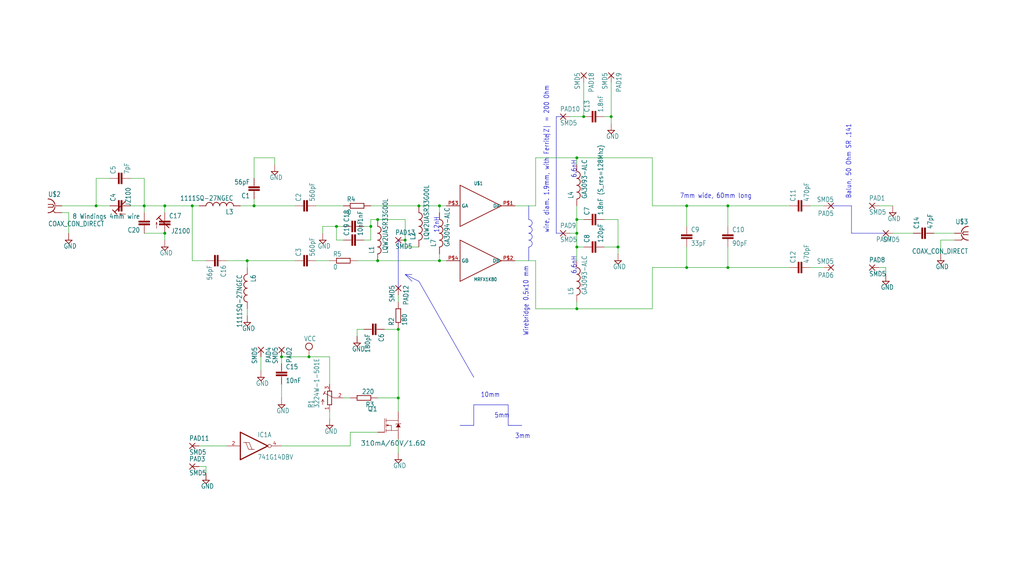
<source format=kicad_sch>
(kicad_sch
	(version 20231120)
	(generator "eeschema")
	(generator_version "8.0")
	(uuid "ef7dc6bb-ef7d-4daf-87be-c13b01d6b409")
	(paper "User" 378.765 210.007)
	(lib_symbols
		(symbol "HPA_Module_V1p1-eagle-import:741G14DBV"
			(exclude_from_sim no)
			(in_bom yes)
			(on_board yes)
			(property "Reference" "IC"
				(at -0.635 -0.635 0)
				(effects
					(font
						(size 1.778 1.5113)
					)
					(justify left bottom)
				)
			)
			(property "Value" ""
				(at 1.27 -5.08 0)
				(effects
					(font
						(size 1.778 1.5113)
					)
					(justify left bottom)
					(hide yes)
				)
			)
			(property "Footprint" "HPA_Module_V1p1:SOT23-5"
				(at 0 0 0)
				(effects
					(font
						(size 1.27 1.27)
					)
					(hide yes)
				)
			)
			(property "Datasheet" ""
				(at 0 0 0)
				(effects
					(font
						(size 1.27 1.27)
					)
					(hide yes)
				)
			)
			(property "Description" "Single Schmitt-Trigger Inverter Gate"
				(at 0 0 0)
				(effects
					(font
						(size 1.27 1.27)
					)
					(hide yes)
				)
			)
			(property "ki_locked" ""
				(at 0 0 0)
				(effects
					(font
						(size 1.27 1.27)
					)
				)
			)
			(symbol "741G14DBV_1_0"
				(polyline
					(pts
						(xy -5.08 -5.08) (xy -5.08 5.08)
					)
					(stroke
						(width 0.4064)
						(type solid)
					)
					(fill
						(type none)
					)
				)
				(polyline
					(pts
						(xy -5.08 5.08) (xy 5.08 0)
					)
					(stroke
						(width 0.4064)
						(type solid)
					)
					(fill
						(type none)
					)
				)
				(polyline
					(pts
						(xy -3.937 1.27) (xy -3.048 1.27)
					)
					(stroke
						(width 0.1524)
						(type solid)
					)
					(fill
						(type none)
					)
				)
				(polyline
					(pts
						(xy -3.048 1.27) (xy -1.778 1.27)
					)
					(stroke
						(width 0.1524)
						(type solid)
					)
					(fill
						(type none)
					)
				)
				(polyline
					(pts
						(xy -2.032 -1.27) (xy -3.048 1.27)
					)
					(stroke
						(width 0.1524)
						(type solid)
					)
					(fill
						(type none)
					)
				)
				(polyline
					(pts
						(xy -2.032 -1.27) (xy -0.762 -1.27)
					)
					(stroke
						(width 0.1524)
						(type solid)
					)
					(fill
						(type none)
					)
				)
				(polyline
					(pts
						(xy -0.762 -1.27) (xy -1.778 1.27)
					)
					(stroke
						(width 0.1524)
						(type solid)
					)
					(fill
						(type none)
					)
				)
				(polyline
					(pts
						(xy -0.762 -1.27) (xy 0.127 -1.27)
					)
					(stroke
						(width 0.1524)
						(type solid)
					)
					(fill
						(type none)
					)
				)
				(polyline
					(pts
						(xy 5.08 0) (xy -5.08 -5.08)
					)
					(stroke
						(width 0.4064)
						(type solid)
					)
					(fill
						(type none)
					)
				)
				(pin input line
					(at -10.16 0 0)
					(length 5.08)
					(name "I"
						(effects
							(font
								(size 0 0)
							)
						)
					)
					(number "2"
						(effects
							(font
								(size 1.27 1.27)
							)
						)
					)
				)
				(pin output inverted
					(at 10.16 0 180)
					(length 5.08)
					(name "O"
						(effects
							(font
								(size 0 0)
							)
						)
					)
					(number "4"
						(effects
							(font
								(size 1.27 1.27)
							)
						)
					)
				)
			)
			(symbol "741G14DBV_2_0"
				(text "GND"
					(at 1.905 -6.35 900)
					(effects
						(font
							(size 1.27 1.0795)
						)
						(justify left bottom)
					)
				)
				(text "VCC"
					(at 1.905 2.54 900)
					(effects
						(font
							(size 1.27 1.0795)
						)
						(justify left bottom)
					)
				)
				(pin power_in line
					(at 0 -7.62 90)
					(length 5.08)
					(name "GND"
						(effects
							(font
								(size 0 0)
							)
						)
					)
					(number "3"
						(effects
							(font
								(size 1.27 1.27)
							)
						)
					)
				)
				(pin power_in line
					(at 0 7.62 270)
					(length 5.08)
					(name "VCC"
						(effects
							(font
								(size 0 0)
							)
						)
					)
					(number "5"
						(effects
							(font
								(size 1.27 1.27)
							)
						)
					)
				)
			)
		)
		(symbol "HPA_Module_V1p1-eagle-import:C-EUC0805"
			(exclude_from_sim no)
			(in_bom yes)
			(on_board yes)
			(property "Reference" "C"
				(at 1.524 0.381 0)
				(effects
					(font
						(size 1.778 1.5113)
					)
					(justify left bottom)
				)
			)
			(property "Value" ""
				(at 1.524 -4.699 0)
				(effects
					(font
						(size 1.778 1.5113)
					)
					(justify left bottom)
				)
			)
			(property "Footprint" "HPA_Module_V1p1:C0805"
				(at 0 0 0)
				(effects
					(font
						(size 1.27 1.27)
					)
					(hide yes)
				)
			)
			(property "Datasheet" ""
				(at 0 0 0)
				(effects
					(font
						(size 1.27 1.27)
					)
					(hide yes)
				)
			)
			(property "Description" "CAPACITOR, European symbol"
				(at 0 0 0)
				(effects
					(font
						(size 1.27 1.27)
					)
					(hide yes)
				)
			)
			(property "ki_locked" ""
				(at 0 0 0)
				(effects
					(font
						(size 1.27 1.27)
					)
				)
			)
			(symbol "C-EUC0805_1_0"
				(rectangle
					(start -2.032 -2.032)
					(end 2.032 -1.524)
					(stroke
						(width 0)
						(type default)
					)
					(fill
						(type outline)
					)
				)
				(rectangle
					(start -2.032 -1.016)
					(end 2.032 -0.508)
					(stroke
						(width 0)
						(type default)
					)
					(fill
						(type outline)
					)
				)
				(polyline
					(pts
						(xy 0 -2.54) (xy 0 -2.032)
					)
					(stroke
						(width 0.1524)
						(type solid)
					)
					(fill
						(type none)
					)
				)
				(polyline
					(pts
						(xy 0 0) (xy 0 -0.508)
					)
					(stroke
						(width 0.1524)
						(type solid)
					)
					(fill
						(type none)
					)
				)
				(pin passive line
					(at 0 2.54 270)
					(length 2.54)
					(name "1"
						(effects
							(font
								(size 0 0)
							)
						)
					)
					(number "1"
						(effects
							(font
								(size 0 0)
							)
						)
					)
				)
				(pin passive line
					(at 0 -5.08 90)
					(length 2.54)
					(name "2"
						(effects
							(font
								(size 0 0)
							)
						)
					)
					(number "2"
						(effects
							(font
								(size 0 0)
							)
						)
					)
				)
			)
		)
		(symbol "HPA_Module_V1p1-eagle-import:C-EUC1210"
			(exclude_from_sim no)
			(in_bom yes)
			(on_board yes)
			(property "Reference" "C"
				(at 1.524 0.381 0)
				(effects
					(font
						(size 1.778 1.5113)
					)
					(justify left bottom)
				)
			)
			(property "Value" ""
				(at 1.524 -4.699 0)
				(effects
					(font
						(size 1.778 1.5113)
					)
					(justify left bottom)
				)
			)
			(property "Footprint" "HPA_Module_V1p1:C1210"
				(at 0 0 0)
				(effects
					(font
						(size 1.27 1.27)
					)
					(hide yes)
				)
			)
			(property "Datasheet" ""
				(at 0 0 0)
				(effects
					(font
						(size 1.27 1.27)
					)
					(hide yes)
				)
			)
			(property "Description" "CAPACITOR, European symbol"
				(at 0 0 0)
				(effects
					(font
						(size 1.27 1.27)
					)
					(hide yes)
				)
			)
			(property "ki_locked" ""
				(at 0 0 0)
				(effects
					(font
						(size 1.27 1.27)
					)
				)
			)
			(symbol "C-EUC1210_1_0"
				(rectangle
					(start -2.032 -2.032)
					(end 2.032 -1.524)
					(stroke
						(width 0)
						(type default)
					)
					(fill
						(type outline)
					)
				)
				(rectangle
					(start -2.032 -1.016)
					(end 2.032 -0.508)
					(stroke
						(width 0)
						(type default)
					)
					(fill
						(type outline)
					)
				)
				(polyline
					(pts
						(xy 0 -2.54) (xy 0 -2.032)
					)
					(stroke
						(width 0.1524)
						(type solid)
					)
					(fill
						(type none)
					)
				)
				(polyline
					(pts
						(xy 0 0) (xy 0 -0.508)
					)
					(stroke
						(width 0.1524)
						(type solid)
					)
					(fill
						(type none)
					)
				)
				(pin passive line
					(at 0 2.54 270)
					(length 2.54)
					(name "1"
						(effects
							(font
								(size 0 0)
							)
						)
					)
					(number "1"
						(effects
							(font
								(size 0 0)
							)
						)
					)
				)
				(pin passive line
					(at 0 -5.08 90)
					(length 2.54)
					(name "2"
						(effects
							(font
								(size 0 0)
							)
						)
					)
					(number "2"
						(effects
							(font
								(size 0 0)
							)
						)
					)
				)
			)
		)
		(symbol "HPA_Module_V1p1-eagle-import:C-EUC1210K"
			(exclude_from_sim no)
			(in_bom yes)
			(on_board yes)
			(property "Reference" "C"
				(at 1.524 0.381 0)
				(effects
					(font
						(size 1.778 1.5113)
					)
					(justify left bottom)
				)
			)
			(property "Value" ""
				(at 1.524 -4.699 0)
				(effects
					(font
						(size 1.778 1.5113)
					)
					(justify left bottom)
				)
			)
			(property "Footprint" "HPA_Module_V1p1:C1210K"
				(at 0 0 0)
				(effects
					(font
						(size 1.27 1.27)
					)
					(hide yes)
				)
			)
			(property "Datasheet" ""
				(at 0 0 0)
				(effects
					(font
						(size 1.27 1.27)
					)
					(hide yes)
				)
			)
			(property "Description" "CAPACITOR, European symbol"
				(at 0 0 0)
				(effects
					(font
						(size 1.27 1.27)
					)
					(hide yes)
				)
			)
			(property "ki_locked" ""
				(at 0 0 0)
				(effects
					(font
						(size 1.27 1.27)
					)
				)
			)
			(symbol "C-EUC1210K_1_0"
				(rectangle
					(start -2.032 -2.032)
					(end 2.032 -1.524)
					(stroke
						(width 0)
						(type default)
					)
					(fill
						(type outline)
					)
				)
				(rectangle
					(start -2.032 -1.016)
					(end 2.032 -0.508)
					(stroke
						(width 0)
						(type default)
					)
					(fill
						(type outline)
					)
				)
				(polyline
					(pts
						(xy 0 -2.54) (xy 0 -2.032)
					)
					(stroke
						(width 0.1524)
						(type solid)
					)
					(fill
						(type none)
					)
				)
				(polyline
					(pts
						(xy 0 0) (xy 0 -0.508)
					)
					(stroke
						(width 0.1524)
						(type solid)
					)
					(fill
						(type none)
					)
				)
				(pin passive line
					(at 0 2.54 270)
					(length 2.54)
					(name "1"
						(effects
							(font
								(size 0 0)
							)
						)
					)
					(number "1"
						(effects
							(font
								(size 0 0)
							)
						)
					)
				)
				(pin passive line
					(at 0 -5.08 90)
					(length 2.54)
					(name "2"
						(effects
							(font
								(size 0 0)
							)
						)
					)
					(number "2"
						(effects
							(font
								(size 0 0)
							)
						)
					)
				)
			)
		)
		(symbol "HPA_Module_V1p1-eagle-import:C-EUC2220K"
			(exclude_from_sim no)
			(in_bom yes)
			(on_board yes)
			(property "Reference" "C"
				(at 1.524 0.381 0)
				(effects
					(font
						(size 1.778 1.5113)
					)
					(justify left bottom)
				)
			)
			(property "Value" ""
				(at 1.524 -4.699 0)
				(effects
					(font
						(size 1.778 1.5113)
					)
					(justify left bottom)
				)
			)
			(property "Footprint" "HPA_Module_V1p1:C2220K"
				(at 0 0 0)
				(effects
					(font
						(size 1.27 1.27)
					)
					(hide yes)
				)
			)
			(property "Datasheet" ""
				(at 0 0 0)
				(effects
					(font
						(size 1.27 1.27)
					)
					(hide yes)
				)
			)
			(property "Description" "CAPACITOR, European symbol"
				(at 0 0 0)
				(effects
					(font
						(size 1.27 1.27)
					)
					(hide yes)
				)
			)
			(property "ki_locked" ""
				(at 0 0 0)
				(effects
					(font
						(size 1.27 1.27)
					)
				)
			)
			(symbol "C-EUC2220K_1_0"
				(rectangle
					(start -2.032 -2.032)
					(end 2.032 -1.524)
					(stroke
						(width 0)
						(type default)
					)
					(fill
						(type outline)
					)
				)
				(rectangle
					(start -2.032 -1.016)
					(end 2.032 -0.508)
					(stroke
						(width 0)
						(type default)
					)
					(fill
						(type outline)
					)
				)
				(polyline
					(pts
						(xy 0 -2.54) (xy 0 -2.032)
					)
					(stroke
						(width 0.1524)
						(type solid)
					)
					(fill
						(type none)
					)
				)
				(polyline
					(pts
						(xy 0 0) (xy 0 -0.508)
					)
					(stroke
						(width 0.1524)
						(type solid)
					)
					(fill
						(type none)
					)
				)
				(pin passive line
					(at 0 2.54 270)
					(length 2.54)
					(name "1"
						(effects
							(font
								(size 0 0)
							)
						)
					)
					(number "1"
						(effects
							(font
								(size 0 0)
							)
						)
					)
				)
				(pin passive line
					(at 0 -5.08 90)
					(length 2.54)
					(name "2"
						(effects
							(font
								(size 0 0)
							)
						)
					)
					(number "2"
						(effects
							(font
								(size 0 0)
							)
						)
					)
				)
			)
		)
		(symbol "HPA_Module_V1p1-eagle-import:C-TRIMM3018_12"
			(exclude_from_sim no)
			(in_bom yes)
			(on_board yes)
			(property "Reference" "C"
				(at 1.524 0.381 0)
				(effects
					(font
						(size 1.778 1.5113)
					)
					(justify left bottom)
				)
			)
			(property "Value" ""
				(at 2.286 -5.207 0)
				(effects
					(font
						(size 1.778 1.5113)
					)
					(justify left bottom)
				)
			)
			(property "Footprint" "HPA_Module_V1p1:CTRIM3018_12"
				(at 0 0 0)
				(effects
					(font
						(size 1.27 1.27)
					)
					(hide yes)
				)
			)
			(property "Datasheet" ""
				(at 0 0 0)
				(effects
					(font
						(size 1.27 1.27)
					)
					(hide yes)
				)
			)
			(property "Description" "Trimm capacitor"
				(at 0 0 0)
				(effects
					(font
						(size 1.27 1.27)
					)
					(hide yes)
				)
			)
			(property "ki_locked" ""
				(at 0 0 0)
				(effects
					(font
						(size 1.27 1.27)
					)
				)
			)
			(symbol "C-TRIMM3018_12_1_0"
				(rectangle
					(start -2.032 -2.032)
					(end 2.032 -1.524)
					(stroke
						(width 0)
						(type default)
					)
					(fill
						(type outline)
					)
				)
				(rectangle
					(start -2.032 -1.016)
					(end 2.032 -0.508)
					(stroke
						(width 0)
						(type default)
					)
					(fill
						(type outline)
					)
				)
				(polyline
					(pts
						(xy -3.048 -3.302) (xy -3.048 -1.016)
					)
					(stroke
						(width 0.1524)
						(type solid)
					)
					(fill
						(type none)
					)
				)
				(polyline
					(pts
						(xy -3.048 -1.016) (xy -3.302 -1.778)
					)
					(stroke
						(width 0.1524)
						(type solid)
					)
					(fill
						(type none)
					)
				)
				(polyline
					(pts
						(xy -3.048 -1.016) (xy -2.794 -1.778)
					)
					(stroke
						(width 0.1524)
						(type solid)
					)
					(fill
						(type none)
					)
				)
				(polyline
					(pts
						(xy -3.048 0) (xy -2.286 0.762)
					)
					(stroke
						(width 0.3048)
						(type solid)
					)
					(fill
						(type none)
					)
				)
				(polyline
					(pts
						(xy -2.286 0.762) (xy -1.524 1.524)
					)
					(stroke
						(width 0.3048)
						(type solid)
					)
					(fill
						(type none)
					)
				)
				(polyline
					(pts
						(xy 0 -2.54) (xy 0 -2.032)
					)
					(stroke
						(width 0.1524)
						(type solid)
					)
					(fill
						(type none)
					)
				)
				(polyline
					(pts
						(xy 0 0) (xy 0 -0.508)
					)
					(stroke
						(width 0.1524)
						(type solid)
					)
					(fill
						(type none)
					)
				)
				(polyline
					(pts
						(xy 1.524 -3.048) (xy -2.286 0.762)
					)
					(stroke
						(width 0.3048)
						(type solid)
					)
					(fill
						(type none)
					)
				)
				(pin passive line
					(at 0 2.54 270)
					(length 2.54)
					(name "E"
						(effects
							(font
								(size 0 0)
							)
						)
					)
					(number "+"
						(effects
							(font
								(size 0 0)
							)
						)
					)
				)
				(pin passive line
					(at 0 -5.08 90)
					(length 2.54)
					(name "A"
						(effects
							(font
								(size 0 0)
							)
						)
					)
					(number "-"
						(effects
							(font
								(size 0 0)
							)
						)
					)
				)
			)
		)
		(symbol "HPA_Module_V1p1-eagle-import:COAX_CON_DIRECT"
			(exclude_from_sim no)
			(in_bom yes)
			(on_board yes)
			(property "Reference" ""
				(at -2.54 3.302 0)
				(effects
					(font
						(size 1.778 1.5113)
					)
					(justify left bottom)
					(hide yes)
				)
			)
			(property "Value" ""
				(at -2.54 -7.62 0)
				(effects
					(font
						(size 1.778 1.5113)
					)
					(justify left bottom)
				)
			)
			(property "Footprint" "HPA_Module_V1p1:COAX.141"
				(at 0 0 0)
				(effects
					(font
						(size 1.27 1.27)
					)
					(hide yes)
				)
			)
			(property "Datasheet" ""
				(at 0 0 0)
				(effects
					(font
						(size 1.27 1.27)
					)
					(hide yes)
				)
			)
			(property "Description" "Direct Coax to Bord Top"
				(at 0 0 0)
				(effects
					(font
						(size 1.27 1.27)
					)
					(hide yes)
				)
			)
			(property "ki_locked" ""
				(at 0 0 0)
				(effects
					(font
						(size 1.27 1.27)
					)
				)
			)
			(symbol "COAX_CON_DIRECT_1_0"
				(arc
					(start -2.54 -2.54)
					(mid -0.9022 -1.9838)
					(end 0 -0.508)
					(stroke
						(width 0.3048)
						(type solid)
					)
					(fill
						(type none)
					)
				)
				(polyline
					(pts
						(xy -2.54 0.508) (xy -0.762 0.508)
					)
					(stroke
						(width 0.254)
						(type solid)
					)
					(fill
						(type none)
					)
				)
				(polyline
					(pts
						(xy -0.762 -0.508) (xy -2.54 -0.508)
					)
					(stroke
						(width 0.254)
						(type solid)
					)
					(fill
						(type none)
					)
				)
				(polyline
					(pts
						(xy -0.762 0.508) (xy -0.508 0)
					)
					(stroke
						(width 0.254)
						(type solid)
					)
					(fill
						(type none)
					)
				)
				(polyline
					(pts
						(xy -0.508 0) (xy -0.762 -0.508)
					)
					(stroke
						(width 0.254)
						(type solid)
					)
					(fill
						(type none)
					)
				)
				(polyline
					(pts
						(xy 0 -2.54) (xy -0.762 -1.778)
					)
					(stroke
						(width 0.254)
						(type solid)
					)
					(fill
						(type none)
					)
				)
				(polyline
					(pts
						(xy 0 0) (xy -0.508 0)
					)
					(stroke
						(width 0.1524)
						(type solid)
					)
					(fill
						(type none)
					)
				)
				(arc
					(start 0 0.508)
					(mid -0.9022 1.9838)
					(end -2.54 2.54)
					(stroke
						(width 0.3048)
						(type solid)
					)
					(fill
						(type none)
					)
				)
				(pin passive line
					(at 2.54 0 180)
					(length 2.54)
					(name "1"
						(effects
							(font
								(size 0 0)
							)
						)
					)
					(number "P$1"
						(effects
							(font
								(size 0 0)
							)
						)
					)
				)
				(pin passive line
					(at 2.54 -2.54 180)
					(length 2.54)
					(name "GND@1"
						(effects
							(font
								(size 0 0)
							)
						)
					)
					(number "P$2"
						(effects
							(font
								(size 0 0)
							)
						)
					)
				)
			)
		)
		(symbol "HPA_Module_V1p1-eagle-import:GND"
			(power)
			(exclude_from_sim no)
			(in_bom yes)
			(on_board yes)
			(property "Reference" "#SUPPLY"
				(at 0 0 0)
				(effects
					(font
						(size 1.27 1.27)
					)
					(hide yes)
				)
			)
			(property "Value" ""
				(at -1.905 -3.175 0)
				(effects
					(font
						(size 1.778 1.5113)
					)
					(justify left bottom)
				)
			)
			(property "Footprint" ""
				(at 0 0 0)
				(effects
					(font
						(size 1.27 1.27)
					)
					(hide yes)
				)
			)
			(property "Datasheet" ""
				(at 0 0 0)
				(effects
					(font
						(size 1.27 1.27)
					)
					(hide yes)
				)
			)
			(property "Description" "SUPPLY SYMBOL"
				(at 0 0 0)
				(effects
					(font
						(size 1.27 1.27)
					)
					(hide yes)
				)
			)
			(property "ki_locked" ""
				(at 0 0 0)
				(effects
					(font
						(size 1.27 1.27)
					)
				)
			)
			(symbol "GND_1_0"
				(polyline
					(pts
						(xy -1.27 0) (xy 1.27 0)
					)
					(stroke
						(width 0.254)
						(type solid)
					)
					(fill
						(type none)
					)
				)
				(polyline
					(pts
						(xy 0 -1.27) (xy -1.27 0)
					)
					(stroke
						(width 0.254)
						(type solid)
					)
					(fill
						(type none)
					)
				)
				(polyline
					(pts
						(xy 1.27 0) (xy 0 -1.27)
					)
					(stroke
						(width 0.254)
						(type solid)
					)
					(fill
						(type none)
					)
				)
				(pin power_in line
					(at 0 2.54 270)
					(length 2.54)
					(name "GND"
						(effects
							(font
								(size 0 0)
							)
						)
					)
					(number "1"
						(effects
							(font
								(size 0 0)
							)
						)
					)
				)
			)
		)
		(symbol "HPA_Module_V1p1-eagle-import:L-USL2825P"
			(exclude_from_sim no)
			(in_bom yes)
			(on_board yes)
			(property "Reference" "L"
				(at -1.27 -5.08 90)
				(effects
					(font
						(size 1.778 1.5113)
					)
					(justify left bottom)
				)
			)
			(property "Value" ""
				(at 3.81 -5.08 90)
				(effects
					(font
						(size 1.778 1.5113)
					)
					(justify left bottom)
				)
			)
			(property "Footprint" "HPA_Module_V1p1:L2825P"
				(at 0 0 0)
				(effects
					(font
						(size 1.27 1.27)
					)
					(hide yes)
				)
			)
			(property "Datasheet" ""
				(at 0 0 0)
				(effects
					(font
						(size 1.27 1.27)
					)
					(hide yes)
				)
			)
			(property "Description" "INDUCTOR, American symbol"
				(at 0 0 0)
				(effects
					(font
						(size 1.27 1.27)
					)
					(hide yes)
				)
			)
			(property "ki_locked" ""
				(at 0 0 0)
				(effects
					(font
						(size 1.27 1.27)
					)
				)
			)
			(symbol "L-USL2825P_1_0"
				(arc
					(start 0 -5.08)
					(mid 0.898 -4.708)
					(end 1.27 -3.81)
					(stroke
						(width 0.254)
						(type solid)
					)
					(fill
						(type none)
					)
				)
				(arc
					(start 0 -2.54)
					(mid 0.898 -2.168)
					(end 1.27 -1.27)
					(stroke
						(width 0.254)
						(type solid)
					)
					(fill
						(type none)
					)
				)
				(arc
					(start 0 0)
					(mid 0.898 0.372)
					(end 1.27 1.27)
					(stroke
						(width 0.254)
						(type solid)
					)
					(fill
						(type none)
					)
				)
				(arc
					(start 0 2.54)
					(mid 0.898 2.912)
					(end 1.27 3.81)
					(stroke
						(width 0.254)
						(type solid)
					)
					(fill
						(type none)
					)
				)
				(arc
					(start 1.27 -3.81)
					(mid 0.898 -2.912)
					(end 0 -2.54)
					(stroke
						(width 0.254)
						(type solid)
					)
					(fill
						(type none)
					)
				)
				(arc
					(start 1.27 -1.27)
					(mid 0.898 -0.372)
					(end 0 0)
					(stroke
						(width 0.254)
						(type solid)
					)
					(fill
						(type none)
					)
				)
				(arc
					(start 1.27 1.27)
					(mid 0.898 2.168)
					(end 0 2.54)
					(stroke
						(width 0.254)
						(type solid)
					)
					(fill
						(type none)
					)
				)
				(arc
					(start 1.27 3.81)
					(mid 0.898 4.708)
					(end 0 5.08)
					(stroke
						(width 0.254)
						(type solid)
					)
					(fill
						(type none)
					)
				)
				(pin passive line
					(at 0 7.62 270)
					(length 2.54)
					(name "1"
						(effects
							(font
								(size 0 0)
							)
						)
					)
					(number "1"
						(effects
							(font
								(size 0 0)
							)
						)
					)
				)
				(pin passive line
					(at 0 -7.62 90)
					(length 2.54)
					(name "2"
						(effects
							(font
								(size 0 0)
							)
						)
					)
					(number "2"
						(effects
							(font
								(size 0 0)
							)
						)
					)
				)
			)
		)
		(symbol "HPA_Module_V1p1-eagle-import:L-USL4532P"
			(exclude_from_sim no)
			(in_bom yes)
			(on_board yes)
			(property "Reference" "L"
				(at -1.27 -5.08 90)
				(effects
					(font
						(size 1.778 1.5113)
					)
					(justify left bottom)
				)
			)
			(property "Value" ""
				(at 3.81 -5.08 90)
				(effects
					(font
						(size 1.778 1.5113)
					)
					(justify left bottom)
				)
			)
			(property "Footprint" "HPA_Module_V1p1:L4532P"
				(at 0 0 0)
				(effects
					(font
						(size 1.27 1.27)
					)
					(hide yes)
				)
			)
			(property "Datasheet" ""
				(at 0 0 0)
				(effects
					(font
						(size 1.27 1.27)
					)
					(hide yes)
				)
			)
			(property "Description" "INDUCTOR, American symbol"
				(at 0 0 0)
				(effects
					(font
						(size 1.27 1.27)
					)
					(hide yes)
				)
			)
			(property "ki_locked" ""
				(at 0 0 0)
				(effects
					(font
						(size 1.27 1.27)
					)
				)
			)
			(symbol "L-USL4532P_1_0"
				(arc
					(start 0 -5.08)
					(mid 0.898 -4.708)
					(end 1.27 -3.81)
					(stroke
						(width 0.254)
						(type solid)
					)
					(fill
						(type none)
					)
				)
				(arc
					(start 0 -2.54)
					(mid 0.898 -2.168)
					(end 1.27 -1.27)
					(stroke
						(width 0.254)
						(type solid)
					)
					(fill
						(type none)
					)
				)
				(arc
					(start 0 0)
					(mid 0.898 0.372)
					(end 1.27 1.27)
					(stroke
						(width 0.254)
						(type solid)
					)
					(fill
						(type none)
					)
				)
				(arc
					(start 0 2.54)
					(mid 0.898 2.912)
					(end 1.27 3.81)
					(stroke
						(width 0.254)
						(type solid)
					)
					(fill
						(type none)
					)
				)
				(arc
					(start 1.27 -3.81)
					(mid 0.898 -2.912)
					(end 0 -2.54)
					(stroke
						(width 0.254)
						(type solid)
					)
					(fill
						(type none)
					)
				)
				(arc
					(start 1.27 -1.27)
					(mid 0.898 -0.372)
					(end 0 0)
					(stroke
						(width 0.254)
						(type solid)
					)
					(fill
						(type none)
					)
				)
				(arc
					(start 1.27 1.27)
					(mid 0.898 2.168)
					(end 0 2.54)
					(stroke
						(width 0.254)
						(type solid)
					)
					(fill
						(type none)
					)
				)
				(arc
					(start 1.27 3.81)
					(mid 0.898 4.708)
					(end 0 5.08)
					(stroke
						(width 0.254)
						(type solid)
					)
					(fill
						(type none)
					)
				)
				(pin passive line
					(at 0 7.62 270)
					(length 2.54)
					(name "1"
						(effects
							(font
								(size 0 0)
							)
						)
					)
					(number "1"
						(effects
							(font
								(size 0 0)
							)
						)
					)
				)
				(pin passive line
					(at 0 -7.62 90)
					(length 2.54)
					(name "2"
						(effects
							(font
								(size 0 0)
							)
						)
					)
					(number "2"
						(effects
							(font
								(size 0 0)
							)
						)
					)
				)
			)
		)
		(symbol "HPA_Module_V1p1-eagle-import:MOSFET-NCH-2N7002PW"
			(exclude_from_sim no)
			(in_bom yes)
			(on_board yes)
			(property "Reference" "Q"
				(at 5.08 0 0)
				(effects
					(font
						(size 1.778 1.778)
					)
					(justify left bottom)
				)
			)
			(property "Value" ""
				(at 5.08 -2.54 0)
				(effects
					(font
						(size 1.778 1.778)
					)
					(justify left bottom)
				)
			)
			(property "Footprint" "HPA_Module_V1p1:SOT323"
				(at 0 0 0)
				(effects
					(font
						(size 1.27 1.27)
					)
					(hide yes)
				)
			)
			(property "Datasheet" ""
				(at 0 0 0)
				(effects
					(font
						(size 1.27 1.27)
					)
					(hide yes)
				)
			)
			(property "Description" "N-channel MOSFETs\n\nVoltage controlled devices that allow control of high current outputs.\n\nSparkFun Products:\n\n• SparkFun OpenScale\n• SparkFun Digital Sandbox\n• SparkFun Monster Moto Shield\n• SparkFun MOSFET Power Controller"
				(at 0 0 0)
				(effects
					(font
						(size 1.27 1.27)
					)
					(hide yes)
				)
			)
			(property "ki_locked" ""
				(at 0 0 0)
				(effects
					(font
						(size 1.27 1.27)
					)
				)
			)
			(symbol "MOSFET-NCH-2N7002PW_1_0"
				(polyline
					(pts
						(xy -2.54 -2.54) (xy -2.54 2.54)
					)
					(stroke
						(width 0.1524)
						(type solid)
					)
					(fill
						(type none)
					)
				)
				(polyline
					(pts
						(xy -1.9812 -1.905) (xy -1.9812 -2.54)
					)
					(stroke
						(width 0.1524)
						(type solid)
					)
					(fill
						(type none)
					)
				)
				(polyline
					(pts
						(xy -1.9812 -1.905) (xy 0 -1.905)
					)
					(stroke
						(width 0.1524)
						(type solid)
					)
					(fill
						(type none)
					)
				)
				(polyline
					(pts
						(xy -1.9812 -1.2954) (xy -1.9812 -1.905)
					)
					(stroke
						(width 0.1524)
						(type solid)
					)
					(fill
						(type none)
					)
				)
				(polyline
					(pts
						(xy -1.9812 0.6858) (xy -1.9812 -0.8382)
					)
					(stroke
						(width 0.1524)
						(type solid)
					)
					(fill
						(type none)
					)
				)
				(polyline
					(pts
						(xy -1.9812 1.8034) (xy -1.9812 1.0922)
					)
					(stroke
						(width 0.1524)
						(type solid)
					)
					(fill
						(type none)
					)
				)
				(polyline
					(pts
						(xy -1.9812 1.8034) (xy 2.54 1.8034)
					)
					(stroke
						(width 0.1524)
						(type solid)
					)
					(fill
						(type none)
					)
				)
				(polyline
					(pts
						(xy -1.9812 2.54) (xy -1.9812 1.8034)
					)
					(stroke
						(width 0.1524)
						(type solid)
					)
					(fill
						(type none)
					)
				)
				(polyline
					(pts
						(xy 0 -1.905) (xy 0 0)
					)
					(stroke
						(width 0.1524)
						(type solid)
					)
					(fill
						(type none)
					)
				)
				(polyline
					(pts
						(xy 0 0) (xy -1.2192 0)
					)
					(stroke
						(width 0.1524)
						(type solid)
					)
					(fill
						(type none)
					)
				)
				(polyline
					(pts
						(xy 1.6002 0.381) (xy 1.778 0.5588)
					)
					(stroke
						(width 0.1524)
						(type solid)
					)
					(fill
						(type none)
					)
				)
				(polyline
					(pts
						(xy 2.54 -2.54) (xy 2.54 -1.905)
					)
					(stroke
						(width 0.1524)
						(type solid)
					)
					(fill
						(type none)
					)
				)
				(polyline
					(pts
						(xy 2.54 -1.905) (xy 0 -1.905)
					)
					(stroke
						(width 0.1524)
						(type solid)
					)
					(fill
						(type none)
					)
				)
				(polyline
					(pts
						(xy 2.54 -0.7112) (xy 2.54 -1.905)
					)
					(stroke
						(width 0.1524)
						(type solid)
					)
					(fill
						(type none)
					)
				)
				(polyline
					(pts
						(xy 2.54 0.5588) (xy 1.778 0.5588)
					)
					(stroke
						(width 0.1524)
						(type solid)
					)
					(fill
						(type none)
					)
				)
				(polyline
					(pts
						(xy 2.54 0.5588) (xy 3.302 0.5588)
					)
					(stroke
						(width 0.1524)
						(type solid)
					)
					(fill
						(type none)
					)
				)
				(polyline
					(pts
						(xy 2.54 1.8034) (xy 2.54 0.5588)
					)
					(stroke
						(width 0.1524)
						(type solid)
					)
					(fill
						(type none)
					)
				)
				(polyline
					(pts
						(xy 2.54 2.54) (xy 2.54 1.8034)
					)
					(stroke
						(width 0.1524)
						(type solid)
					)
					(fill
						(type none)
					)
				)
				(polyline
					(pts
						(xy 3.302 0.5588) (xy 3.4798 0.7366)
					)
					(stroke
						(width 0.1524)
						(type solid)
					)
					(fill
						(type none)
					)
				)
				(polyline
					(pts
						(xy -1.9812 0) (xy -1.2192 0.254) (xy -1.2192 -0.254)
					)
					(stroke
						(width 0.1524)
						(type solid)
					)
					(fill
						(type outline)
					)
				)
				(polyline
					(pts
						(xy 1.778 -0.7112) (xy 2.54 0.5588) (xy 3.302 -0.7112)
					)
					(stroke
						(width 0.1524)
						(type solid)
					)
					(fill
						(type outline)
					)
				)
				(pin bidirectional line
					(at -5.08 -2.54 0)
					(length 2.54)
					(name "G"
						(effects
							(font
								(size 0 0)
							)
						)
					)
					(number "1"
						(effects
							(font
								(size 0 0)
							)
						)
					)
				)
				(pin bidirectional line
					(at 2.54 -5.08 90)
					(length 2.54)
					(name "S"
						(effects
							(font
								(size 0 0)
							)
						)
					)
					(number "2"
						(effects
							(font
								(size 0 0)
							)
						)
					)
				)
				(pin bidirectional line
					(at 2.54 5.08 270)
					(length 2.54)
					(name "D"
						(effects
							(font
								(size 0 0)
							)
						)
					)
					(number "3"
						(effects
							(font
								(size 0 0)
							)
						)
					)
				)
			)
		)
		(symbol "HPA_Module_V1p1-eagle-import:MRFX1K80"
			(exclude_from_sim no)
			(in_bom yes)
			(on_board yes)
			(property "Reference" ""
				(at 0 17.78 0)
				(effects
					(font
						(size 1.27 1.0795)
					)
					(justify left bottom)
					(hide yes)
				)
			)
			(property "Value" ""
				(at 0 -17.78 0)
				(effects
					(font
						(size 1.27 1.0795)
					)
					(justify left bottom)
				)
			)
			(property "Footprint" "HPA_Module_V1p1:NI-1230H-4S"
				(at 0 0 0)
				(effects
					(font
						(size 1.27 1.27)
					)
					(hide yes)
				)
			)
			(property "Datasheet" ""
				(at 0 0 0)
				(effects
					(font
						(size 1.27 1.27)
					)
					(hide yes)
				)
			)
			(property "Description" "RF Power Amplifier MRFX1K80H"
				(at 0 0 0)
				(effects
					(font
						(size 1.27 1.27)
					)
					(hide yes)
				)
			)
			(property "ki_locked" ""
				(at 0 0 0)
				(effects
					(font
						(size 1.27 1.27)
					)
				)
			)
			(symbol "MRFX1K80_1_0"
				(polyline
					(pts
						(xy -5.08 -17.78) (xy 10.16 -10.16)
					)
					(stroke
						(width 0.254)
						(type solid)
					)
					(fill
						(type none)
					)
				)
				(polyline
					(pts
						(xy -5.08 -2.54) (xy -5.08 -17.78)
					)
					(stroke
						(width 0.254)
						(type solid)
					)
					(fill
						(type none)
					)
				)
				(polyline
					(pts
						(xy -5.08 2.54) (xy 10.16 10.16)
					)
					(stroke
						(width 0.254)
						(type solid)
					)
					(fill
						(type none)
					)
				)
				(polyline
					(pts
						(xy -5.08 17.78) (xy -5.08 2.54)
					)
					(stroke
						(width 0.254)
						(type solid)
					)
					(fill
						(type none)
					)
				)
				(polyline
					(pts
						(xy 10.16 -10.16) (xy -5.08 -2.54)
					)
					(stroke
						(width 0.254)
						(type solid)
					)
					(fill
						(type none)
					)
				)
				(polyline
					(pts
						(xy 10.16 10.16) (xy -5.08 17.78)
					)
					(stroke
						(width 0.254)
						(type solid)
					)
					(fill
						(type none)
					)
				)
				(pin bidirectional line
					(at 15.24 10.16 180)
					(length 5.08)
					(name "DA"
						(effects
							(font
								(size 1.27 1.27)
							)
						)
					)
					(number "P$1"
						(effects
							(font
								(size 1.27 1.27)
							)
						)
					)
				)
				(pin bidirectional line
					(at 15.24 -10.16 180)
					(length 5.08)
					(name "DB"
						(effects
							(font
								(size 1.27 1.27)
							)
						)
					)
					(number "P$2"
						(effects
							(font
								(size 1.27 1.27)
							)
						)
					)
				)
				(pin bidirectional line
					(at -10.16 10.16 0)
					(length 5.08)
					(name "GA"
						(effects
							(font
								(size 1.27 1.27)
							)
						)
					)
					(number "P$3"
						(effects
							(font
								(size 1.27 1.27)
							)
						)
					)
				)
				(pin bidirectional line
					(at -10.16 -10.16 0)
					(length 5.08)
					(name "GB"
						(effects
							(font
								(size 1.27 1.27)
							)
						)
					)
					(number "P$4"
						(effects
							(font
								(size 1.27 1.27)
							)
						)
					)
				)
			)
		)
		(symbol "HPA_Module_V1p1-eagle-import:R-EU_R0805"
			(exclude_from_sim no)
			(in_bom yes)
			(on_board yes)
			(property "Reference" "R"
				(at -3.81 1.4986 0)
				(effects
					(font
						(size 1.778 1.5113)
					)
					(justify left bottom)
				)
			)
			(property "Value" ""
				(at -3.81 -3.302 0)
				(effects
					(font
						(size 1.778 1.5113)
					)
					(justify left bottom)
				)
			)
			(property "Footprint" "HPA_Module_V1p1:R0805"
				(at 0 0 0)
				(effects
					(font
						(size 1.27 1.27)
					)
					(hide yes)
				)
			)
			(property "Datasheet" ""
				(at 0 0 0)
				(effects
					(font
						(size 1.27 1.27)
					)
					(hide yes)
				)
			)
			(property "Description" "RESISTOR, European symbol"
				(at 0 0 0)
				(effects
					(font
						(size 1.27 1.27)
					)
					(hide yes)
				)
			)
			(property "ki_locked" ""
				(at 0 0 0)
				(effects
					(font
						(size 1.27 1.27)
					)
				)
			)
			(symbol "R-EU_R0805_1_0"
				(polyline
					(pts
						(xy -2.54 -0.889) (xy -2.54 0.889)
					)
					(stroke
						(width 0.254)
						(type solid)
					)
					(fill
						(type none)
					)
				)
				(polyline
					(pts
						(xy -2.54 -0.889) (xy 2.54 -0.889)
					)
					(stroke
						(width 0.254)
						(type solid)
					)
					(fill
						(type none)
					)
				)
				(polyline
					(pts
						(xy 2.54 -0.889) (xy 2.54 0.889)
					)
					(stroke
						(width 0.254)
						(type solid)
					)
					(fill
						(type none)
					)
				)
				(polyline
					(pts
						(xy 2.54 0.889) (xy -2.54 0.889)
					)
					(stroke
						(width 0.254)
						(type solid)
					)
					(fill
						(type none)
					)
				)
				(pin passive line
					(at -5.08 0 0)
					(length 2.54)
					(name "1"
						(effects
							(font
								(size 0 0)
							)
						)
					)
					(number "1"
						(effects
							(font
								(size 0 0)
							)
						)
					)
				)
				(pin passive line
					(at 5.08 0 180)
					(length 2.54)
					(name "2"
						(effects
							(font
								(size 0 0)
							)
						)
					)
					(number "2"
						(effects
							(font
								(size 0 0)
							)
						)
					)
				)
			)
		)
		(symbol "HPA_Module_V1p1-eagle-import:R-EU_R1206"
			(exclude_from_sim no)
			(in_bom yes)
			(on_board yes)
			(property "Reference" "R"
				(at -3.81 1.4986 0)
				(effects
					(font
						(size 1.778 1.5113)
					)
					(justify left bottom)
				)
			)
			(property "Value" ""
				(at -3.81 -3.302 0)
				(effects
					(font
						(size 1.778 1.5113)
					)
					(justify left bottom)
				)
			)
			(property "Footprint" "HPA_Module_V1p1:R1206"
				(at 0 0 0)
				(effects
					(font
						(size 1.27 1.27)
					)
					(hide yes)
				)
			)
			(property "Datasheet" ""
				(at 0 0 0)
				(effects
					(font
						(size 1.27 1.27)
					)
					(hide yes)
				)
			)
			(property "Description" "RESISTOR, European symbol"
				(at 0 0 0)
				(effects
					(font
						(size 1.27 1.27)
					)
					(hide yes)
				)
			)
			(property "ki_locked" ""
				(at 0 0 0)
				(effects
					(font
						(size 1.27 1.27)
					)
				)
			)
			(symbol "R-EU_R1206_1_0"
				(polyline
					(pts
						(xy -2.54 -0.889) (xy -2.54 0.889)
					)
					(stroke
						(width 0.254)
						(type solid)
					)
					(fill
						(type none)
					)
				)
				(polyline
					(pts
						(xy -2.54 -0.889) (xy 2.54 -0.889)
					)
					(stroke
						(width 0.254)
						(type solid)
					)
					(fill
						(type none)
					)
				)
				(polyline
					(pts
						(xy 2.54 -0.889) (xy 2.54 0.889)
					)
					(stroke
						(width 0.254)
						(type solid)
					)
					(fill
						(type none)
					)
				)
				(polyline
					(pts
						(xy 2.54 0.889) (xy -2.54 0.889)
					)
					(stroke
						(width 0.254)
						(type solid)
					)
					(fill
						(type none)
					)
				)
				(pin passive line
					(at -5.08 0 0)
					(length 2.54)
					(name "1"
						(effects
							(font
								(size 0 0)
							)
						)
					)
					(number "1"
						(effects
							(font
								(size 0 0)
							)
						)
					)
				)
				(pin passive line
					(at 5.08 0 180)
					(length 2.54)
					(name "2"
						(effects
							(font
								(size 0 0)
							)
						)
					)
					(number "2"
						(effects
							(font
								(size 0 0)
							)
						)
					)
				)
			)
		)
		(symbol "HPA_Module_V1p1-eagle-import:R-TRIMM3224W"
			(exclude_from_sim no)
			(in_bom yes)
			(on_board yes)
			(property "Reference" "R"
				(at -5.969 -3.81 90)
				(effects
					(font
						(size 1.778 1.5113)
					)
					(justify left bottom)
				)
			)
			(property "Value" ""
				(at -3.81 -3.81 90)
				(effects
					(font
						(size 1.778 1.5113)
					)
					(justify left bottom)
				)
			)
			(property "Footprint" "HPA_Module_V1p1:RTRIM3224W"
				(at 0 0 0)
				(effects
					(font
						(size 1.27 1.27)
					)
					(hide yes)
				)
			)
			(property "Datasheet" ""
				(at 0 0 0)
				(effects
					(font
						(size 1.27 1.27)
					)
					(hide yes)
				)
			)
			(property "Description" "Trimm resistor"
				(at 0 0 0)
				(effects
					(font
						(size 1.27 1.27)
					)
					(hide yes)
				)
			)
			(property "ki_locked" ""
				(at 0 0 0)
				(effects
					(font
						(size 1.27 1.27)
					)
				)
			)
			(symbol "R-TRIMM3224W_1_0"
				(polyline
					(pts
						(xy -2.54 -2.54) (xy -2.54 -0.508)
					)
					(stroke
						(width 0.1524)
						(type solid)
					)
					(fill
						(type none)
					)
				)
				(polyline
					(pts
						(xy -2.54 -0.508) (xy -3.048 -1.524)
					)
					(stroke
						(width 0.1524)
						(type solid)
					)
					(fill
						(type none)
					)
				)
				(polyline
					(pts
						(xy -2.54 -0.508) (xy -2.032 -1.524)
					)
					(stroke
						(width 0.1524)
						(type solid)
					)
					(fill
						(type none)
					)
				)
				(polyline
					(pts
						(xy -2.286 1.27) (xy -1.651 2.413)
					)
					(stroke
						(width 0.254)
						(type solid)
					)
					(fill
						(type none)
					)
				)
				(polyline
					(pts
						(xy -0.762 -2.54) (xy 0.762 -2.54)
					)
					(stroke
						(width 0.254)
						(type solid)
					)
					(fill
						(type none)
					)
				)
				(polyline
					(pts
						(xy -0.762 2.54) (xy -0.762 -2.54)
					)
					(stroke
						(width 0.254)
						(type solid)
					)
					(fill
						(type none)
					)
				)
				(polyline
					(pts
						(xy 0 2.54) (xy -0.762 2.54)
					)
					(stroke
						(width 0.254)
						(type solid)
					)
					(fill
						(type none)
					)
				)
				(polyline
					(pts
						(xy 0 2.54) (xy 0 5.08)
					)
					(stroke
						(width 0.1524)
						(type solid)
					)
					(fill
						(type none)
					)
				)
				(polyline
					(pts
						(xy 0.762 -2.54) (xy 0.762 2.54)
					)
					(stroke
						(width 0.254)
						(type solid)
					)
					(fill
						(type none)
					)
				)
				(polyline
					(pts
						(xy 0.762 2.54) (xy 0 2.54)
					)
					(stroke
						(width 0.254)
						(type solid)
					)
					(fill
						(type none)
					)
				)
				(polyline
					(pts
						(xy 1.651 0) (xy -1.8796 1.7526)
					)
					(stroke
						(width 0.1524)
						(type solid)
					)
					(fill
						(type none)
					)
				)
				(polyline
					(pts
						(xy 2.54 0) (xy 1.651 0)
					)
					(stroke
						(width 0.1524)
						(type solid)
					)
					(fill
						(type none)
					)
				)
				(pin passive line
					(at 0 -5.08 90)
					(length 2.54)
					(name "A"
						(effects
							(font
								(size 0 0)
							)
						)
					)
					(number "1"
						(effects
							(font
								(size 1.27 1.27)
							)
						)
					)
				)
				(pin passive line
					(at 5.08 0 180)
					(length 2.54)
					(name "S"
						(effects
							(font
								(size 0 0)
							)
						)
					)
					(number "2"
						(effects
							(font
								(size 1.27 1.27)
							)
						)
					)
				)
				(pin passive line
					(at 0 5.08 270)
					(length 2.54)
					(name "E"
						(effects
							(font
								(size 0 0)
							)
						)
					)
					(number "3"
						(effects
							(font
								(size 1.27 1.27)
							)
						)
					)
				)
			)
		)
		(symbol "HPA_Module_V1p1-eagle-import:SMD5"
			(exclude_from_sim no)
			(in_bom yes)
			(on_board yes)
			(property "Reference" "PAD"
				(at -1.143 1.8542 0)
				(effects
					(font
						(size 1.778 1.5113)
					)
					(justify left bottom)
				)
			)
			(property "Value" ""
				(at -1.143 -3.302 0)
				(effects
					(font
						(size 1.778 1.5113)
					)
					(justify left bottom)
				)
			)
			(property "Footprint" "HPA_Module_V1p1:SMD2,54-5,08"
				(at 0 0 0)
				(effects
					(font
						(size 1.27 1.27)
					)
					(hide yes)
				)
			)
			(property "Datasheet" ""
				(at 0 0 0)
				(effects
					(font
						(size 1.27 1.27)
					)
					(hide yes)
				)
			)
			(property "Description" "SMD PAD"
				(at 0 0 0)
				(effects
					(font
						(size 1.27 1.27)
					)
					(hide yes)
				)
			)
			(property "ki_locked" ""
				(at 0 0 0)
				(effects
					(font
						(size 1.27 1.27)
					)
				)
			)
			(symbol "SMD5_1_0"
				(polyline
					(pts
						(xy -1.016 -1.016) (xy 1.016 1.016)
					)
					(stroke
						(width 0.254)
						(type solid)
					)
					(fill
						(type none)
					)
				)
				(polyline
					(pts
						(xy -1.016 1.016) (xy 1.016 -1.016)
					)
					(stroke
						(width 0.254)
						(type solid)
					)
					(fill
						(type none)
					)
				)
				(pin passive line
					(at 2.54 0 180)
					(length 2.54)
					(name "P"
						(effects
							(font
								(size 0 0)
							)
						)
					)
					(number "1"
						(effects
							(font
								(size 0 0)
							)
						)
					)
				)
			)
		)
		(symbol "HPA_Module_V1p1-eagle-import:VCC"
			(power)
			(exclude_from_sim no)
			(in_bom yes)
			(on_board yes)
			(property "Reference" "#SUPPLY"
				(at 0 0 0)
				(effects
					(font
						(size 1.27 1.27)
					)
					(hide yes)
				)
			)
			(property "Value" ""
				(at -1.905 3.175 0)
				(effects
					(font
						(size 1.778 1.5113)
					)
					(justify left bottom)
				)
			)
			(property "Footprint" ""
				(at 0 0 0)
				(effects
					(font
						(size 1.27 1.27)
					)
					(hide yes)
				)
			)
			(property "Datasheet" ""
				(at 0 0 0)
				(effects
					(font
						(size 1.27 1.27)
					)
					(hide yes)
				)
			)
			(property "Description" "SUPPLY SYMBOL"
				(at 0 0 0)
				(effects
					(font
						(size 1.27 1.27)
					)
					(hide yes)
				)
			)
			(property "ki_locked" ""
				(at 0 0 0)
				(effects
					(font
						(size 1.27 1.27)
					)
				)
			)
			(symbol "VCC_1_0"
				(circle
					(center 0 1.27)
					(radius 1.27)
					(stroke
						(width 0.254)
						(type solid)
					)
					(fill
						(type none)
					)
				)
				(pin power_in line
					(at 0 -2.54 90)
					(length 2.54)
					(name "VCC"
						(effects
							(font
								(size 0 0)
							)
						)
					)
					(number "1"
						(effects
							(font
								(size 0 0)
							)
						)
					)
				)
			)
		)
	)
	(junction
		(at 60.96 86.36)
		(diameter 0)
		(color 0 0 0 0)
		(uuid "08d4934d-88f1-4ad0-968f-247f499445cd")
	)
	(junction
		(at 104.14 132.08)
		(diameter 0)
		(color 0 0 0 0)
		(uuid "11590b58-a17a-4a53-99dc-824dd6ed97e8")
	)
	(junction
		(at 139.7 81.28)
		(diameter 0)
		(color 0 0 0 0)
		(uuid "1516bb4a-c76d-48ea-9663-0fc9f1bddbc6")
	)
	(junction
		(at 213.36 114.3)
		(diameter 0)
		(color 0 0 0 0)
		(uuid "188a02bc-0779-4f04-babb-f7df773ff2b8")
	)
	(junction
		(at 114.3 132.08)
		(diameter 0)
		(color 0 0 0 0)
		(uuid "1ce1c9d8-dce2-466c-afc8-2d2cc0a26b20")
	)
	(junction
		(at 149.86 88.9)
		(diameter 0)
		(color 0 0 0 0)
		(uuid "1d93bf91-9347-415c-aebd-59a706c9793f")
	)
	(junction
		(at 53.34 76.2)
		(diameter 0)
		(color 0 0 0 0)
		(uuid "3b7cd8df-e879-443d-a035-8dcba925ea32")
	)
	(junction
		(at 213.36 81.28)
		(diameter 0)
		(color 0 0 0 0)
		(uuid "43b53ed2-564e-4198-a776-077a44d88352")
	)
	(junction
		(at 213.36 86.36)
		(diameter 0)
		(color 0 0 0 0)
		(uuid "550f96ab-8a8a-4fc0-81e7-fd01bc3c204b")
	)
	(junction
		(at 60.96 76.2)
		(diameter 0)
		(color 0 0 0 0)
		(uuid "5760ed4d-c3bf-4f5a-a833-1d8d0e29d5b8")
	)
	(junction
		(at 162.56 96.52)
		(diameter 0)
		(color 0 0 0 0)
		(uuid "676d1e8f-6c0b-41ea-a361-87dd8d848c96")
	)
	(junction
		(at 228.6 91.44)
		(diameter 0)
		(color 0 0 0 0)
		(uuid "7282878b-a506-49db-886f-39c21344b94b")
	)
	(junction
		(at 147.32 121.92)
		(diameter 0)
		(color 0 0 0 0)
		(uuid "7d28952a-c970-4181-8df6-1fd1f1d54d11")
	)
	(junction
		(at 137.16 83.82)
		(diameter 0)
		(color 0 0 0 0)
		(uuid "88e11c03-085c-4654-8973-4ee60b884485")
	)
	(junction
		(at 215.9 43.18)
		(diameter 0)
		(color 0 0 0 0)
		(uuid "8ba06bef-c00d-4c3a-9ff2-5f6db386148b")
	)
	(junction
		(at 147.32 147.32)
		(diameter 0)
		(color 0 0 0 0)
		(uuid "8f0f9c7c-c647-47d5-a08d-f9f867674ba7")
	)
	(junction
		(at 124.46 83.82)
		(diameter 0)
		(color 0 0 0 0)
		(uuid "9026d306-a079-4fc1-9e2a-b7ae01d027b6")
	)
	(junction
		(at 154.94 76.2)
		(diameter 0)
		(color 0 0 0 0)
		(uuid "952ce64d-7be8-4331-ad88-771e2abf1bdf")
	)
	(junction
		(at 93.98 76.2)
		(diameter 0)
		(color 0 0 0 0)
		(uuid "a2e45d89-a302-4d34-b607-f6ee438af0c7")
	)
	(junction
		(at 269.24 76.2)
		(diameter 0)
		(color 0 0 0 0)
		(uuid "a7a524b4-2f94-457d-aef3-5c1300c094b1")
	)
	(junction
		(at 254 76.2)
		(diameter 0)
		(color 0 0 0 0)
		(uuid "ba2c8232-687a-49fc-92c3-2390bbca0d79")
	)
	(junction
		(at 35.56 76.2)
		(diameter 0)
		(color 0 0 0 0)
		(uuid "bb9d1106-aeb7-43d0-a6ae-eedb056a3618")
	)
	(junction
		(at 71.12 76.2)
		(diameter 0)
		(color 0 0 0 0)
		(uuid "bcaf910e-2beb-43bb-adf4-c41ca5f3aef4")
	)
	(junction
		(at 91.44 96.52)
		(diameter 0)
		(color 0 0 0 0)
		(uuid "c028fc4c-7e82-4e91-977f-37d039e6ad70")
	)
	(junction
		(at 213.36 91.44)
		(diameter 0)
		(color 0 0 0 0)
		(uuid "c86e63b2-6dd4-4675-9121-d4b1bcab637a")
	)
	(junction
		(at 139.7 96.52)
		(diameter 0)
		(color 0 0 0 0)
		(uuid "cca1ebe9-10be-40d6-a76b-1bf38c2f139c")
	)
	(junction
		(at 213.36 58.42)
		(diameter 0)
		(color 0 0 0 0)
		(uuid "d7c100ea-01cf-48db-a8a3-443f6ec373de")
	)
	(junction
		(at 254 99.06)
		(diameter 0)
		(color 0 0 0 0)
		(uuid "edebee76-897a-4a19-a8b5-c43d4fa2a02b")
	)
	(junction
		(at 269.24 99.06)
		(diameter 0)
		(color 0 0 0 0)
		(uuid "f53ab749-ba56-4559-8159-38ab275c0874")
	)
	(junction
		(at 162.56 76.2)
		(diameter 0)
		(color 0 0 0 0)
		(uuid "f68a8075-9877-444f-990c-7c8b979b384d")
	)
	(junction
		(at 226.06 43.18)
		(diameter 0)
		(color 0 0 0 0)
		(uuid "fe667480-85e6-41e0-9a07-be08dbcccc75")
	)
	(polyline
		(pts
			(xy 205.74 86.36) (xy 205.74 43.18)
		)
		(stroke
			(width 0.1524)
			(type solid)
		)
		(uuid "00789e90-afdc-4d24-b88d-4028ffdc40ae")
	)
	(wire
		(pts
			(xy 149.86 81.28) (xy 149.86 88.9)
		)
		(stroke
			(width 0.1524)
			(type solid)
		)
		(uuid "0094b221-5681-4c3e-b70e-65e787668d4d")
	)
	(wire
		(pts
			(xy 48.26 66.04) (xy 53.34 66.04)
		)
		(stroke
			(width 0.1524)
			(type solid)
		)
		(uuid "00abb719-1ebb-47c8-9005-54201dea3c29")
	)
	(polyline
		(pts
			(xy 195.58 96.52) (xy 195.58 91.44)
		)
		(stroke
			(width 0.1524)
			(type solid)
		)
		(uuid "013df981-043c-4cb6-8a64-4522dc00ef9e")
	)
	(wire
		(pts
			(xy 241.3 114.3) (xy 241.3 99.06)
		)
		(stroke
			(width 0.1524)
			(type solid)
		)
		(uuid "03c302e9-5e94-483e-8f43-fe609d26cfb7")
	)
	(wire
		(pts
			(xy 121.92 96.52) (xy 116.84 96.52)
		)
		(stroke
			(width 0.1524)
			(type solid)
		)
		(uuid "063e3950-bd10-43b9-9276-ff36dca0d652")
	)
	(wire
		(pts
			(xy 137.16 81.28) (xy 137.16 83.82)
		)
		(stroke
			(width 0.1524)
			(type solid)
		)
		(uuid "06e6b0b4-bcc2-429c-9d39-e92db08be420")
	)
	(polyline
		(pts
			(xy 154.94 104.14) (xy 149.86 101.6)
		)
		(stroke
			(width 0.1524)
			(type solid)
		)
		(uuid "0889c149-67b5-490c-ab82-5819c585dbd5")
	)
	(wire
		(pts
			(xy 254 91.44) (xy 254 99.06)
		)
		(stroke
			(width 0.1524)
			(type solid)
		)
		(uuid "0a262fd6-9898-4b33-95d6-4d50a9e79f37")
	)
	(wire
		(pts
			(xy 223.52 43.18) (xy 226.06 43.18)
		)
		(stroke
			(width 0.1524)
			(type solid)
		)
		(uuid "0aa549c9-9fd9-49cb-8821-f29efee01c36")
	)
	(wire
		(pts
			(xy 228.6 93.98) (xy 228.6 91.44)
		)
		(stroke
			(width 0.1524)
			(type solid)
		)
		(uuid "0ac5fe18-5a37-4a58-a031-9cb08eea8cbf")
	)
	(wire
		(pts
			(xy 299.72 76.2) (xy 304.8 76.2)
		)
		(stroke
			(width 0.1524)
			(type solid)
		)
		(uuid "0be58aab-8493-4e0c-852e-c7cb6be69bb4")
	)
	(wire
		(pts
			(xy 40.64 76.2) (xy 35.56 76.2)
		)
		(stroke
			(width 0.1524)
			(type solid)
		)
		(uuid "0e46a4b1-ea07-448e-860a-a04a6c0ba4bb")
	)
	(wire
		(pts
			(xy 198.12 76.2) (xy 198.12 58.42)
		)
		(stroke
			(width 0.1524)
			(type solid)
		)
		(uuid "0e4d1a6f-5788-4b27-9cd4-4908ee537f39")
	)
	(wire
		(pts
			(xy 93.98 73.66) (xy 93.98 76.2)
		)
		(stroke
			(width 0.1524)
			(type solid)
		)
		(uuid "14de6589-b9d3-4ee9-bcef-df56d1a4941b")
	)
	(wire
		(pts
			(xy 254 76.2) (xy 269.24 76.2)
		)
		(stroke
			(width 0.1524)
			(type solid)
		)
		(uuid "1525581c-77fb-49ff-be6b-21730a0191cf")
	)
	(wire
		(pts
			(xy 121.92 132.08) (xy 114.3 132.08)
		)
		(stroke
			(width 0.1524)
			(type solid)
		)
		(uuid "15822cc8-aef1-443a-bd77-81cd5eb8cfc2")
	)
	(wire
		(pts
			(xy 119.38 86.36) (xy 119.38 83.82)
		)
		(stroke
			(width 0.1524)
			(type solid)
		)
		(uuid "17d258c6-b5df-474d-afc7-b238d8ab9a4b")
	)
	(polyline
		(pts
			(xy 149.86 101.6) (xy 152.4 104.14)
		)
		(stroke
			(width 0.1524)
			(type solid)
		)
		(uuid "182d3606-9ed3-42d6-a980-51a732cc578b")
	)
	(wire
		(pts
			(xy 121.92 152.4) (xy 121.92 154.94)
		)
		(stroke
			(width 0.1524)
			(type solid)
		)
		(uuid "1a3ada96-063c-45d5-958a-2c7598912223")
	)
	(wire
		(pts
			(xy 198.12 58.42) (xy 213.36 58.42)
		)
		(stroke
			(width 0.1524)
			(type solid)
		)
		(uuid "1c850c58-c179-4c64-ba4f-3ce78a9e1c42")
	)
	(wire
		(pts
			(xy 119.38 83.82) (xy 124.46 83.82)
		)
		(stroke
			(width 0.1524)
			(type solid)
		)
		(uuid "1f9f6b8b-6a42-4a3d-adb9-96e8e35c7245")
	)
	(wire
		(pts
			(xy 241.3 76.2) (xy 254 76.2)
		)
		(stroke
			(width 0.1524)
			(type solid)
		)
		(uuid "20063714-cb15-4b19-a97f-9b5c62ba6d8b")
	)
	(wire
		(pts
			(xy 213.36 114.3) (xy 241.3 114.3)
		)
		(stroke
			(width 0.1524)
			(type solid)
		)
		(uuid "20e9ec49-4c4a-4a26-bed8-f2b47f99d79f")
	)
	(wire
		(pts
			(xy 162.56 78.74) (xy 162.56 76.2)
		)
		(stroke
			(width 0.1524)
			(type solid)
		)
		(uuid "23f55d59-e5a2-4bda-bb85-bb9729fb6f86")
	)
	(wire
		(pts
			(xy 53.34 76.2) (xy 53.34 78.74)
		)
		(stroke
			(width 0.1524)
			(type solid)
		)
		(uuid "244497a5-bb0c-4398-b33f-8a57e3fdac93")
	)
	(wire
		(pts
			(xy 325.12 76.2) (xy 330.2 76.2)
		)
		(stroke
			(width 0.1524)
			(type solid)
		)
		(uuid "281bbf17-b5d3-4d37-a35e-58e2bb5874db")
	)
	(polyline
		(pts
			(xy 195.58 81.28) (xy 195.58 76.2)
		)
		(stroke
			(width 0.1524)
			(type solid)
		)
		(uuid "294a1489-9a39-4902-86bb-bdf5eecd1aef")
	)
	(wire
		(pts
			(xy 269.24 99.06) (xy 292.1 99.06)
		)
		(stroke
			(width 0.1524)
			(type solid)
		)
		(uuid "2a91b8f3-3655-4aff-9255-bfd5163454bb")
	)
	(wire
		(pts
			(xy 190.5 96.52) (xy 198.12 96.52)
		)
		(stroke
			(width 0.1524)
			(type solid)
		)
		(uuid "2ba0541e-4b48-4488-834e-d0bf1001bd0b")
	)
	(wire
		(pts
			(xy 91.44 96.52) (xy 109.22 96.52)
		)
		(stroke
			(width 0.1524)
			(type solid)
		)
		(uuid "2ed2cca8-32aa-4dd7-816b-8a6135963c29")
	)
	(wire
		(pts
			(xy 35.56 66.04) (xy 35.56 76.2)
		)
		(stroke
			(width 0.1524)
			(type solid)
		)
		(uuid "2eedaccd-7ff2-4ce0-b257-2f2f03e158df")
	)
	(polyline
		(pts
			(xy 175.26 149.86) (xy 187.96 149.86)
		)
		(stroke
			(width 0.1524)
			(type solid)
		)
		(uuid "2ef82ff3-75c3-4523-95d3-bfb54605ecef")
	)
	(wire
		(pts
			(xy 147.32 111.76) (xy 147.32 109.22)
		)
		(stroke
			(width 0.1524)
			(type solid)
		)
		(uuid "2f454b91-98f9-4cba-a60c-db41a896e8b9")
	)
	(polyline
		(pts
			(xy 205.74 43.18) (xy 208.28 43.18)
		)
		(stroke
			(width 0.1524)
			(type solid)
		)
		(uuid "3318934b-8aa7-46e9-b410-85a5d722a174")
	)
	(polyline
		(pts
			(xy 170.18 157.48) (xy 175.26 157.48)
		)
		(stroke
			(width 0.1524)
			(type solid)
		)
		(uuid "3863c140-c26c-4826-8b0e-fe9b8851447e")
	)
	(wire
		(pts
			(xy 190.5 76.2) (xy 198.12 76.2)
		)
		(stroke
			(width 0.1524)
			(type solid)
		)
		(uuid "3a3ba9e7-9119-4140-a8aa-dc2081f8cdb0")
	)
	(wire
		(pts
			(xy 139.7 147.32) (xy 147.32 147.32)
		)
		(stroke
			(width 0.1524)
			(type solid)
		)
		(uuid "3b47cc09-baf7-49bf-b12b-807439869539")
	)
	(wire
		(pts
			(xy 104.14 132.08) (xy 104.14 134.62)
		)
		(stroke
			(width 0.1524)
			(type solid)
		)
		(uuid "3d98a10e-aa0e-4581-b36c-5befcb6b76a6")
	)
	(wire
		(pts
			(xy 139.7 81.28) (xy 137.16 81.28)
		)
		(stroke
			(width 0.1524)
			(type solid)
		)
		(uuid "3f80ee53-6d84-4c90-91e2-7af708ab5413")
	)
	(wire
		(pts
			(xy 304.8 99.06) (xy 299.72 99.06)
		)
		(stroke
			(width 0.1524)
			(type solid)
		)
		(uuid "3fdc1e36-9c7b-49bb-989b-fa5a0f360ace")
	)
	(polyline
		(pts
			(xy 175.26 157.48) (xy 175.26 149.86)
		)
		(stroke
			(width 0.1524)
			(type solid)
		)
		(uuid "44a902b9-95a2-4a80-9c60-f26ff74f8184")
	)
	(wire
		(pts
			(xy 213.36 60.96) (xy 213.36 58.42)
		)
		(stroke
			(width 0.1524)
			(type solid)
		)
		(uuid "4536d254-d74f-4401-b5ab-aacc9df02f52")
	)
	(wire
		(pts
			(xy 25.4 78.74) (xy 25.4 86.36)
		)
		(stroke
			(width 0.1524)
			(type solid)
		)
		(uuid "466b543c-b3f2-41bb-b1ef-8874b4c1bb5a")
	)
	(wire
		(pts
			(xy 104.14 165.1) (xy 129.54 165.1)
		)
		(stroke
			(width 0.1524)
			(type solid)
		)
		(uuid "4822b855-7ef9-4633-b256-dd8e08428100")
	)
	(wire
		(pts
			(xy 353.06 88.9) (xy 347.98 88.9)
		)
		(stroke
			(width 0.1524)
			(type solid)
		)
		(uuid "4b01880d-fbf1-4001-b558-aea4cb24d73e")
	)
	(wire
		(pts
			(xy 213.36 58.42) (xy 241.3 58.42)
		)
		(stroke
			(width 0.1524)
			(type solid)
		)
		(uuid "4b0cc96a-a88d-4139-b053-404717f4b76e")
	)
	(wire
		(pts
			(xy 73.66 172.72) (xy 76.2 172.72)
		)
		(stroke
			(width 0.1524)
			(type solid)
		)
		(uuid "4b148c50-cfde-4bb9-a915-ab1f7398d176")
	)
	(wire
		(pts
			(xy 213.36 91.44) (xy 213.36 96.52)
		)
		(stroke
			(width 0.1524)
			(type solid)
		)
		(uuid "4b3cbf55-82e1-4942-8c2c-08ebfaab6f6e")
	)
	(wire
		(pts
			(xy 226.06 30.48) (xy 226.06 43.18)
		)
		(stroke
			(width 0.1524)
			(type solid)
		)
		(uuid "4baaa570-6c5e-4ea2-b78c-2d2fbe946d0b")
	)
	(wire
		(pts
			(xy 60.96 86.36) (xy 60.96 88.9)
		)
		(stroke
			(width 0.1524)
			(type solid)
		)
		(uuid "4d211fa6-adc5-4222-b487-ff86124b7625")
	)
	(wire
		(pts
			(xy 139.7 81.28) (xy 149.86 81.28)
		)
		(stroke
			(width 0.1524)
			(type solid)
		)
		(uuid "4e87e8f7-f42c-4acc-b64a-2a3ff55be42c")
	)
	(wire
		(pts
			(xy 96.52 132.08) (xy 96.52 137.16)
		)
		(stroke
			(width 0.1524)
			(type solid)
		)
		(uuid "5054c813-5b86-4414-9b55-77de5401a643")
	)
	(wire
		(pts
			(xy 269.24 76.2) (xy 292.1 76.2)
		)
		(stroke
			(width 0.1524)
			(type solid)
		)
		(uuid "50b508cc-7e4b-4420-b920-d4ceb1955306")
	)
	(wire
		(pts
			(xy 104.14 142.24) (xy 104.14 147.32)
		)
		(stroke
			(width 0.1524)
			(type solid)
		)
		(uuid "52a98a8c-cea0-4823-9bd9-09b266813035")
	)
	(wire
		(pts
			(xy 71.12 76.2) (xy 60.96 76.2)
		)
		(stroke
			(width 0.1524)
			(type solid)
		)
		(uuid "52aa6e8f-eb64-420b-8310-32b899c19412")
	)
	(wire
		(pts
			(xy 213.36 111.76) (xy 213.36 114.3)
		)
		(stroke
			(width 0.1524)
			(type solid)
		)
		(uuid "578d9f17-2813-4214-9ba2-50a31bcca1cf")
	)
	(wire
		(pts
			(xy 213.36 81.28) (xy 213.36 86.36)
		)
		(stroke
			(width 0.1524)
			(type solid)
		)
		(uuid "5b5689b9-1fa8-4d5c-9669-24b784bccc08")
	)
	(wire
		(pts
			(xy 137.16 83.82) (xy 134.62 83.82)
		)
		(stroke
			(width 0.1524)
			(type solid)
		)
		(uuid "5e90267a-613f-412e-bd8d-e98813cee3bc")
	)
	(wire
		(pts
			(xy 228.6 81.28) (xy 223.52 81.28)
		)
		(stroke
			(width 0.1524)
			(type solid)
		)
		(uuid "622d5a68-5fe9-4be3-9924-daaf2ae98aae")
	)
	(wire
		(pts
			(xy 121.92 142.24) (xy 121.92 132.08)
		)
		(stroke
			(width 0.1524)
			(type solid)
		)
		(uuid "65586b3b-cea3-415f-8c3c-dbd8b65d0ede")
	)
	(wire
		(pts
			(xy 147.32 121.92) (xy 147.32 147.32)
		)
		(stroke
			(width 0.1524)
			(type solid)
		)
		(uuid "68d21c1b-4e84-4796-9d47-1401e5ae2a5c")
	)
	(wire
		(pts
			(xy 53.34 76.2) (xy 48.26 76.2)
		)
		(stroke
			(width 0.1524)
			(type solid)
		)
		(uuid "6c22b647-394c-42b1-8cef-3ba35d9b198a")
	)
	(wire
		(pts
			(xy 124.46 88.9) (xy 127 88.9)
		)
		(stroke
			(width 0.1524)
			(type solid)
		)
		(uuid "751e93ff-014f-4597-b3a1-f388688e2d0a")
	)
	(wire
		(pts
			(xy 76.2 172.72) (xy 76.2 175.26)
		)
		(stroke
			(width 0.1524)
			(type solid)
		)
		(uuid "75d00661-b1d8-49b0-a635-4f3cb853e8f5")
	)
	(wire
		(pts
			(xy 210.82 86.36) (xy 213.36 86.36)
		)
		(stroke
			(width 0.1524)
			(type solid)
		)
		(uuid "77a65d59-9e27-4ce8-b127-741a6eb294ad")
	)
	(wire
		(pts
			(xy 215.9 81.28) (xy 213.36 81.28)
		)
		(stroke
			(width 0.1524)
			(type solid)
		)
		(uuid "798cf1e8-177c-41e6-8f23-4f046a861fa5")
	)
	(wire
		(pts
			(xy 162.56 76.2) (xy 154.94 76.2)
		)
		(stroke
			(width 0.1524)
			(type solid)
		)
		(uuid "7a230f5a-b8cb-4633-af67-4736b467e33c")
	)
	(wire
		(pts
			(xy 213.36 86.36) (xy 213.36 91.44)
		)
		(stroke
			(width 0.1524)
			(type solid)
		)
		(uuid "7d0b5ed8-ed06-44d9-a834-f224e23f4fe4")
	)
	(polyline
		(pts
			(xy 187.96 149.86) (xy 187.96 157.48)
		)
		(stroke
			(width 0.1524)
			(type solid)
		)
		(uuid "7e56b574-7717-41fb-84a0-956f31524e1f")
	)
	(wire
		(pts
			(xy 129.54 165.1) (xy 129.54 160.02)
		)
		(stroke
			(width 0.1524)
			(type solid)
		)
		(uuid "7e709b9b-f334-4d9c-8fd1-ddab6c95cba8")
	)
	(wire
		(pts
			(xy 132.08 96.52) (xy 139.7 96.52)
		)
		(stroke
			(width 0.1524)
			(type solid)
		)
		(uuid "81176b1c-2ef1-4a07-9908-40877823705a")
	)
	(wire
		(pts
			(xy 228.6 91.44) (xy 228.6 81.28)
		)
		(stroke
			(width 0.1524)
			(type solid)
		)
		(uuid "81d51d84-7cbb-4c12-9bdd-2d62f68a22de")
	)
	(wire
		(pts
			(xy 215.9 91.44) (xy 213.36 91.44)
		)
		(stroke
			(width 0.1524)
			(type solid)
		)
		(uuid "82c3b2a9-3a5f-4bdd-8720-5d35170507b3")
	)
	(polyline
		(pts
			(xy 154.94 104.14) (xy 175.26 139.7)
		)
		(stroke
			(width 0.1524)
			(type solid)
		)
		(uuid "83beb510-3976-4c00-bd25-bdc3b9cbac9a")
	)
	(wire
		(pts
			(xy 83.82 96.52) (xy 91.44 96.52)
		)
		(stroke
			(width 0.1524)
			(type solid)
		)
		(uuid "876a002e-ae2e-47fd-9915-815ad2bc434d")
	)
	(wire
		(pts
			(xy 137.16 76.2) (xy 154.94 76.2)
		)
		(stroke
			(width 0.1524)
			(type solid)
		)
		(uuid "878b0b2b-0898-4d7b-b7e4-2bd4d30f3ea9")
	)
	(wire
		(pts
			(xy 83.82 165.1) (xy 73.66 165.1)
		)
		(stroke
			(width 0.1524)
			(type solid)
		)
		(uuid "885aee77-922b-4c79-999b-5983690402ee")
	)
	(wire
		(pts
			(xy 147.32 162.56) (xy 147.32 167.64)
		)
		(stroke
			(width 0.1524)
			(type solid)
		)
		(uuid "89463a5b-fd91-44c9-93e9-a38e377b6353")
	)
	(polyline
		(pts
			(xy 147.32 88.9) (xy 147.32 106.68)
		)
		(stroke
			(width 0.1524)
			(type solid)
		)
		(uuid "8f76c01c-a932-45cc-953b-041628b4c170")
	)
	(wire
		(pts
			(xy 40.64 66.04) (xy 35.56 66.04)
		)
		(stroke
			(width 0.1524)
			(type solid)
		)
		(uuid "91401441-5921-47e8-9d45-ebfa9c7752d9")
	)
	(wire
		(pts
			(xy 147.32 147.32) (xy 147.32 152.4)
		)
		(stroke
			(width 0.1524)
			(type solid)
		)
		(uuid "916c29fc-2246-4d79-a0b4-9557ff3194f8")
	)
	(wire
		(pts
			(xy 22.86 78.74) (xy 25.4 78.74)
		)
		(stroke
			(width 0.1524)
			(type solid)
		)
		(uuid "94194c19-9869-48fb-95e4-8ec3a6cc23dd")
	)
	(wire
		(pts
			(xy 226.06 43.18) (xy 226.06 45.72)
		)
		(stroke
			(width 0.1524)
			(type solid)
		)
		(uuid "98296ce2-0556-4976-aac3-cfb7e090561c")
	)
	(wire
		(pts
			(xy 345.44 86.36) (xy 353.06 86.36)
		)
		(stroke
			(width 0.1524)
			(type solid)
		)
		(uuid "98de89ca-deaf-47e4-98b7-2ce7b0fc0733")
	)
	(wire
		(pts
			(xy 254 99.06) (xy 269.24 99.06)
		)
		(stroke
			(width 0.1524)
			(type solid)
		)
		(uuid "9ac0c545-ed32-4a4f-8511-15e2c6eb6b11")
	)
	(wire
		(pts
			(xy 88.9 76.2) (xy 93.98 76.2)
		)
		(stroke
			(width 0.1524)
			(type solid)
		)
		(uuid "9d51bfe4-288b-4e77-9dca-e0a2c70dc377")
	)
	(wire
		(pts
			(xy 53.34 66.04) (xy 53.34 76.2)
		)
		(stroke
			(width 0.1524)
			(type solid)
		)
		(uuid "9debd16a-cb24-44e9-be8f-7f03d294f49c")
	)
	(wire
		(pts
			(xy 132.08 121.92) (xy 132.08 124.46)
		)
		(stroke
			(width 0.1524)
			(type solid)
		)
		(uuid "9e39baee-f32a-4e58-b6e2-103c7d6a9a8c")
	)
	(wire
		(pts
			(xy 134.62 121.92) (xy 132.08 121.92)
		)
		(stroke
			(width 0.1524)
			(type solid)
		)
		(uuid "9fdfa382-e399-4d8e-aee8-c8246407368a")
	)
	(wire
		(pts
			(xy 53.34 76.2) (xy 60.96 76.2)
		)
		(stroke
			(width 0.1524)
			(type solid)
		)
		(uuid "a1295025-64c0-4c1d-9219-86ef4dbc1d0d")
	)
	(wire
		(pts
			(xy 241.3 58.42) (xy 241.3 76.2)
		)
		(stroke
			(width 0.1524)
			(type solid)
		)
		(uuid "a74e5162-d171-483b-ba5d-0968deda34c1")
	)
	(wire
		(pts
			(xy 162.56 93.98) (xy 162.56 96.52)
		)
		(stroke
			(width 0.1524)
			(type solid)
		)
		(uuid "a756fcbb-8fde-4c9a-b6f4-e0fae75c689b")
	)
	(wire
		(pts
			(xy 91.44 99.06) (xy 91.44 96.52)
		)
		(stroke
			(width 0.1524)
			(type solid)
		)
		(uuid "a93dc1f2-edb2-423e-9521-00572ddca7ba")
	)
	(wire
		(pts
			(xy 93.98 66.04) (xy 93.98 58.42)
		)
		(stroke
			(width 0.1524)
			(type solid)
		)
		(uuid "af2a93d6-e6fe-4333-95e7-029ad8e3aab6")
	)
	(wire
		(pts
			(xy 215.9 43.18) (xy 215.9 30.48)
		)
		(stroke
			(width 0.1524)
			(type solid)
		)
		(uuid "b51105b4-5cfd-475e-99f8-88ffb329ea99")
	)
	(wire
		(pts
			(xy 114.3 132.08) (xy 104.14 132.08)
		)
		(stroke
			(width 0.1524)
			(type solid)
		)
		(uuid "b6e38ef0-a829-4327-9a55-d2a2960a7c12")
	)
	(wire
		(pts
			(xy 101.6 58.42) (xy 101.6 60.96)
		)
		(stroke
			(width 0.1524)
			(type solid)
		)
		(uuid "bec6c60b-7f50-416a-9b95-2ae5f6917f3e")
	)
	(wire
		(pts
			(xy 124.46 83.82) (xy 124.46 88.9)
		)
		(stroke
			(width 0.1524)
			(type solid)
		)
		(uuid "c1562e7f-ddeb-4095-a850-f467e59b36ce")
	)
	(wire
		(pts
			(xy 71.12 96.52) (xy 71.12 76.2)
		)
		(stroke
			(width 0.1524)
			(type solid)
		)
		(uuid "c1ad52fd-cafb-4dcb-bde5-d1df4e15970d")
	)
	(wire
		(pts
			(xy 129.54 160.02) (xy 139.7 160.02)
		)
		(stroke
			(width 0.1524)
			(type solid)
		)
		(uuid "c1d2a078-31c0-4f5a-b977-e3eb41e15dc9")
	)
	(polyline
		(pts
			(xy 149.86 101.6) (xy 152.4 101.6)
		)
		(stroke
			(width 0.1524)
			(type solid)
		)
		(uuid "c57b931a-c573-4a83-9ca7-85bed8671761")
	)
	(wire
		(pts
			(xy 215.9 43.18) (xy 210.82 43.18)
		)
		(stroke
			(width 0.1524)
			(type solid)
		)
		(uuid "c67a7a4f-c892-4123-a292-5a3258ccb4a8")
	)
	(wire
		(pts
			(xy 149.86 88.9) (xy 149.86 91.44)
		)
		(stroke
			(width 0.1524)
			(type solid)
		)
		(uuid "c7c17054-900b-437b-b601-bf3b0a1b3e45")
	)
	(wire
		(pts
			(xy 73.66 76.2) (xy 71.12 76.2)
		)
		(stroke
			(width 0.1524)
			(type solid)
		)
		(uuid "c7e816a2-4954-4516-9a6e-19a17d161cd6")
	)
	(wire
		(pts
			(xy 53.34 86.36) (xy 60.96 86.36)
		)
		(stroke
			(width 0.1524)
			(type solid)
		)
		(uuid "c7f5baba-085f-4d24-8ed5-249488fe91e5")
	)
	(wire
		(pts
			(xy 22.86 76.2) (xy 35.56 76.2)
		)
		(stroke
			(width 0.1524)
			(type solid)
		)
		(uuid "c837e5fd-7486-4446-aad6-522205bfd575")
	)
	(wire
		(pts
			(xy 330.2 86.36) (xy 337.82 86.36)
		)
		(stroke
			(width 0.1524)
			(type solid)
		)
		(uuid "cbbd4e4c-b511-4c34-bff3-9595bf1c2e07")
	)
	(polyline
		(pts
			(xy 307.34 76.2) (xy 314.96 76.2)
		)
		(stroke
			(width 0.1524)
			(type solid)
		)
		(uuid "cd1a4851-5b3c-4297-8dc4-05fce23d678e")
	)
	(wire
		(pts
			(xy 116.84 76.2) (xy 127 76.2)
		)
		(stroke
			(width 0.1524)
			(type solid)
		)
		(uuid "d3b27e05-ba91-4976-a0d8-452c3a9bc347")
	)
	(wire
		(pts
			(xy 149.86 91.44) (xy 154.94 91.44)
		)
		(stroke
			(width 0.1524)
			(type solid)
		)
		(uuid "d7a8cfdf-eb5b-4a1f-ae97-d0860bee74ef")
	)
	(wire
		(pts
			(xy 76.2 96.52) (xy 71.12 96.52)
		)
		(stroke
			(width 0.1524)
			(type solid)
		)
		(uuid "d835ebbf-9bc7-4bef-b5a7-21932d88c040")
	)
	(wire
		(pts
			(xy 134.62 88.9) (xy 137.16 88.9)
		)
		(stroke
			(width 0.1524)
			(type solid)
		)
		(uuid "d85513f9-1493-4c1a-a12f-3c181a829ca4")
	)
	(wire
		(pts
			(xy 198.12 96.52) (xy 198.12 114.3)
		)
		(stroke
			(width 0.1524)
			(type solid)
		)
		(uuid "d98f6e9c-c98a-4829-81fb-c34229c21353")
	)
	(wire
		(pts
			(xy 213.36 76.2) (xy 213.36 81.28)
		)
		(stroke
			(width 0.1524)
			(type solid)
		)
		(uuid "dcc6a589-c238-4c23-af0f-f3f8f117b90b")
	)
	(wire
		(pts
			(xy 165.1 96.52) (xy 162.56 96.52)
		)
		(stroke
			(width 0.1524)
			(type solid)
		)
		(uuid "dcea234e-ea94-4aa8-92ff-c4e9ac939414")
	)
	(wire
		(pts
			(xy 269.24 83.82) (xy 269.24 76.2)
		)
		(stroke
			(width 0.1524)
			(type solid)
		)
		(uuid "de8cf3d6-76b9-4bf1-aa87-07d04059f6f0")
	)
	(wire
		(pts
			(xy 269.24 91.44) (xy 269.24 99.06)
		)
		(stroke
			(width 0.1524)
			(type solid)
		)
		(uuid "defc1e6e-69aa-4974-9a49-9cdef84e16ee")
	)
	(wire
		(pts
			(xy 241.3 99.06) (xy 254 99.06)
		)
		(stroke
			(width 0.1524)
			(type solid)
		)
		(uuid "df44aa7d-b677-4c17-b74a-126d7f8db144")
	)
	(wire
		(pts
			(xy 327.66 99.06) (xy 327.66 101.6)
		)
		(stroke
			(width 0.1524)
			(type solid)
		)
		(uuid "df4de6bb-17cf-4b37-8e0a-a50099b47644")
	)
	(polyline
		(pts
			(xy 208.28 86.36) (xy 205.74 86.36)
		)
		(stroke
			(width 0.1524)
			(type solid)
		)
		(uuid "e036f06f-c71e-4c41-822d-681db51447a0")
	)
	(wire
		(pts
			(xy 91.44 114.3) (xy 91.44 116.84)
		)
		(stroke
			(width 0.1524)
			(type solid)
		)
		(uuid "e84eeead-a6ea-4f0e-845f-eb4a86555ef8")
	)
	(wire
		(pts
			(xy 165.1 76.2) (xy 162.56 76.2)
		)
		(stroke
			(width 0.1524)
			(type solid)
		)
		(uuid "ea9454c3-0742-4423-9905-0fa38ef00f7b")
	)
	(wire
		(pts
			(xy 60.96 76.2) (xy 60.96 78.74)
		)
		(stroke
			(width 0.1524)
			(type solid)
		)
		(uuid "ebd742eb-770e-4660-9055-331e85f555c4")
	)
	(wire
		(pts
			(xy 223.52 91.44) (xy 228.6 91.44)
		)
		(stroke
			(width 0.1524)
			(type solid)
		)
		(uuid "ebf92639-d859-4337-9ec0-1d542e316329")
	)
	(wire
		(pts
			(xy 162.56 96.52) (xy 139.7 96.52)
		)
		(stroke
			(width 0.1524)
			(type solid)
		)
		(uuid "ecd4eb24-b19d-4856-8707-8afcd99000c0")
	)
	(wire
		(pts
			(xy 254 83.82) (xy 254 76.2)
		)
		(stroke
			(width 0.1524)
			(type solid)
		)
		(uuid "edd74615-9082-4028-9afc-9672606261aa")
	)
	(wire
		(pts
			(xy 325.12 99.06) (xy 327.66 99.06)
		)
		(stroke
			(width 0.1524)
			(type solid)
		)
		(uuid "ee816e9a-a7a0-4f13-bf52-f3e3f8b21e4d")
	)
	(wire
		(pts
			(xy 93.98 58.42) (xy 101.6 58.42)
		)
		(stroke
			(width 0.1524)
			(type solid)
		)
		(uuid "ef26a9ad-f860-4126-ad37-cd2c228a46b1")
	)
	(wire
		(pts
			(xy 198.12 114.3) (xy 213.36 114.3)
		)
		(stroke
			(width 0.1524)
			(type solid)
		)
		(uuid "efc497a3-1f9c-4819-8d42-38268d5ad4b9")
	)
	(polyline
		(pts
			(xy 187.96 157.48) (xy 193.04 157.48)
		)
		(stroke
			(width 0.1524)
			(type solid)
		)
		(uuid "f0243801-f659-4600-98c5-4727a45a6d0b")
	)
	(polyline
		(pts
			(xy 314.96 76.2) (xy 314.96 86.36)
		)
		(stroke
			(width 0.1524)
			(type solid)
		)
		(uuid "f3929bab-ad2c-4588-a7e5-4a0808f02d62")
	)
	(wire
		(pts
			(xy 347.98 88.9) (xy 347.98 93.98)
		)
		(stroke
			(width 0.1524)
			(type solid)
		)
		(uuid "f63c52b2-8533-4c62-af6d-c0cd1ff7a200")
	)
	(wire
		(pts
			(xy 93.98 76.2) (xy 109.22 76.2)
		)
		(stroke
			(width 0.1524)
			(type solid)
		)
		(uuid "f7065e0d-f350-41f3-8e51-9071da1b6b23")
	)
	(wire
		(pts
			(xy 142.24 121.92) (xy 147.32 121.92)
		)
		(stroke
			(width 0.1524)
			(type solid)
		)
		(uuid "f72f0c51-d943-4e1e-a7d3-ac5a64883fb2")
	)
	(wire
		(pts
			(xy 137.16 88.9) (xy 137.16 83.82)
		)
		(stroke
			(width 0.1524)
			(type solid)
		)
		(uuid "f7efcbef-1834-4d30-97c4-c5848bbbfce8")
	)
	(polyline
		(pts
			(xy 314.96 86.36) (xy 327.66 86.36)
		)
		(stroke
			(width 0.1524)
			(type solid)
		)
		(uuid "fb6092be-29f6-408b-8d53-9af3d07a6ae2")
	)
	(wire
		(pts
			(xy 127 83.82) (xy 124.46 83.82)
		)
		(stroke
			(width 0.1524)
			(type solid)
		)
		(uuid "fd1ae5ce-9428-4c2e-b622-d818ce85d83c")
	)
	(wire
		(pts
			(xy 129.54 147.32) (xy 127 147.32)
		)
		(stroke
			(width 0.1524)
			(type solid)
		)
		(uuid "ff6a06d0-ed5d-40c9-9b9f-21e091360128")
	)
	(arc
		(start 195.58 88.9)
		(mid 196.85 90.17)
		(end 195.58 91.44)
		(stroke
			(width 0.1524)
			(type solid)
		)
		(fill
			(type none)
		)
		(uuid 0295a12b-41f8-4b47-b161-fffea7a5c3e9)
	)
	(arc
		(start 195.58 86.36)
		(mid 196.85 87.63)
		(end 195.58 88.9)
		(stroke
			(width 0.1524)
			(type solid)
		)
		(fill
			(type none)
		)
		(uuid a0b9e64b-567b-4dc9-ae9c-ac0336aaf310)
	)
	(arc
		(start 195.58 81.28)
		(mid 196.85 82.55)
		(end 195.58 83.82)
		(stroke
			(width 0.1524)
			(type solid)
		)
		(fill
			(type none)
		)
		(uuid c1a06800-7122-45f7-b62f-1ce11e82a7ab)
	)
	(arc
		(start 195.58 83.82)
		(mid 196.85 85.09)
		(end 195.58 86.36)
		(stroke
			(width 0.1524)
			(type solid)
		)
		(fill
			(type none)
		)
		(uuid c1d890ba-1fb2-4ba6-9216-8a4775421d7f)
	)
	(text "Wirebridge 0.5x10 mm"
		(exclude_from_sim no)
		(at 195.58 124.46 90)
		(effects
			(font
				(size 1.778 1.5113)
			)
			(justify left bottom)
		)
		(uuid "1979bea4-f36d-46bb-a027-2c33fb8cf488")
	)
	(text "10mm"
		(exclude_from_sim no)
		(at 177.8 147.32 0)
		(effects
			(font
				(size 1.778 1.5113)
			)
			(justify left bottom)
		)
		(uuid "2d1ad408-b90c-4665-9fe7-843a407c81cc")
	)
	(text "6.6nH"
		(exclude_from_sim no)
		(at 213.36 66.04 90)
		(effects
			(font
				(size 1.778 1.5113)
			)
			(justify left bottom)
		)
		(uuid "2ee2c144-b91d-46c7-b6f9-1e877898ed37")
	)
	(text "7mm wide, 60mm long"
		(exclude_from_sim no)
		(at 251.46 73.66 0)
		(effects
			(font
				(size 1.778 1.5113)
			)
			(justify left bottom)
		)
		(uuid "37cd990c-d628-4eca-bf48-dd4c785a6c5e")
	)
	(text "5mm"
		(exclude_from_sim no)
		(at 182.88 154.94 0)
		(effects
			(font
				(size 1.778 1.5113)
			)
			(justify left bottom)
		)
		(uuid "4dc2ebc9-bc8f-4f9b-9f16-8a90fc433353")
	)
	(text "3mm"
		(exclude_from_sim no)
		(at 190.5 162.56 0)
		(effects
			(font
				(size 1.778 1.5113)
			)
			(justify left bottom)
		)
		(uuid "4f33eb80-23be-413e-bf69-a71d05df3a97")
	)
	(text "wire, diam. 1.9mm, with Ferrite"
		(exclude_from_sim no)
		(at 203.2 86.36 90)
		(effects
			(font
				(size 1.778 1.5113)
			)
			(justify left bottom)
		)
		(uuid "68a3738d-8d11-4d1c-8349-8a0b1e310138")
	)
	(text "6.6nH"
		(exclude_from_sim no)
		(at 213.36 101.6 90)
		(effects
			(font
				(size 1.778 1.5113)
			)
			(justify left bottom)
		)
		(uuid "69e32970-68f5-407d-9bf9-eadb96e1ccee")
	)
	(text "Balun, 50 Ohm SR .141"
		(exclude_from_sim no)
		(at 314.96 73.66 90)
		(effects
			(font
				(size 1.778 1.5113)
			)
			(justify left bottom)
		)
		(uuid "79a2864b-2b5d-44ff-b637-b5eb1feee8f1")
	)
	(text "|Z| = 200 Ohm"
		(exclude_from_sim no)
		(at 203.2 50.8 90)
		(effects
			(font
				(size 1.778 1.5113)
			)
			(justify left bottom)
		)
		(uuid "a64f9aa5-2fdf-47f4-9017-919b01a3ba2b")
	)
	(text "12nH"
		(exclude_from_sim no)
		(at 162.56 86.36 90)
		(effects
			(font
				(size 1.778 1.5113)
			)
			(justify left bottom)
		)
		(uuid "e18f770e-b1ed-4df5-beff-844557471d3c")
	)
	(symbol
		(lib_id "HPA_Module_V1p1-eagle-import:GND")
		(at 76.2 177.8 0)
		(unit 1)
		(exclude_from_sim no)
		(in_bom yes)
		(on_board yes)
		(dnp no)
		(uuid "011eb6c6-d48d-4ade-bc80-b41fc0ee4af5")
		(property "Reference" "#SUPPLY16"
			(at 76.2 177.8 0)
			(effects
				(font
					(size 1.27 1.27)
				)
				(hide yes)
			)
		)
		(property "Value" "GND"
			(at 74.295 180.975 0)
			(effects
				(font
					(size 1.778 1.5113)
				)
				(justify left bottom)
			)
		)
		(property "Footprint" ""
			(at 76.2 177.8 0)
			(effects
				(font
					(size 1.27 1.27)
				)
				(hide yes)
			)
		)
		(property "Datasheet" ""
			(at 76.2 177.8 0)
			(effects
				(font
					(size 1.27 1.27)
				)
				(hide yes)
			)
		)
		(property "Description" ""
			(at 76.2 177.8 0)
			(effects
				(font
					(size 1.27 1.27)
				)
				(hide yes)
			)
		)
		(pin "1"
			(uuid "ae0d5732-8837-4d52-95c0-861c87830635")
		)
		(instances
			(project ""
				(path "/ef7dc6bb-ef7d-4daf-87be-c13b01d6b409"
					(reference "#SUPPLY16")
					(unit 1)
				)
			)
		)
	)
	(symbol
		(lib_id "HPA_Module_V1p1-eagle-import:GND")
		(at 104.14 149.86 0)
		(unit 1)
		(exclude_from_sim no)
		(in_bom yes)
		(on_board yes)
		(dnp no)
		(uuid "01eedb06-0675-49f9-a15f-911b3e7afb9e")
		(property "Reference" "#SUPPLY10"
			(at 104.14 149.86 0)
			(effects
				(font
					(size 1.27 1.27)
				)
				(hide yes)
			)
		)
		(property "Value" "GND"
			(at 102.235 153.035 0)
			(effects
				(font
					(size 1.778 1.5113)
				)
				(justify left bottom)
			)
		)
		(property "Footprint" ""
			(at 104.14 149.86 0)
			(effects
				(font
					(size 1.27 1.27)
				)
				(hide yes)
			)
		)
		(property "Datasheet" ""
			(at 104.14 149.86 0)
			(effects
				(font
					(size 1.27 1.27)
				)
				(hide yes)
			)
		)
		(property "Description" ""
			(at 104.14 149.86 0)
			(effects
				(font
					(size 1.27 1.27)
				)
				(hide yes)
			)
		)
		(pin "1"
			(uuid "6ba8cbf9-b5b7-45a4-96a4-e5f73d83eba8")
		)
		(instances
			(project ""
				(path "/ef7dc6bb-ef7d-4daf-87be-c13b01d6b409"
					(reference "#SUPPLY10")
					(unit 1)
				)
			)
		)
	)
	(symbol
		(lib_id "HPA_Module_V1p1-eagle-import:SMD5")
		(at 96.52 129.54 270)
		(unit 1)
		(exclude_from_sim no)
		(in_bom yes)
		(on_board yes)
		(dnp no)
		(uuid "027259db-bce6-48b6-ad6d-2287f198debb")
		(property "Reference" "PAD4"
			(at 98.3742 128.397 0)
			(effects
				(font
					(size 1.778 1.5113)
				)
				(justify left bottom)
			)
		)
		(property "Value" "SMD5"
			(at 93.218 128.397 0)
			(effects
				(font
					(size 1.778 1.5113)
				)
				(justify left bottom)
			)
		)
		(property "Footprint" "HPA_Module_V1p1:SMD2,54-5,08"
			(at 96.52 129.54 0)
			(effects
				(font
					(size 1.27 1.27)
				)
				(hide yes)
			)
		)
		(property "Datasheet" ""
			(at 96.52 129.54 0)
			(effects
				(font
					(size 1.27 1.27)
				)
				(hide yes)
			)
		)
		(property "Description" ""
			(at 96.52 129.54 0)
			(effects
				(font
					(size 1.27 1.27)
				)
				(hide yes)
			)
		)
		(pin "1"
			(uuid "e83ded55-84ec-40ee-ae4a-297ebfbcee88")
		)
		(instances
			(project ""
				(path "/ef7dc6bb-ef7d-4daf-87be-c13b01d6b409"
					(reference "PAD4")
					(unit 1)
				)
			)
		)
	)
	(symbol
		(lib_id "HPA_Module_V1p1-eagle-import:R-TRIMM3224W")
		(at 121.92 147.32 0)
		(unit 1)
		(exclude_from_sim no)
		(in_bom yes)
		(on_board yes)
		(dnp no)
		(uuid "0bc06f23-3f31-4f57-bedb-a650857f966f")
		(property "Reference" "R1"
			(at 115.951 151.13 90)
			(effects
				(font
					(size 1.778 1.5113)
				)
				(justify left bottom)
			)
		)
		(property "Value" "3224W-1-501E"
			(at 118.11 151.13 90)
			(effects
				(font
					(size 1.778 1.5113)
				)
				(justify left bottom)
			)
		)
		(property "Footprint" "HPA_Module_V1p1:RTRIM3224W"
			(at 121.92 147.32 0)
			(effects
				(font
					(size 1.27 1.27)
				)
				(hide yes)
			)
		)
		(property "Datasheet" ""
			(at 121.92 147.32 0)
			(effects
				(font
					(size 1.27 1.27)
				)
				(hide yes)
			)
		)
		(property "Description" ""
			(at 121.92 147.32 0)
			(effects
				(font
					(size 1.27 1.27)
				)
				(hide yes)
			)
		)
		(pin "2"
			(uuid "d59a12ae-2af2-422b-a0f5-1a401607bd87")
		)
		(pin "3"
			(uuid "0da303f8-daf0-4af0-b43f-2b0191401f9a")
		)
		(pin "1"
			(uuid "852b765b-d848-4cc9-a4ac-e0d952a037c6")
		)
		(instances
			(project ""
				(path "/ef7dc6bb-ef7d-4daf-87be-c13b01d6b409"
					(reference "R1")
					(unit 1)
				)
			)
		)
	)
	(symbol
		(lib_id "HPA_Module_V1p1-eagle-import:GND")
		(at 228.6 96.52 0)
		(unit 1)
		(exclude_from_sim no)
		(in_bom yes)
		(on_board yes)
		(dnp no)
		(uuid "1eeb1be3-8286-4d4f-9e5b-0c6d361ce077")
		(property "Reference" "#SUPPLY4"
			(at 228.6 96.52 0)
			(effects
				(font
					(size 1.27 1.27)
				)
				(hide yes)
			)
		)
		(property "Value" "GND"
			(at 226.695 99.695 0)
			(effects
				(font
					(size 1.778 1.5113)
				)
				(justify left bottom)
			)
		)
		(property "Footprint" ""
			(at 228.6 96.52 0)
			(effects
				(font
					(size 1.27 1.27)
				)
				(hide yes)
			)
		)
		(property "Datasheet" ""
			(at 228.6 96.52 0)
			(effects
				(font
					(size 1.27 1.27)
				)
				(hide yes)
			)
		)
		(property "Description" ""
			(at 228.6 96.52 0)
			(effects
				(font
					(size 1.27 1.27)
				)
				(hide yes)
			)
		)
		(pin "1"
			(uuid "3007f966-63a3-4d35-a77f-68efb238968c")
		)
		(instances
			(project ""
				(path "/ef7dc6bb-ef7d-4daf-87be-c13b01d6b409"
					(reference "#SUPPLY4")
					(unit 1)
				)
			)
		)
	)
	(symbol
		(lib_id "HPA_Module_V1p1-eagle-import:GND")
		(at 226.06 48.26 0)
		(unit 1)
		(exclude_from_sim no)
		(in_bom yes)
		(on_board yes)
		(dnp no)
		(uuid "2009e3d1-1dc1-4941-9b1b-abcdb8e7068b")
		(property "Reference" "#SUPPLY5"
			(at 226.06 48.26 0)
			(effects
				(font
					(size 1.27 1.27)
				)
				(hide yes)
			)
		)
		(property "Value" "GND"
			(at 224.155 51.435 0)
			(effects
				(font
					(size 1.778 1.5113)
				)
				(justify left bottom)
			)
		)
		(property "Footprint" ""
			(at 226.06 48.26 0)
			(effects
				(font
					(size 1.27 1.27)
				)
				(hide yes)
			)
		)
		(property "Datasheet" ""
			(at 226.06 48.26 0)
			(effects
				(font
					(size 1.27 1.27)
				)
				(hide yes)
			)
		)
		(property "Description" ""
			(at 226.06 48.26 0)
			(effects
				(font
					(size 1.27 1.27)
				)
				(hide yes)
			)
		)
		(pin "1"
			(uuid "3c5eea0a-ff79-4fb5-a79b-7486f390d011")
		)
		(instances
			(project ""
				(path "/ef7dc6bb-ef7d-4daf-87be-c13b01d6b409"
					(reference "#SUPPLY5")
					(unit 1)
				)
			)
		)
	)
	(symbol
		(lib_id "HPA_Module_V1p1-eagle-import:C-EUC1210")
		(at 111.76 76.2 90)
		(unit 1)
		(exclude_from_sim no)
		(in_bom yes)
		(on_board yes)
		(dnp no)
		(uuid "207c78cb-6fd2-47bb-bf56-c5cd2cf06e3b")
		(property "Reference" "C2"
			(at 111.379 74.676 0)
			(effects
				(font
					(size 1.778 1.5113)
				)
				(justify left bottom)
			)
		)
		(property "Value" "560pF"
			(at 116.459 74.676 0)
			(effects
				(font
					(size 1.778 1.5113)
				)
				(justify left bottom)
			)
		)
		(property "Footprint" "HPA_Module_V1p1:C1210"
			(at 111.76 76.2 0)
			(effects
				(font
					(size 1.27 1.27)
				)
				(hide yes)
			)
		)
		(property "Datasheet" ""
			(at 111.76 76.2 0)
			(effects
				(font
					(size 1.27 1.27)
				)
				(hide yes)
			)
		)
		(property "Description" ""
			(at 111.76 76.2 0)
			(effects
				(font
					(size 1.27 1.27)
				)
				(hide yes)
			)
		)
		(pin "1"
			(uuid "ce6b6936-8d62-456b-bf97-b9719c98e42d")
		)
		(pin "2"
			(uuid "c240cbb7-0607-4f8f-a7f5-636063d78c6b")
		)
		(instances
			(project ""
				(path "/ef7dc6bb-ef7d-4daf-87be-c13b01d6b409"
					(reference "C2")
					(unit 1)
				)
			)
		)
	)
	(symbol
		(lib_id "HPA_Module_V1p1-eagle-import:R-EU_R1206")
		(at 127 96.52 0)
		(unit 1)
		(exclude_from_sim no)
		(in_bom yes)
		(on_board yes)
		(dnp no)
		(uuid "21845aed-8346-43fc-97a2-770290571016")
		(property "Reference" "R5"
			(at 123.19 95.0214 0)
			(effects
				(font
					(size 1.778 1.5113)
				)
				(justify left bottom)
			)
		)
		(property "Value" "0"
			(at 123.19 99.822 0)
			(effects
				(font
					(size 1.778 1.5113)
				)
				(justify left bottom)
			)
		)
		(property "Footprint" "HPA_Module_V1p1:R1206"
			(at 127 96.52 0)
			(effects
				(font
					(size 1.27 1.27)
				)
				(hide yes)
			)
		)
		(property "Datasheet" ""
			(at 127 96.52 0)
			(effects
				(font
					(size 1.27 1.27)
				)
				(hide yes)
			)
		)
		(property "Description" ""
			(at 127 96.52 0)
			(effects
				(font
					(size 1.27 1.27)
				)
				(hide yes)
			)
		)
		(pin "1"
			(uuid "5a248dbd-5d89-4f5c-b368-d747b97a70cc")
		)
		(pin "2"
			(uuid "36d17adf-06a8-4b4e-ac28-bb303453d69f")
		)
		(instances
			(project ""
				(path "/ef7dc6bb-ef7d-4daf-87be-c13b01d6b409"
					(reference "R5")
					(unit 1)
				)
			)
		)
	)
	(symbol
		(lib_id "HPA_Module_V1p1-eagle-import:C-EUC1210")
		(at 111.76 96.52 90)
		(unit 1)
		(exclude_from_sim no)
		(in_bom yes)
		(on_board yes)
		(dnp no)
		(uuid "279258f7-6869-48fc-aba3-23ddaffc952c")
		(property "Reference" "C3"
			(at 111.379 94.996 0)
			(effects
				(font
					(size 1.778 1.5113)
				)
				(justify left bottom)
			)
		)
		(property "Value" "560pF"
			(at 116.459 94.996 0)
			(effects
				(font
					(size 1.778 1.5113)
				)
				(justify left bottom)
			)
		)
		(property "Footprint" "HPA_Module_V1p1:C1210"
			(at 111.76 96.52 0)
			(effects
				(font
					(size 1.27 1.27)
				)
				(hide yes)
			)
		)
		(property "Datasheet" ""
			(at 111.76 96.52 0)
			(effects
				(font
					(size 1.27 1.27)
				)
				(hide yes)
			)
		)
		(property "Description" ""
			(at 111.76 96.52 0)
			(effects
				(font
					(size 1.27 1.27)
				)
				(hide yes)
			)
		)
		(pin "1"
			(uuid "1c9dc321-ad38-4338-9e59-0a56a6d5269d")
		)
		(pin "2"
			(uuid "0314a840-5c38-4874-97ff-b10563b4b88e")
		)
		(instances
			(project ""
				(path "/ef7dc6bb-ef7d-4daf-87be-c13b01d6b409"
					(reference "C3")
					(unit 1)
				)
			)
		)
	)
	(symbol
		(lib_id "HPA_Module_V1p1-eagle-import:GND")
		(at 96.52 139.7 0)
		(unit 1)
		(exclude_from_sim no)
		(in_bom yes)
		(on_board yes)
		(dnp no)
		(uuid "3693a420-2dd0-4734-a93f-d48f9ea0dc1d")
		(property "Reference" "#SUPPLY17"
			(at 96.52 139.7 0)
			(effects
				(font
					(size 1.27 1.27)
				)
				(hide yes)
			)
		)
		(property "Value" "GND"
			(at 94.615 142.875 0)
			(effects
				(font
					(size 1.778 1.5113)
				)
				(justify left bottom)
			)
		)
		(property "Footprint" ""
			(at 96.52 139.7 0)
			(effects
				(font
					(size 1.27 1.27)
				)
				(hide yes)
			)
		)
		(property "Datasheet" ""
			(at 96.52 139.7 0)
			(effects
				(font
					(size 1.27 1.27)
				)
				(hide yes)
			)
		)
		(property "Description" ""
			(at 96.52 139.7 0)
			(effects
				(font
					(size 1.27 1.27)
				)
				(hide yes)
			)
		)
		(pin "1"
			(uuid "e2c13547-cdd4-4565-ab85-540037217136")
		)
		(instances
			(project ""
				(path "/ef7dc6bb-ef7d-4daf-87be-c13b01d6b409"
					(reference "#SUPPLY17")
					(unit 1)
				)
			)
		)
	)
	(symbol
		(lib_id "HPA_Module_V1p1-eagle-import:C-EUC0805")
		(at 104.14 137.16 0)
		(unit 1)
		(exclude_from_sim no)
		(in_bom yes)
		(on_board yes)
		(dnp no)
		(uuid "3a6ed79f-8848-41aa-bc97-84967f982f10")
		(property "Reference" "C15"
			(at 105.664 136.779 0)
			(effects
				(font
					(size 1.778 1.5113)
				)
				(justify left bottom)
			)
		)
		(property "Value" "10nF"
			(at 105.664 141.859 0)
			(effects
				(font
					(size 1.778 1.5113)
				)
				(justify left bottom)
			)
		)
		(property "Footprint" "HPA_Module_V1p1:C0805"
			(at 104.14 137.16 0)
			(effects
				(font
					(size 1.27 1.27)
				)
				(hide yes)
			)
		)
		(property "Datasheet" ""
			(at 104.14 137.16 0)
			(effects
				(font
					(size 1.27 1.27)
				)
				(hide yes)
			)
		)
		(property "Description" ""
			(at 104.14 137.16 0)
			(effects
				(font
					(size 1.27 1.27)
				)
				(hide yes)
			)
		)
		(pin "1"
			(uuid "bf74d1e1-7295-4e83-94a7-d763d5d74137")
		)
		(pin "2"
			(uuid "bcdf0ab2-042d-47d6-844f-ee0329d7e3f0")
		)
		(instances
			(project ""
				(path "/ef7dc6bb-ef7d-4daf-87be-c13b01d6b409"
					(reference "C15")
					(unit 1)
				)
			)
		)
	)
	(symbol
		(lib_id "HPA_Module_V1p1-eagle-import:R-EU_R1206")
		(at 132.08 76.2 0)
		(unit 1)
		(exclude_from_sim no)
		(in_bom yes)
		(on_board yes)
		(dnp no)
		(uuid "3f352975-2422-44ec-9aff-04fa131eb29b")
		(property "Reference" "R4"
			(at 128.27 74.7014 0)
			(effects
				(font
					(size 1.778 1.5113)
				)
				(justify left bottom)
			)
		)
		(property "Value" "0"
			(at 128.27 79.502 0)
			(effects
				(font
					(size 1.778 1.5113)
				)
				(justify left bottom)
			)
		)
		(property "Footprint" "HPA_Module_V1p1:R1206"
			(at 132.08 76.2 0)
			(effects
				(font
					(size 1.27 1.27)
				)
				(hide yes)
			)
		)
		(property "Datasheet" ""
			(at 132.08 76.2 0)
			(effects
				(font
					(size 1.27 1.27)
				)
				(hide yes)
			)
		)
		(property "Description" ""
			(at 132.08 76.2 0)
			(effects
				(font
					(size 1.27 1.27)
				)
				(hide yes)
			)
		)
		(pin "2"
			(uuid "1a95fb93-e554-4be8-9716-cc097ece1978")
		)
		(pin "1"
			(uuid "e58f189b-d3dd-4e66-ad6c-e511d0041c0c")
		)
		(instances
			(project ""
				(path "/ef7dc6bb-ef7d-4daf-87be-c13b01d6b409"
					(reference "R4")
					(unit 1)
				)
			)
		)
	)
	(symbol
		(lib_id "HPA_Module_V1p1-eagle-import:SMD5")
		(at 104.14 129.54 270)
		(unit 1)
		(exclude_from_sim no)
		(in_bom yes)
		(on_board yes)
		(dnp no)
		(uuid "407521c1-7a12-489a-832d-a7d2727b154a")
		(property "Reference" "PAD2"
			(at 105.9942 128.397 0)
			(effects
				(font
					(size 1.778 1.5113)
				)
				(justify left bottom)
			)
		)
		(property "Value" "SMD5"
			(at 100.838 128.397 0)
			(effects
				(font
					(size 1.778 1.5113)
				)
				(justify left bottom)
			)
		)
		(property "Footprint" "HPA_Module_V1p1:SMD2,54-5,08"
			(at 104.14 129.54 0)
			(effects
				(font
					(size 1.27 1.27)
				)
				(hide yes)
			)
		)
		(property "Datasheet" ""
			(at 104.14 129.54 0)
			(effects
				(font
					(size 1.27 1.27)
				)
				(hide yes)
			)
		)
		(property "Description" ""
			(at 104.14 129.54 0)
			(effects
				(font
					(size 1.27 1.27)
				)
				(hide yes)
			)
		)
		(pin "1"
			(uuid "793a3216-5dba-4710-b59c-9077ed949ac2")
		)
		(instances
			(project ""
				(path "/ef7dc6bb-ef7d-4daf-87be-c13b01d6b409"
					(reference "PAD2")
					(unit 1)
				)
			)
		)
	)
	(symbol
		(lib_id "HPA_Module_V1p1-eagle-import:C-EUC1210")
		(at 218.44 81.28 90)
		(unit 1)
		(exclude_from_sim no)
		(in_bom yes)
		(on_board yes)
		(dnp no)
		(uuid "44617000-c42b-4c0a-9ea2-5c65c5100522")
		(property "Reference" "C7"
			(at 218.059 79.756 0)
			(effects
				(font
					(size 1.778 1.5113)
				)
				(justify left bottom)
			)
		)
		(property "Value" "1.8nF (S_res=128Mhz)"
			(at 223.139 79.756 0)
			(effects
				(font
					(size 1.778 1.5113)
				)
				(justify left bottom)
			)
		)
		(property "Footprint" "HPA_Module_V1p1:C1210"
			(at 218.44 81.28 0)
			(effects
				(font
					(size 1.27 1.27)
				)
				(hide yes)
			)
		)
		(property "Datasheet" ""
			(at 218.44 81.28 0)
			(effects
				(font
					(size 1.27 1.27)
				)
				(hide yes)
			)
		)
		(property "Description" ""
			(at 218.44 81.28 0)
			(effects
				(font
					(size 1.27 1.27)
				)
				(hide yes)
			)
		)
		(pin "1"
			(uuid "f1c82673-8cf7-484c-8f93-c3b28b0f0cb7")
		)
		(pin "2"
			(uuid "96969191-98e0-4412-ab2c-246f1fb0f485")
		)
		(instances
			(project ""
				(path "/ef7dc6bb-ef7d-4daf-87be-c13b01d6b409"
					(reference "C7")
					(unit 1)
				)
			)
		)
	)
	(symbol
		(lib_id "HPA_Module_V1p1-eagle-import:C-EUC1210")
		(at 218.44 43.18 90)
		(unit 1)
		(exclude_from_sim no)
		(in_bom yes)
		(on_board yes)
		(dnp no)
		(uuid "4b6954e0-3a6c-42ff-937c-966e77c32b93")
		(property "Reference" "C13"
			(at 218.059 41.656 0)
			(effects
				(font
					(size 1.778 1.5113)
				)
				(justify left bottom)
			)
		)
		(property "Value" "1.8nF"
			(at 223.139 41.656 0)
			(effects
				(font
					(size 1.778 1.5113)
				)
				(justify left bottom)
			)
		)
		(property "Footprint" "HPA_Module_V1p1:C1210"
			(at 218.44 43.18 0)
			(effects
				(font
					(size 1.27 1.27)
				)
				(hide yes)
			)
		)
		(property "Datasheet" ""
			(at 218.44 43.18 0)
			(effects
				(font
					(size 1.27 1.27)
				)
				(hide yes)
			)
		)
		(property "Description" ""
			(at 218.44 43.18 0)
			(effects
				(font
					(size 1.27 1.27)
				)
				(hide yes)
			)
		)
		(pin "1"
			(uuid "d3c84be9-3649-4f36-88d2-01ed105f7304")
		)
		(pin "2"
			(uuid "9a67f78e-9f9f-4830-8edb-5a56d2a31123")
		)
		(instances
			(project ""
				(path "/ef7dc6bb-ef7d-4daf-87be-c13b01d6b409"
					(reference "C13")
					(unit 1)
				)
			)
		)
	)
	(symbol
		(lib_id "HPA_Module_V1p1-eagle-import:MRFX1K80")
		(at 175.26 86.36 0)
		(unit 1)
		(exclude_from_sim no)
		(in_bom yes)
		(on_board yes)
		(dnp no)
		(uuid "5529e36e-34ae-4317-a42c-b5280c4e74ed")
		(property "Reference" "U$1"
			(at 175.26 68.58 0)
			(effects
				(font
					(size 1.27 1.0795)
				)
				(justify left bottom)
			)
		)
		(property "Value" "MRFX1K80"
			(at 175.26 104.14 0)
			(effects
				(font
					(size 1.27 1.0795)
				)
				(justify left bottom)
			)
		)
		(property "Footprint" "HPA_Module_V1p1:NI-1230H-4S"
			(at 175.26 86.36 0)
			(effects
				(font
					(size 1.27 1.27)
				)
				(hide yes)
			)
		)
		(property "Datasheet" ""
			(at 175.26 86.36 0)
			(effects
				(font
					(size 1.27 1.27)
				)
				(hide yes)
			)
		)
		(property "Description" ""
			(at 175.26 86.36 0)
			(effects
				(font
					(size 1.27 1.27)
				)
				(hide yes)
			)
		)
		(pin "P$1"
			(uuid "ac75e278-a097-4134-9b37-43faa3e5f765")
		)
		(pin "P$2"
			(uuid "1b86d090-72d2-4e18-813b-304246223885")
		)
		(pin "P$4"
			(uuid "4c09ed01-84d2-4d91-bf73-e8ad9a6726ed")
		)
		(pin "P$3"
			(uuid "da98f64f-b456-42fb-a8ab-b1c22cf61cad")
		)
		(instances
			(project ""
				(path "/ef7dc6bb-ef7d-4daf-87be-c13b01d6b409"
					(reference "U$1")
					(unit 1)
				)
			)
		)
	)
	(symbol
		(lib_id "HPA_Module_V1p1-eagle-import:L-USL4532P")
		(at 162.56 86.36 0)
		(unit 1)
		(exclude_from_sim no)
		(in_bom yes)
		(on_board yes)
		(dnp no)
		(uuid "58865175-50c2-4cae-80a3-d3901561cb37")
		(property "Reference" "L7"
			(at 161.29 91.44 90)
			(effects
				(font
					(size 1.778 1.5113)
				)
				(justify left bottom)
			)
		)
		(property "Value" "GA3094-ALC"
			(at 166.37 91.44 90)
			(effects
				(font
					(size 1.778 1.5113)
				)
				(justify left bottom)
			)
		)
		(property "Footprint" "HPA_Module_V1p1:L4532P"
			(at 162.56 86.36 0)
			(effects
				(font
					(size 1.27 1.27)
				)
				(hide yes)
			)
		)
		(property "Datasheet" ""
			(at 162.56 86.36 0)
			(effects
				(font
					(size 1.27 1.27)
				)
				(hide yes)
			)
		)
		(property "Description" ""
			(at 162.56 86.36 0)
			(effects
				(font
					(size 1.27 1.27)
				)
				(hide yes)
			)
		)
		(pin "1"
			(uuid "cf88447c-fbe3-4e9f-9ab1-39e89eaa7cd9")
		)
		(pin "2"
			(uuid "0dcacdfb-9312-4b7c-9489-8be486de0c3d")
		)
		(instances
			(project ""
				(path "/ef7dc6bb-ef7d-4daf-87be-c13b01d6b409"
					(reference "L7")
					(unit 1)
				)
			)
		)
	)
	(symbol
		(lib_id "HPA_Module_V1p1-eagle-import:C-EUC2220K")
		(at 254 86.36 0)
		(unit 1)
		(exclude_from_sim no)
		(in_bom yes)
		(on_board yes)
		(dnp no)
		(uuid "58aadad9-399a-45cf-a532-4866a3643b6b")
		(property "Reference" "C9"
			(at 255.524 85.979 0)
			(effects
				(font
					(size 1.778 1.5113)
				)
				(justify left bottom)
			)
		)
		(property "Value" "33pF"
			(at 255.524 91.059 0)
			(effects
				(font
					(size 1.778 1.5113)
				)
				(justify left bottom)
			)
		)
		(property "Footprint" "HPA_Module_V1p1:C2220K"
			(at 254 86.36 0)
			(effects
				(font
					(size 1.27 1.27)
				)
				(hide yes)
			)
		)
		(property "Datasheet" ""
			(at 254 86.36 0)
			(effects
				(font
					(size 1.27 1.27)
				)
				(hide yes)
			)
		)
		(property "Description" ""
			(at 254 86.36 0)
			(effects
				(font
					(size 1.27 1.27)
				)
				(hide yes)
			)
		)
		(pin "2"
			(uuid "f7646771-b25e-4676-8c35-ee268dfb5596")
		)
		(pin "1"
			(uuid "15fa5b4e-083c-496a-ad25-56bbaa93a609")
		)
		(instances
			(project ""
				(path "/ef7dc6bb-ef7d-4daf-87be-c13b01d6b409"
					(reference "C9")
					(unit 1)
				)
			)
		)
	)
	(symbol
		(lib_id "HPA_Module_V1p1-eagle-import:L-USL4532P")
		(at 213.36 104.14 0)
		(unit 1)
		(exclude_from_sim no)
		(in_bom yes)
		(on_board yes)
		(dnp no)
		(uuid "5babe7b9-54e9-48a4-9ec4-54263dff7d83")
		(property "Reference" "L5"
			(at 212.09 109.22 90)
			(effects
				(font
					(size 1.778 1.5113)
				)
				(justify left bottom)
			)
		)
		(property "Value" "GA3093-ALC"
			(at 217.17 109.22 90)
			(effects
				(font
					(size 1.778 1.5113)
				)
				(justify left bottom)
			)
		)
		(property "Footprint" "HPA_Module_V1p1:L4532P"
			(at 213.36 104.14 0)
			(effects
				(font
					(size 1.27 1.27)
				)
				(hide yes)
			)
		)
		(property "Datasheet" ""
			(at 213.36 104.14 0)
			(effects
				(font
					(size 1.27 1.27)
				)
				(hide yes)
			)
		)
		(property "Description" ""
			(at 213.36 104.14 0)
			(effects
				(font
					(size 1.27 1.27)
				)
				(hide yes)
			)
		)
		(pin "1"
			(uuid "9cf1d102-eee6-442f-8e61-3ee8f5dfa99d")
		)
		(pin "2"
			(uuid "39febc7a-5a9b-4da3-acaa-584ceb6205aa")
		)
		(instances
			(project ""
				(path "/ef7dc6bb-ef7d-4daf-87be-c13b01d6b409"
					(reference "L5")
					(unit 1)
				)
			)
		)
	)
	(symbol
		(lib_id "HPA_Module_V1p1-eagle-import:SMD5")
		(at 71.12 165.1 0)
		(unit 1)
		(exclude_from_sim no)
		(in_bom yes)
		(on_board yes)
		(dnp no)
		(uuid "5c85ae25-bec0-4f3f-91c8-0459543fed20")
		(property "Reference" "PAD11"
			(at 69.977 163.2458 0)
			(effects
				(font
					(size 1.778 1.5113)
				)
				(justify left bottom)
			)
		)
		(property "Value" "SMD5"
			(at 69.977 168.402 0)
			(effects
				(font
					(size 1.778 1.5113)
				)
				(justify left bottom)
			)
		)
		(property "Footprint" "HPA_Module_V1p1:SMD2,54-5,08"
			(at 71.12 165.1 0)
			(effects
				(font
					(size 1.27 1.27)
				)
				(hide yes)
			)
		)
		(property "Datasheet" ""
			(at 71.12 165.1 0)
			(effects
				(font
					(size 1.27 1.27)
				)
				(hide yes)
			)
		)
		(property "Description" ""
			(at 71.12 165.1 0)
			(effects
				(font
					(size 1.27 1.27)
				)
				(hide yes)
			)
		)
		(pin "1"
			(uuid "80062320-b02b-4805-8cde-b99591526431")
		)
		(instances
			(project ""
				(path "/ef7dc6bb-ef7d-4daf-87be-c13b01d6b409"
					(reference "PAD11")
					(unit 1)
				)
			)
		)
	)
	(symbol
		(lib_id "HPA_Module_V1p1-eagle-import:SMD5")
		(at 71.12 172.72 0)
		(unit 1)
		(exclude_from_sim no)
		(in_bom yes)
		(on_board yes)
		(dnp no)
		(uuid "60c2589a-d3ff-47a7-bf97-b73b9a485b5b")
		(property "Reference" "PAD3"
			(at 69.977 170.8658 0)
			(effects
				(font
					(size 1.778 1.5113)
				)
				(justify left bottom)
			)
		)
		(property "Value" "SMD5"
			(at 69.977 176.022 0)
			(effects
				(font
					(size 1.778 1.5113)
				)
				(justify left bottom)
			)
		)
		(property "Footprint" "HPA_Module_V1p1:SMD2,54-5,08"
			(at 71.12 172.72 0)
			(effects
				(font
					(size 1.27 1.27)
				)
				(hide yes)
			)
		)
		(property "Datasheet" ""
			(at 71.12 172.72 0)
			(effects
				(font
					(size 1.27 1.27)
				)
				(hide yes)
			)
		)
		(property "Description" ""
			(at 71.12 172.72 0)
			(effects
				(font
					(size 1.27 1.27)
				)
				(hide yes)
			)
		)
		(pin "1"
			(uuid "5aebee07-d348-4aea-8a04-cd738f809021")
		)
		(instances
			(project ""
				(path "/ef7dc6bb-ef7d-4daf-87be-c13b01d6b409"
					(reference "PAD3")
					(unit 1)
				)
			)
		)
	)
	(symbol
		(lib_id "HPA_Module_V1p1-eagle-import:L-USL2825P")
		(at 91.44 106.68 180)
		(unit 1)
		(exclude_from_sim no)
		(in_bom yes)
		(on_board yes)
		(dnp no)
		(uuid "65fea728-6a38-4d8f-8ada-973e7e3f0b8c")
		(property "Reference" "L6"
			(at 92.71 101.6 90)
			(effects
				(font
					(size 1.778 1.5113)
				)
				(justify left bottom)
			)
		)
		(property "Value" "1111SQ-27NGEC"
			(at 87.63 101.6 90)
			(effects
				(font
					(size 1.778 1.5113)
				)
				(justify left bottom)
			)
		)
		(property "Footprint" "HPA_Module_V1p1:L2825P"
			(at 91.44 106.68 0)
			(effects
				(font
					(size 1.27 1.27)
				)
				(hide yes)
			)
		)
		(property "Datasheet" ""
			(at 91.44 106.68 0)
			(effects
				(font
					(size 1.27 1.27)
				)
				(hide yes)
			)
		)
		(property "Description" ""
			(at 91.44 106.68 0)
			(effects
				(font
					(size 1.27 1.27)
				)
				(hide yes)
			)
		)
		(pin "1"
			(uuid "bb81e459-60a0-4ffd-a100-55fb5736fd89")
		)
		(pin "2"
			(uuid "0bc36989-5a78-440e-a75d-6a2cb76455b1")
		)
		(instances
			(project ""
				(path "/ef7dc6bb-ef7d-4daf-87be-c13b01d6b409"
					(reference "L6")
					(unit 1)
				)
			)
		)
	)
	(symbol
		(lib_id "HPA_Module_V1p1-eagle-import:C-EUC1210")
		(at 340.36 86.36 90)
		(unit 1)
		(exclude_from_sim no)
		(in_bom yes)
		(on_board yes)
		(dnp no)
		(uuid "69fe2473-5b2c-4edf-abef-2f8d21150b90")
		(property "Reference" "C14"
			(at 339.979 84.836 0)
			(effects
				(font
					(size 1.778 1.5113)
				)
				(justify left bottom)
			)
		)
		(property "Value" "47pF"
			(at 345.059 84.836 0)
			(effects
				(font
					(size 1.778 1.5113)
				)
				(justify left bottom)
			)
		)
		(property "Footprint" "HPA_Module_V1p1:C1210"
			(at 340.36 86.36 0)
			(effects
				(font
					(size 1.27 1.27)
				)
				(hide yes)
			)
		)
		(property "Datasheet" ""
			(at 340.36 86.36 0)
			(effects
				(font
					(size 1.27 1.27)
				)
				(hide yes)
			)
		)
		(property "Description" ""
			(at 340.36 86.36 0)
			(effects
				(font
					(size 1.27 1.27)
				)
				(hide yes)
			)
		)
		(pin "2"
			(uuid "5a0eac4a-7038-49d2-9951-9125a0ab0f3c")
		)
		(pin "1"
			(uuid "6e8cfad6-ae17-4fa6-a642-aae1bba466f6")
		)
		(instances
			(project ""
				(path "/ef7dc6bb-ef7d-4daf-87be-c13b01d6b409"
					(reference "C14")
					(unit 1)
				)
			)
		)
	)
	(symbol
		(lib_id "HPA_Module_V1p1-eagle-import:SMD5")
		(at 322.58 76.2 0)
		(unit 1)
		(exclude_from_sim no)
		(in_bom yes)
		(on_board yes)
		(dnp no)
		(uuid "6d8b2382-9bb0-4550-8556-b8c7203f3f38")
		(property "Reference" "PAD1"
			(at 321.437 74.3458 0)
			(effects
				(font
					(size 1.778 1.5113)
				)
				(justify left bottom)
			)
		)
		(property "Value" "SMD5"
			(at 321.437 79.502 0)
			(effects
				(font
					(size 1.778 1.5113)
				)
				(justify left bottom)
			)
		)
		(property "Footprint" "HPA_Module_V1p1:SMD2,54-5,08"
			(at 322.58 76.2 0)
			(effects
				(font
					(size 1.27 1.27)
				)
				(hide yes)
			)
		)
		(property "Datasheet" ""
			(at 322.58 76.2 0)
			(effects
				(font
					(size 1.27 1.27)
				)
				(hide yes)
			)
		)
		(property "Description" ""
			(at 322.58 76.2 0)
			(effects
				(font
					(size 1.27 1.27)
				)
				(hide yes)
			)
		)
		(pin "1"
			(uuid "56b30950-8c7a-4b30-a11f-bfdd3acb8eab")
		)
		(instances
			(project ""
				(path "/ef7dc6bb-ef7d-4daf-87be-c13b01d6b409"
					(reference "PAD1")
					(unit 1)
				)
			)
		)
	)
	(symbol
		(lib_id "HPA_Module_V1p1-eagle-import:L-USL2825P")
		(at 139.7 88.9 0)
		(unit 1)
		(exclude_from_sim no)
		(in_bom yes)
		(on_board yes)
		(dnp no)
		(uuid "7afe51b2-0b61-429b-8ef6-eb79ed445634")
		(property "Reference" "L1"
			(at 138.43 93.98 90)
			(effects
				(font
					(size 1.778 1.5113)
				)
				(justify left bottom)
			)
		)
		(property "Value" "LQW2UASR33G00L"
			(at 143.51 93.98 90)
			(effects
				(font
					(size 1.778 1.5113)
				)
				(justify left bottom)
			)
		)
		(property "Footprint" "HPA_Module_V1p1:L2825P"
			(at 139.7 88.9 0)
			(effects
				(font
					(size 1.27 1.27)
				)
				(hide yes)
			)
		)
		(property "Datasheet" ""
			(at 139.7 88.9 0)
			(effects
				(font
					(size 1.27 1.27)
				)
				(hide yes)
			)
		)
		(property "Description" ""
			(at 139.7 88.9 0)
			(effects
				(font
					(size 1.27 1.27)
				)
				(hide yes)
			)
		)
		(pin "1"
			(uuid "95a28841-e1a6-4bc4-be6c-83341102b4fc")
		)
		(pin "2"
			(uuid "b3b9f942-66a8-4649-96b8-9aa3ce4769cb")
		)
		(instances
			(project ""
				(path "/ef7dc6bb-ef7d-4daf-87be-c13b01d6b409"
					(reference "L1")
					(unit 1)
				)
			)
		)
	)
	(symbol
		(lib_id "HPA_Module_V1p1-eagle-import:GND")
		(at 60.96 91.44 0)
		(unit 1)
		(exclude_from_sim no)
		(in_bom yes)
		(on_board yes)
		(dnp no)
		(uuid "7b211eda-b61d-45c4-99f3-81fb39ceedf5")
		(property "Reference" "#SUPPLY13"
			(at 60.96 91.44 0)
			(effects
				(font
					(size 1.27 1.27)
				)
				(hide yes)
			)
		)
		(property "Value" "GND"
			(at 59.055 94.615 0)
			(effects
				(font
					(size 1.778 1.5113)
				)
				(justify left bottom)
			)
		)
		(property "Footprint" ""
			(at 60.96 91.44 0)
			(effects
				(font
					(size 1.27 1.27)
				)
				(hide yes)
			)
		)
		(property "Datasheet" ""
			(at 60.96 91.44 0)
			(effects
				(font
					(size 1.27 1.27)
				)
				(hide yes)
			)
		)
		(property "Description" ""
			(at 60.96 91.44 0)
			(effects
				(font
					(size 1.27 1.27)
				)
				(hide yes)
			)
		)
		(pin "1"
			(uuid "c14d738a-c09c-4307-af8f-c49144bd5ea0")
		)
		(instances
			(project ""
				(path "/ef7dc6bb-ef7d-4daf-87be-c13b01d6b409"
					(reference "#SUPPLY13")
					(unit 1)
				)
			)
		)
	)
	(symbol
		(lib_id "HPA_Module_V1p1-eagle-import:MOSFET-NCH-2N7002PW")
		(at 144.78 157.48 0)
		(unit 1)
		(exclude_from_sim no)
		(in_bom yes)
		(on_board yes)
		(dnp no)
		(uuid "7cce2f21-2e78-4934-8662-aebacd823bdf")
		(property "Reference" "Q1"
			(at 135.89 152.4 0)
			(effects
				(font
					(size 1.778 1.778)
				)
				(justify left bottom)
			)
		)
		(property "Value" "310mA/60V/1.6Ω"
			(at 133.35 165.1 0)
			(effects
				(font
					(size 1.778 1.778)
				)
				(justify left bottom)
			)
		)
		(property "Footprint" "HPA_Module_V1p1:SOT323"
			(at 144.78 157.48 0)
			(effects
				(font
					(size 1.27 1.27)
				)
				(hide yes)
			)
		)
		(property "Datasheet" ""
			(at 144.78 157.48 0)
			(effects
				(font
					(size 1.27 1.27)
				)
				(hide yes)
			)
		)
		(property "Description" ""
			(at 144.78 157.48 0)
			(effects
				(font
					(size 1.27 1.27)
				)
				(hide yes)
			)
		)
		(pin "2"
			(uuid "532fcc22-8e89-4efa-8b40-65063d1258cd")
		)
		(pin "3"
			(uuid "6417f1b5-f5ca-44bc-8783-7fc73ca13b31")
		)
		(pin "1"
			(uuid "2bae44a8-d730-4f1e-81f8-3f6a365966ac")
		)
		(instances
			(project ""
				(path "/ef7dc6bb-ef7d-4daf-87be-c13b01d6b409"
					(reference "Q1")
					(unit 1)
				)
			)
		)
	)
	(symbol
		(lib_id "HPA_Module_V1p1-eagle-import:C-EUC1210")
		(at 218.44 91.44 90)
		(unit 1)
		(exclude_from_sim no)
		(in_bom yes)
		(on_board yes)
		(dnp no)
		(uuid "836b6329-18bf-401c-a227-83103fe5174f")
		(property "Reference" "C8"
			(at 218.059 89.916 0)
			(effects
				(font
					(size 1.778 1.5113)
				)
				(justify left bottom)
			)
		)
		(property "Value" "120pF"
			(at 223.139 89.916 0)
			(effects
				(font
					(size 1.778 1.5113)
				)
				(justify left bottom)
			)
		)
		(property "Footprint" "HPA_Module_V1p1:C1210"
			(at 218.44 91.44 0)
			(effects
				(font
					(size 1.27 1.27)
				)
				(hide yes)
			)
		)
		(property "Datasheet" ""
			(at 218.44 91.44 0)
			(effects
				(font
					(size 1.27 1.27)
				)
				(hide yes)
			)
		)
		(property "Description" ""
			(at 218.44 91.44 0)
			(effects
				(font
					(size 1.27 1.27)
				)
				(hide yes)
			)
		)
		(pin "1"
			(uuid "0cf7d0ab-ff75-4ff9-92ba-22aa419a4d71")
		)
		(pin "2"
			(uuid "02bd2f2a-32e1-483b-829d-32badcff8f3b")
		)
		(instances
			(project ""
				(path "/ef7dc6bb-ef7d-4daf-87be-c13b01d6b409"
					(reference "C8")
					(unit 1)
				)
			)
		)
	)
	(symbol
		(lib_id "HPA_Module_V1p1-eagle-import:SMD5")
		(at 208.28 43.18 0)
		(unit 1)
		(exclude_from_sim no)
		(in_bom yes)
		(on_board yes)
		(dnp no)
		(uuid "86f1c56c-92fa-41b7-92a6-4d886edc0221")
		(property "Reference" "PAD10"
			(at 207.137 41.3258 0)
			(effects
				(font
					(size 1.778 1.5113)
				)
				(justify left bottom)
			)
		)
		(property "Value" "SMD5"
			(at 207.137 46.482 0)
			(effects
				(font
					(size 1.778 1.5113)
				)
				(justify left bottom)
			)
		)
		(property "Footprint" "HPA_Module_V1p1:SMD2,54-5,08"
			(at 208.28 43.18 0)
			(effects
				(font
					(size 1.27 1.27)
				)
				(hide yes)
			)
		)
		(property "Datasheet" ""
			(at 208.28 43.18 0)
			(effects
				(font
					(size 1.27 1.27)
				)
				(hide yes)
			)
		)
		(property "Description" ""
			(at 208.28 43.18 0)
			(effects
				(font
					(size 1.27 1.27)
				)
				(hide yes)
			)
		)
		(pin "1"
			(uuid "2ffa89f6-090a-47a9-a6ab-f1bb218eede2")
		)
		(instances
			(project ""
				(path "/ef7dc6bb-ef7d-4daf-87be-c13b01d6b409"
					(reference "PAD10")
					(unit 1)
				)
			)
		)
	)
	(symbol
		(lib_id "HPA_Module_V1p1-eagle-import:GND")
		(at 330.2 78.74 0)
		(unit 1)
		(exclude_from_sim no)
		(in_bom yes)
		(on_board yes)
		(dnp no)
		(uuid "8f323292-bd45-4a03-8002-5d1390bc4f17")
		(property "Reference" "#SUPPLY15"
			(at 330.2 78.74 0)
			(effects
				(font
					(size 1.27 1.27)
				)
				(hide yes)
			)
		)
		(property "Value" "GND"
			(at 328.295 81.915 0)
			(effects
				(font
					(size 1.778 1.5113)
				)
				(justify left bottom)
			)
		)
		(property "Footprint" ""
			(at 330.2 78.74 0)
			(effects
				(font
					(size 1.27 1.27)
				)
				(hide yes)
			)
		)
		(property "Datasheet" ""
			(at 330.2 78.74 0)
			(effects
				(font
					(size 1.27 1.27)
				)
				(hide yes)
			)
		)
		(property "Description" ""
			(at 330.2 78.74 0)
			(effects
				(font
					(size 1.27 1.27)
				)
				(hide yes)
			)
		)
		(pin "1"
			(uuid "533a2d3d-839b-45c3-ad46-6c31b439aea9")
		)
		(instances
			(project ""
				(path "/ef7dc6bb-ef7d-4daf-87be-c13b01d6b409"
					(reference "#SUPPLY15")
					(unit 1)
				)
			)
		)
	)
	(symbol
		(lib_id "HPA_Module_V1p1-eagle-import:GND")
		(at 132.08 127 0)
		(unit 1)
		(exclude_from_sim no)
		(in_bom yes)
		(on_board yes)
		(dnp no)
		(uuid "968f55cf-b02b-49f6-89f9-30dbcd7fc524")
		(property "Reference" "#SUPPLY3"
			(at 132.08 127 0)
			(effects
				(font
					(size 1.27 1.27)
				)
				(hide yes)
			)
		)
		(property "Value" "GND"
			(at 130.175 130.175 0)
			(effects
				(font
					(size 1.778 1.5113)
				)
				(justify left bottom)
			)
		)
		(property "Footprint" ""
			(at 132.08 127 0)
			(effects
				(font
					(size 1.27 1.27)
				)
				(hide yes)
			)
		)
		(property "Datasheet" ""
			(at 132.08 127 0)
			(effects
				(font
					(size 1.27 1.27)
				)
				(hide yes)
			)
		)
		(property "Description" ""
			(at 132.08 127 0)
			(effects
				(font
					(size 1.27 1.27)
				)
				(hide yes)
			)
		)
		(pin "1"
			(uuid "28ceb284-c3c3-43a8-b2fa-374b912aadf2")
		)
		(instances
			(project ""
				(path "/ef7dc6bb-ef7d-4daf-87be-c13b01d6b409"
					(reference "#SUPPLY3")
					(unit 1)
				)
			)
		)
	)
	(symbol
		(lib_id "HPA_Module_V1p1-eagle-import:GND")
		(at 347.98 96.52 0)
		(unit 1)
		(exclude_from_sim no)
		(in_bom yes)
		(on_board yes)
		(dnp no)
		(uuid "9a51f029-ee07-4c2f-8a41-a3ca09ffc4db")
		(property "Reference" "#SUPPLY11"
			(at 347.98 96.52 0)
			(effects
				(font
					(size 1.27 1.27)
				)
				(hide yes)
			)
		)
		(property "Value" "GND"
			(at 346.075 99.695 0)
			(effects
				(font
					(size 1.778 1.5113)
				)
				(justify left bottom)
			)
		)
		(property "Footprint" ""
			(at 347.98 96.52 0)
			(effects
				(font
					(size 1.27 1.27)
				)
				(hide yes)
			)
		)
		(property "Datasheet" ""
			(at 347.98 96.52 0)
			(effects
				(font
					(size 1.27 1.27)
				)
				(hide yes)
			)
		)
		(property "Description" ""
			(at 347.98 96.52 0)
			(effects
				(font
					(size 1.27 1.27)
				)
				(hide yes)
			)
		)
		(pin "1"
			(uuid "82c0a031-443a-480f-a50e-8893f96d480b")
		)
		(instances
			(project ""
				(path "/ef7dc6bb-ef7d-4daf-87be-c13b01d6b409"
					(reference "#SUPPLY11")
					(unit 1)
				)
			)
		)
	)
	(symbol
		(lib_id "HPA_Module_V1p1-eagle-import:R-EU_R0805")
		(at 134.62 147.32 180)
		(unit 1)
		(exclude_from_sim no)
		(in_bom yes)
		(on_board yes)
		(dnp no)
		(uuid "9da95f46-028b-46df-97b7-2ceb25099bf6")
		(property "Reference" "R3"
			(at 138.43 148.8186 0)
			(effects
				(font
					(size 1.778 1.5113)
				)
				(justify left bottom)
			)
		)
		(property "Value" "220"
			(at 138.43 144.018 0)
			(effects
				(font
					(size 1.778 1.5113)
				)
				(justify left bottom)
			)
		)
		(property "Footprint" "HPA_Module_V1p1:R0805"
			(at 134.62 147.32 0)
			(effects
				(font
					(size 1.27 1.27)
				)
				(hide yes)
			)
		)
		(property "Datasheet" ""
			(at 134.62 147.32 0)
			(effects
				(font
					(size 1.27 1.27)
				)
				(hide yes)
			)
		)
		(property "Description" ""
			(at 134.62 147.32 0)
			(effects
				(font
					(size 1.27 1.27)
				)
				(hide yes)
			)
		)
		(pin "1"
			(uuid "6d886f04-722c-4ce7-92eb-97f9082c80d5")
		)
		(pin "2"
			(uuid "504696d9-4ab8-4435-a682-68073fe64dde")
		)
		(instances
			(project ""
				(path "/ef7dc6bb-ef7d-4daf-87be-c13b01d6b409"
					(reference "R3")
					(unit 1)
				)
			)
		)
	)
	(symbol
		(lib_id "HPA_Module_V1p1-eagle-import:C-EUC1210")
		(at 81.28 96.52 270)
		(unit 1)
		(exclude_from_sim no)
		(in_bom yes)
		(on_board yes)
		(dnp no)
		(uuid "a0cc48ce-bf70-44d4-befd-510b7da299db")
		(property "Reference" "C16"
			(at 81.661 98.044 0)
			(effects
				(font
					(size 1.778 1.5113)
				)
				(justify left bottom)
			)
		)
		(property "Value" "56pF"
			(at 76.581 98.044 0)
			(effects
				(font
					(size 1.778 1.5113)
				)
				(justify left bottom)
			)
		)
		(property "Footprint" "HPA_Module_V1p1:C1210"
			(at 81.28 96.52 0)
			(effects
				(font
					(size 1.27 1.27)
				)
				(hide yes)
			)
		)
		(property "Datasheet" ""
			(at 81.28 96.52 0)
			(effects
				(font
					(size 1.27 1.27)
				)
				(hide yes)
			)
		)
		(property "Description" ""
			(at 81.28 96.52 0)
			(effects
				(font
					(size 1.27 1.27)
				)
				(hide yes)
			)
		)
		(pin "2"
			(uuid "ce77b0ec-7c7c-44fa-8425-107342e7118b")
		)
		(pin "1"
			(uuid "890275a5-d553-4140-bc1e-2946bc2d1213")
		)
		(instances
			(project ""
				(path "/ef7dc6bb-ef7d-4daf-87be-c13b01d6b409"
					(reference "C16")
					(unit 1)
				)
			)
		)
	)
	(symbol
		(lib_id "HPA_Module_V1p1-eagle-import:C-EUC0805")
		(at 129.54 83.82 90)
		(unit 1)
		(exclude_from_sim no)
		(in_bom yes)
		(on_board yes)
		(dnp no)
		(uuid "a3aeb642-a523-4b2e-a323-43f9b9d34984")
		(property "Reference" "C18"
			(at 129.159 82.296 0)
			(effects
				(font
					(size 1.778 1.5113)
				)
				(justify left bottom)
			)
		)
		(property "Value" "1nF"
			(at 134.239 82.296 0)
			(effects
				(font
					(size 1.778 1.5113)
				)
				(justify left bottom)
			)
		)
		(property "Footprint" "HPA_Module_V1p1:C0805"
			(at 129.54 83.82 0)
			(effects
				(font
					(size 1.27 1.27)
				)
				(hide yes)
			)
		)
		(property "Datasheet" ""
			(at 129.54 83.82 0)
			(effects
				(font
					(size 1.27 1.27)
				)
				(hide yes)
			)
		)
		(property "Description" ""
			(at 129.54 83.82 0)
			(effects
				(font
					(size 1.27 1.27)
				)
				(hide yes)
			)
		)
		(pin "1"
			(uuid "7be800de-4892-4b50-9243-d98b386a2bb8")
		)
		(pin "2"
			(uuid "52abf2e1-0b51-4820-8e8c-b7a155e45b34")
		)
		(instances
			(project ""
				(path "/ef7dc6bb-ef7d-4daf-87be-c13b01d6b409"
					(reference "C18")
					(unit 1)
				)
			)
		)
	)
	(symbol
		(lib_id "HPA_Module_V1p1-eagle-import:GND")
		(at 119.38 88.9 0)
		(unit 1)
		(exclude_from_sim no)
		(in_bom yes)
		(on_board yes)
		(dnp no)
		(uuid "a5e63293-0df4-4e05-99ec-ffa56c936af8")
		(property "Reference" "#SUPPLY14"
			(at 119.38 88.9 0)
			(effects
				(font
					(size 1.27 1.27)
				)
				(hide yes)
			)
		)
		(property "Value" "GND"
			(at 117.475 92.075 0)
			(effects
				(font
					(size 1.778 1.5113)
				)
				(justify left bottom)
			)
		)
		(property "Footprint" ""
			(at 119.38 88.9 0)
			(effects
				(font
					(size 1.27 1.27)
				)
				(hide yes)
			)
		)
		(property "Datasheet" ""
			(at 119.38 88.9 0)
			(effects
				(font
					(size 1.27 1.27)
				)
				(hide yes)
			)
		)
		(property "Description" ""
			(at 119.38 88.9 0)
			(effects
				(font
					(size 1.27 1.27)
				)
				(hide yes)
			)
		)
		(pin "1"
			(uuid "eeab1fdc-9e0b-4205-b585-71a1097312ac")
		)
		(instances
			(project ""
				(path "/ef7dc6bb-ef7d-4daf-87be-c13b01d6b409"
					(reference "#SUPPLY14")
					(unit 1)
				)
			)
		)
	)
	(symbol
		(lib_id "HPA_Module_V1p1-eagle-import:COAX_CON_DIRECT")
		(at 20.32 76.2 0)
		(unit 1)
		(exclude_from_sim no)
		(in_bom yes)
		(on_board yes)
		(dnp no)
		(uuid "b0f93452-2653-49fa-86ea-105078c0dc8e")
		(property "Reference" "U$2"
			(at 17.78 72.898 0)
			(effects
				(font
					(size 1.778 1.5113)
				)
				(justify left bottom)
			)
		)
		(property "Value" "COAX_CON_DIRECT"
			(at 17.78 83.82 0)
			(effects
				(font
					(size 1.778 1.5113)
				)
				(justify left bottom)
			)
		)
		(property "Footprint" "HPA_Module_V1p1:COAX.141"
			(at 20.32 76.2 0)
			(effects
				(font
					(size 1.27 1.27)
				)
				(hide yes)
			)
		)
		(property "Datasheet" ""
			(at 20.32 76.2 0)
			(effects
				(font
					(size 1.27 1.27)
				)
				(hide yes)
			)
		)
		(property "Description" ""
			(at 20.32 76.2 0)
			(effects
				(font
					(size 1.27 1.27)
				)
				(hide yes)
			)
		)
		(pin "P$1"
			(uuid "8198a52d-105d-4cd0-86a5-2c9c03a28488")
		)
		(pin "P$2"
			(uuid "debe0814-1af0-4876-abbe-377c6cc4085e")
		)
		(instances
			(project ""
				(path "/ef7dc6bb-ef7d-4daf-87be-c13b01d6b409"
					(reference "U$2")
					(unit 1)
				)
			)
		)
	)
	(symbol
		(lib_id "HPA_Module_V1p1-eagle-import:GND")
		(at 147.32 170.18 0)
		(unit 1)
		(exclude_from_sim no)
		(in_bom yes)
		(on_board yes)
		(dnp no)
		(uuid "b462fd49-e2e9-4be6-8d49-646e265dd18a")
		(property "Reference" "#SUPPLY8"
			(at 147.32 170.18 0)
			(effects
				(font
					(size 1.27 1.27)
				)
				(hide yes)
			)
		)
		(property "Value" "GND"
			(at 145.415 173.355 0)
			(effects
				(font
					(size 1.778 1.5113)
				)
				(justify left bottom)
			)
		)
		(property "Footprint" ""
			(at 147.32 170.18 0)
			(effects
				(font
					(size 1.27 1.27)
				)
				(hide yes)
			)
		)
		(property "Datasheet" ""
			(at 147.32 170.18 0)
			(effects
				(font
					(size 1.27 1.27)
				)
				(hide yes)
			)
		)
		(property "Description" ""
			(at 147.32 170.18 0)
			(effects
				(font
					(size 1.27 1.27)
				)
				(hide yes)
			)
		)
		(pin "1"
			(uuid "823dbbcf-1ac7-4320-9fe7-6b90da13ac49")
		)
		(instances
			(project ""
				(path "/ef7dc6bb-ef7d-4daf-87be-c13b01d6b409"
					(reference "#SUPPLY8")
					(unit 1)
				)
			)
		)
	)
	(symbol
		(lib_id "HPA_Module_V1p1-eagle-import:GND")
		(at 121.92 157.48 0)
		(unit 1)
		(exclude_from_sim no)
		(in_bom yes)
		(on_board yes)
		(dnp no)
		(uuid "b4955fd7-a57c-40f6-971d-8c84f544c47e")
		(property "Reference" "#SUPPLY7"
			(at 121.92 157.48 0)
			(effects
				(font
					(size 1.27 1.27)
				)
				(hide yes)
			)
		)
		(property "Value" "GND"
			(at 120.015 160.655 0)
			(effects
				(font
					(size 1.778 1.5113)
				)
				(justify left bottom)
			)
		)
		(property "Footprint" ""
			(at 121.92 157.48 0)
			(effects
				(font
					(size 1.27 1.27)
				)
				(hide yes)
			)
		)
		(property "Datasheet" ""
			(at 121.92 157.48 0)
			(effects
				(font
					(size 1.27 1.27)
				)
				(hide yes)
			)
		)
		(property "Description" ""
			(at 121.92 157.48 0)
			(effects
				(font
					(size 1.27 1.27)
				)
				(hide yes)
			)
		)
		(pin "1"
			(uuid "3ed3b338-479f-4b3b-ac01-0092d754db07")
		)
		(instances
			(project ""
				(path "/ef7dc6bb-ef7d-4daf-87be-c13b01d6b409"
					(reference "#SUPPLY7")
					(unit 1)
				)
			)
		)
	)
	(symbol
		(lib_id "HPA_Module_V1p1-eagle-import:C-EUC1210")
		(at 294.64 76.2 90)
		(unit 1)
		(exclude_from_sim no)
		(in_bom yes)
		(on_board yes)
		(dnp no)
		(uuid "b87b7699-c326-4cba-8366-22dba0ab36fc")
		(property "Reference" "C11"
			(at 294.259 74.676 0)
			(effects
				(font
					(size 1.778 1.5113)
				)
				(justify left bottom)
			)
		)
		(property "Value" "470pF"
			(at 299.339 74.676 0)
			(effects
				(font
					(size 1.778 1.5113)
				)
				(justify left bottom)
			)
		)
		(property "Footprint" "HPA_Module_V1p1:C1210"
			(at 294.64 76.2 0)
			(effects
				(font
					(size 1.27 1.27)
				)
				(hide yes)
			)
		)
		(property "Datasheet" ""
			(at 294.64 76.2 0)
			(effects
				(font
					(size 1.27 1.27)
				)
				(hide yes)
			)
		)
		(property "Description" ""
			(at 294.64 76.2 0)
			(effects
				(font
					(size 1.27 1.27)
				)
				(hide yes)
			)
		)
		(pin "2"
			(uuid "a80c7117-d9fd-4658-b438-f8416df19b22")
		)
		(pin "1"
			(uuid "b7a7cd2a-7299-41e1-9901-9f303a10e611")
		)
		(instances
			(project ""
				(path "/ef7dc6bb-ef7d-4daf-87be-c13b01d6b409"
					(reference "C11")
					(unit 1)
				)
			)
		)
	)
	(symbol
		(lib_id "HPA_Module_V1p1-eagle-import:SMD5")
		(at 307.34 76.2 180)
		(unit 1)
		(exclude_from_sim no)
		(in_bom yes)
		(on_board yes)
		(dnp no)
		(uuid "b891f18b-ae63-442d-a7d8-463018f755ff")
		(property "Reference" "PAD5"
			(at 308.483 78.0542 0)
			(effects
				(font
					(size 1.778 1.5113)
				)
				(justify left bottom)
			)
		)
		(property "Value" "SMD5"
			(at 308.483 72.898 0)
			(effects
				(font
					(size 1.778 1.5113)
				)
				(justify left bottom)
			)
		)
		(property "Footprint" "HPA_Module_V1p1:SMD2,54-5,08"
			(at 307.34 76.2 0)
			(effects
				(font
					(size 1.27 1.27)
				)
				(hide yes)
			)
		)
		(property "Datasheet" ""
			(at 307.34 76.2 0)
			(effects
				(font
					(size 1.27 1.27)
				)
				(hide yes)
			)
		)
		(property "Description" ""
			(at 307.34 76.2 0)
			(effects
				(font
					(size 1.27 1.27)
				)
				(hide yes)
			)
		)
		(pin "1"
			(uuid "51359a7a-ebc2-4fc0-99ab-aca329f608aa")
		)
		(instances
			(project ""
				(path "/ef7dc6bb-ef7d-4daf-87be-c13b01d6b409"
					(reference "PAD5")
					(unit 1)
				)
			)
		)
	)
	(symbol
		(lib_id "HPA_Module_V1p1-eagle-import:GND")
		(at 327.66 104.14 0)
		(unit 1)
		(exclude_from_sim no)
		(in_bom yes)
		(on_board yes)
		(dnp no)
		(uuid "bcff8a90-5dcc-4c0f-84b7-7a4618a8b09d")
		(property "Reference" "#SUPPLY6"
			(at 327.66 104.14 0)
			(effects
				(font
					(size 1.27 1.27)
				)
				(hide yes)
			)
		)
		(property "Value" "GND"
			(at 325.755 107.315 0)
			(effects
				(font
					(size 1.778 1.5113)
				)
				(justify left bottom)
			)
		)
		(property "Footprint" ""
			(at 327.66 104.14 0)
			(effects
				(font
					(size 1.27 1.27)
				)
				(hide yes)
			)
		)
		(property "Datasheet" ""
			(at 327.66 104.14 0)
			(effects
				(font
					(size 1.27 1.27)
				)
				(hide yes)
			)
		)
		(property "Description" ""
			(at 327.66 104.14 0)
			(effects
				(font
					(size 1.27 1.27)
				)
				(hide yes)
			)
		)
		(pin "1"
			(uuid "813445d1-1e77-4cde-bc4e-950e5a4cb071")
		)
		(instances
			(project ""
				(path "/ef7dc6bb-ef7d-4daf-87be-c13b01d6b409"
					(reference "#SUPPLY6")
					(unit 1)
				)
			)
		)
	)
	(symbol
		(lib_id "HPA_Module_V1p1-eagle-import:SMD5")
		(at 208.28 86.36 0)
		(unit 1)
		(exclude_from_sim no)
		(in_bom yes)
		(on_board yes)
		(dnp no)
		(uuid "bff53c28-9989-41d4-8b05-bb1c22257f16")
		(property "Reference" "PAD9"
			(at 207.137 84.5058 0)
			(effects
				(font
					(size 1.778 1.5113)
				)
				(justify left bottom)
			)
		)
		(property "Value" "SMD5"
			(at 207.137 89.662 0)
			(effects
				(font
					(size 1.778 1.5113)
				)
				(justify left bottom)
			)
		)
		(property "Footprint" "HPA_Module_V1p1:SMD2,54-5,08"
			(at 208.28 86.36 0)
			(effects
				(font
					(size 1.27 1.27)
				)
				(hide yes)
			)
		)
		(property "Datasheet" ""
			(at 208.28 86.36 0)
			(effects
				(font
					(size 1.27 1.27)
				)
				(hide yes)
			)
		)
		(property "Description" ""
			(at 208.28 86.36 0)
			(effects
				(font
					(size 1.27 1.27)
				)
				(hide yes)
			)
		)
		(pin "1"
			(uuid "7ee124af-eae8-4456-aaac-8b9b6b83df5c")
		)
		(instances
			(project ""
				(path "/ef7dc6bb-ef7d-4daf-87be-c13b01d6b409"
					(reference "PAD9")
					(unit 1)
				)
			)
		)
	)
	(symbol
		(lib_id "HPA_Module_V1p1-eagle-import:C-TRIMM3018_12")
		(at 43.18 76.2 90)
		(unit 1)
		(exclude_from_sim no)
		(in_bom yes)
		(on_board yes)
		(dnp no)
		(uuid "c35e1d4f-4bdd-426f-8d0c-8365915f18ec")
		(property "Reference" "C4"
			(at 42.799 74.676 0)
			(effects
				(font
					(size 1.778 1.5113)
				)
				(justify left bottom)
			)
		)
		(property "Value" "JZ100"
			(at 48.387 76.454 0)
			(effects
				(font
					(size 1.778 1.5113)
				)
				(justify left bottom)
			)
		)
		(property "Footprint" "HPA_Module_V1p1:CTRIM3018_12"
			(at 43.18 76.2 0)
			(effects
				(font
					(size 1.27 1.27)
				)
				(hide yes)
			)
		)
		(property "Datasheet" ""
			(at 43.18 76.2 0)
			(effects
				(font
					(size 1.27 1.27)
				)
				(hide yes)
			)
		)
		(property "Description" ""
			(at 43.18 76.2 0)
			(effects
				(font
					(size 1.27 1.27)
				)
				(hide yes)
			)
		)
		(pin "-"
			(uuid "fdd79218-6e3e-4000-b8e1-d6807da5015c")
		)
		(pin "+"
			(uuid "c8b3bcda-6ce7-4e90-89a0-49d7f90c7438")
		)
		(instances
			(project ""
				(path "/ef7dc6bb-ef7d-4daf-87be-c13b01d6b409"
					(reference "C4")
					(unit 1)
				)
			)
		)
	)
	(symbol
		(lib_id "HPA_Module_V1p1-eagle-import:C-EUC2220K")
		(at 269.24 86.36 0)
		(unit 1)
		(exclude_from_sim no)
		(in_bom yes)
		(on_board yes)
		(dnp no)
		(uuid "c40bdde3-5c6f-440c-9ca8-4fee210f179f")
		(property "Reference" "C10"
			(at 270.764 85.979 0)
			(effects
				(font
					(size 1.778 1.5113)
				)
				(justify left bottom)
			)
		)
		(property "Value" "90pF"
			(at 270.764 91.059 0)
			(effects
				(font
					(size 1.778 1.5113)
				)
				(justify left bottom)
			)
		)
		(property "Footprint" "HPA_Module_V1p1:C2220K"
			(at 269.24 86.36 0)
			(effects
				(font
					(size 1.27 1.27)
				)
				(hide yes)
			)
		)
		(property "Datasheet" ""
			(at 269.24 86.36 0)
			(effects
				(font
					(size 1.27 1.27)
				)
				(hide yes)
			)
		)
		(property "Description" ""
			(at 269.24 86.36 0)
			(effects
				(font
					(size 1.27 1.27)
				)
				(hide yes)
			)
		)
		(pin "1"
			(uuid "7650c29f-160c-476e-b205-2eb8ff5d4869")
		)
		(pin "2"
			(uuid "60778e92-9d07-4ed6-b269-e4b92fa4e13e")
		)
		(instances
			(project ""
				(path "/ef7dc6bb-ef7d-4daf-87be-c13b01d6b409"
					(reference "C10")
					(unit 1)
				)
			)
		)
	)
	(symbol
		(lib_id "HPA_Module_V1p1-eagle-import:COAX_CON_DIRECT")
		(at 355.6 86.36 0)
		(mirror y)
		(unit 1)
		(exclude_from_sim no)
		(in_bom yes)
		(on_board yes)
		(dnp no)
		(uuid "c8bd923f-df4d-4f81-aab6-c6f8b754fb27")
		(property "Reference" "U$3"
			(at 358.14 83.058 0)
			(effects
				(font
					(size 1.778 1.5113)
				)
				(justify left bottom)
			)
		)
		(property "Value" "COAX_CON_DIRECT"
			(at 358.14 93.98 0)
			(effects
				(font
					(size 1.778 1.5113)
				)
				(justify left bottom)
			)
		)
		(property "Footprint" "HPA_Module_V1p1:COAX.141"
			(at 355.6 86.36 0)
			(effects
				(font
					(size 1.27 1.27)
				)
				(hide yes)
			)
		)
		(property "Datasheet" ""
			(at 355.6 86.36 0)
			(effects
				(font
					(size 1.27 1.27)
				)
				(hide yes)
			)
		)
		(property "Description" ""
			(at 355.6 86.36 0)
			(effects
				(font
					(size 1.27 1.27)
				)
				(hide yes)
			)
		)
		(pin "P$2"
			(uuid "1cfb57a2-7c52-4e65-a7ce-462d79ebe79a")
		)
		(pin "P$1"
			(uuid "312255a8-c7f8-4e40-b868-e025a41f19fb")
		)
		(instances
			(project ""
				(path "/ef7dc6bb-ef7d-4daf-87be-c13b01d6b409"
					(reference "U$3")
					(unit 1)
				)
			)
		)
	)
	(symbol
		(lib_id "HPA_Module_V1p1-eagle-import:SMD5")
		(at 147.32 106.68 270)
		(unit 1)
		(exclude_from_sim no)
		(in_bom yes)
		(on_board yes)
		(dnp no)
		(uuid "cbbdf66d-8dcd-4858-9430-17053fbe7779")
		(property "Reference" "PAD12"
			(at 149.1742 105.537 0)
			(effects
				(font
					(size 1.778 1.5113)
				)
				(justify left bottom)
			)
		)
		(property "Value" "SMD5"
			(at 144.018 105.537 0)
			(effects
				(font
					(size 1.778 1.5113)
				)
				(justify left bottom)
			)
		)
		(property "Footprint" "HPA_Module_V1p1:SMD2,54-5,08"
			(at 147.32 106.68 0)
			(effects
				(font
					(size 1.27 1.27)
				)
				(hide yes)
			)
		)
		(property "Datasheet" ""
			(at 147.32 106.68 0)
			(effects
				(font
					(size 1.27 1.27)
				)
				(hide yes)
			)
		)
		(property "Description" ""
			(at 147.32 106.68 0)
			(effects
				(font
					(size 1.27 1.27)
				)
				(hide yes)
			)
		)
		(pin "1"
			(uuid "015e109a-5aec-44a3-a286-d08d952ca529")
		)
		(instances
			(project ""
				(path "/ef7dc6bb-ef7d-4daf-87be-c13b01d6b409"
					(reference "PAD12")
					(unit 1)
				)
			)
		)
	)
	(symbol
		(lib_id "HPA_Module_V1p1-eagle-import:C-TRIMM3018_12")
		(at 60.96 81.28 0)
		(unit 1)
		(exclude_from_sim no)
		(in_bom yes)
		(on_board yes)
		(dnp no)
		(uuid "cbcda71d-d110-4e5e-acd1-f2d1984373ca")
		(property "Reference" "C17"
			(at 62.484 80.899 0)
			(effects
				(font
					(size 1.778 1.5113)
				)
				(justify left bottom)
			)
		)
		(property "Value" "JZ100"
			(at 63.246 86.487 0)
			(effects
				(font
					(size 1.778 1.5113)
				)
				(justify left bottom)
			)
		)
		(property "Footprint" "HPA_Module_V1p1:CTRIM3018_12"
			(at 60.96 81.28 0)
			(effects
				(font
					(size 1.27 1.27)
				)
				(hide yes)
			)
		)
		(property "Datasheet" ""
			(at 60.96 81.28 0)
			(effects
				(font
					(size 1.27 1.27)
				)
				(hide yes)
			)
		)
		(property "Description" ""
			(at 60.96 81.28 0)
			(effects
				(font
					(size 1.27 1.27)
				)
				(hide yes)
			)
		)
		(pin "+"
			(uuid "41c54593-7922-489d-abf7-12763d78d5c3")
		)
		(pin "-"
			(uuid "0eb02ee0-fad3-420c-96db-87e89a377cf6")
		)
		(instances
			(project ""
				(path "/ef7dc6bb-ef7d-4daf-87be-c13b01d6b409"
					(reference "C17")
					(unit 1)
				)
			)
		)
	)
	(symbol
		(lib_id "HPA_Module_V1p1-eagle-import:GND")
		(at 101.6 63.5 0)
		(unit 1)
		(exclude_from_sim no)
		(in_bom yes)
		(on_board yes)
		(dnp no)
		(uuid "cca3685f-3322-484d-b1d2-b2be0210ef47")
		(property "Reference" "#SUPPLY2"
			(at 101.6 63.5 0)
			(effects
				(font
					(size 1.27 1.27)
				)
				(hide yes)
			)
		)
		(property "Value" "GND"
			(at 99.695 66.675 0)
			(effects
				(font
					(size 1.778 1.5113)
				)
				(justify left bottom)
			)
		)
		(property "Footprint" ""
			(at 101.6 63.5 0)
			(effects
				(font
					(size 1.27 1.27)
				)
				(hide yes)
			)
		)
		(property "Datasheet" ""
			(at 101.6 63.5 0)
			(effects
				(font
					(size 1.27 1.27)
				)
				(hide yes)
			)
		)
		(property "Description" ""
			(at 101.6 63.5 0)
			(effects
				(font
					(size 1.27 1.27)
				)
				(hide yes)
			)
		)
		(pin "1"
			(uuid "d5cdbe96-a4ae-42bd-94f3-2a92df57fb59")
		)
		(instances
			(project ""
				(path "/ef7dc6bb-ef7d-4daf-87be-c13b01d6b409"
					(reference "#SUPPLY2")
					(unit 1)
				)
			)
		)
	)
	(symbol
		(lib_id "HPA_Module_V1p1-eagle-import:741G14DBV")
		(at 93.98 165.1 0)
		(unit 1)
		(exclude_from_sim no)
		(in_bom yes)
		(on_board yes)
		(dnp no)
		(uuid "ccd6302c-48c7-4251-8522-3b179111cfdd")
		(property "Reference" "IC1"
			(at 95.25 161.925 0)
			(effects
				(font
					(size 1.778 1.5113)
				)
				(justify left bottom)
			)
		)
		(property "Value" "741G14DBV"
			(at 95.25 170.18 0)
			(effects
				(font
					(size 1.778 1.5113)
				)
				(justify left bottom)
			)
		)
		(property "Footprint" "HPA_Module_V1p1:SOT23-5"
			(at 93.98 165.1 0)
			(effects
				(font
					(size 1.27 1.27)
				)
				(hide yes)
			)
		)
		(property "Datasheet" ""
			(at 93.98 165.1 0)
			(effects
				(font
					(size 1.27 1.27)
				)
				(hide yes)
			)
		)
		(property "Description" ""
			(at 93.98 165.1 0)
			(effects
				(font
					(size 1.27 1.27)
				)
				(hide yes)
			)
		)
		(pin "5"
			(uuid "e4b45b5e-d81c-4fa6-adc4-c2dc1d35e6d3")
		)
		(pin "4"
			(uuid "b043b5b6-b4fe-41e2-adcd-97ef1692553b")
		)
		(pin "2"
			(uuid "a28c39c0-74c4-4670-8025-557b6f5f79a1")
		)
		(pin "3"
			(uuid "b3747904-7ab4-490d-a03b-b49ff3858687")
		)
		(instances
			(project ""
				(path "/ef7dc6bb-ef7d-4daf-87be-c13b01d6b409"
					(reference "IC1")
					(unit 1)
				)
			)
		)
	)
	(symbol
		(lib_id "HPA_Module_V1p1-eagle-import:C-EUC1210K")
		(at 43.18 66.04 90)
		(unit 1)
		(exclude_from_sim no)
		(in_bom yes)
		(on_board yes)
		(dnp no)
		(uuid "cecd85c5-4c20-4afa-84f9-e96472770284")
		(property "Reference" "C5"
			(at 42.799 64.516 0)
			(effects
				(font
					(size 1.778 1.5113)
				)
				(justify left bottom)
			)
		)
		(property "Value" "7pF"
			(at 47.879 64.516 0)
			(effects
				(font
					(size 1.778 1.5113)
				)
				(justify left bottom)
			)
		)
		(property "Footprint" "HPA_Module_V1p1:C1210K"
			(at 43.18 66.04 0)
			(effects
				(font
					(size 1.27 1.27)
				)
				(hide yes)
			)
		)
		(property "Datasheet" ""
			(at 43.18 66.04 0)
			(effects
				(font
					(size 1.27 1.27)
				)
				(hide yes)
			)
		)
		(property "Description" ""
			(at 43.18 66.04 0)
			(effects
				(font
					(size 1.27 1.27)
				)
				(hide yes)
			)
		)
		(pin "1"
			(uuid "5fbb0125-5c9c-4dd7-96cc-a4f294f81a49")
		)
		(pin "2"
			(uuid "07dd15ca-cc2f-40d6-8039-c46fcbfa3267")
		)
		(instances
			(project ""
				(path "/ef7dc6bb-ef7d-4daf-87be-c13b01d6b409"
					(reference "C5")
					(unit 1)
				)
			)
		)
	)
	(symbol
		(lib_id "HPA_Module_V1p1-eagle-import:GND")
		(at 91.44 119.38 0)
		(unit 1)
		(exclude_from_sim no)
		(in_bom yes)
		(on_board yes)
		(dnp no)
		(uuid "cfa2004d-e59a-4913-be18-7d52ae94638c")
		(property "Reference" "#SUPPLY1"
			(at 91.44 119.38 0)
			(effects
				(font
					(size 1.27 1.27)
				)
				(hide yes)
			)
		)
		(property "Value" "GND"
			(at 89.535 122.555 0)
			(effects
				(font
					(size 1.778 1.5113)
				)
				(justify left bottom)
			)
		)
		(property "Footprint" ""
			(at 91.44 119.38 0)
			(effects
				(font
					(size 1.27 1.27)
				)
				(hide yes)
			)
		)
		(property "Datasheet" ""
			(at 91.44 119.38 0)
			(effects
				(font
					(size 1.27 1.27)
				)
				(hide yes)
			)
		)
		(property "Description" ""
			(at 91.44 119.38 0)
			(effects
				(font
					(size 1.27 1.27)
				)
				(hide yes)
			)
		)
		(pin "1"
			(uuid "6d4970de-dd9f-4317-ab98-d92a91b66524")
		)
		(instances
			(project ""
				(path "/ef7dc6bb-ef7d-4daf-87be-c13b01d6b409"
					(reference "#SUPPLY1")
					(unit 1)
				)
			)
		)
	)
	(symbol
		(lib_id "HPA_Module_V1p1-eagle-import:VCC")
		(at 114.3 129.54 0)
		(unit 1)
		(exclude_from_sim no)
		(in_bom yes)
		(on_board yes)
		(dnp no)
		(uuid "d2bfd5fd-7768-4a69-9714-71c835324c8a")
		(property "Reference" "#SUPPLY9"
			(at 114.3 129.54 0)
			(effects
				(font
					(size 1.27 1.27)
				)
				(hide yes)
			)
		)
		(property "Value" "VCC"
			(at 112.395 126.365 0)
			(effects
				(font
					(size 1.778 1.5113)
				)
				(justify left bottom)
			)
		)
		(property "Footprint" ""
			(at 114.3 129.54 0)
			(effects
				(font
					(size 1.27 1.27)
				)
				(hide yes)
			)
		)
		(property "Datasheet" ""
			(at 114.3 129.54 0)
			(effects
				(font
					(size 1.27 1.27)
				)
				(hide yes)
			)
		)
		(property "Description" ""
			(at 114.3 129.54 0)
			(effects
				(font
					(size 1.27 1.27)
				)
				(hide yes)
			)
		)
		(pin "1"
			(uuid "fc204241-8fa9-4753-aa7c-2ca2cca7993e")
		)
		(instances
			(project ""
				(path "/ef7dc6bb-ef7d-4daf-87be-c13b01d6b409"
					(reference "#SUPPLY9")
					(unit 1)
				)
			)
		)
	)
	(symbol
		(lib_id "HPA_Module_V1p1-eagle-import:SMD5")
		(at 307.34 99.06 180)
		(unit 1)
		(exclude_from_sim no)
		(in_bom yes)
		(on_board yes)
		(dnp no)
		(uuid "d56f0455-0338-4cde-b627-7f1a219aa053")
		(property "Reference" "PAD6"
			(at 308.483 100.9142 0)
			(effects
				(font
					(size 1.778 1.5113)
				)
				(justify left bottom)
			)
		)
		(property "Value" "SMD5"
			(at 308.483 95.758 0)
			(effects
				(font
					(size 1.778 1.5113)
				)
				(justify left bottom)
			)
		)
		(property "Footprint" "HPA_Module_V1p1:SMD2,54-5,08"
			(at 307.34 99.06 0)
			(effects
				(font
					(size 1.27 1.27)
				)
				(hide yes)
			)
		)
		(property "Datasheet" ""
			(at 307.34 99.06 0)
			(effects
				(font
					(size 1.27 1.27)
				)
				(hide yes)
			)
		)
		(property "Description" ""
			(at 307.34 99.06 0)
			(effects
				(font
					(size 1.27 1.27)
				)
				(hide yes)
			)
		)
		(pin "1"
			(uuid "6a006abb-4f56-432d-823b-cef580b74d82")
		)
		(instances
			(project ""
				(path "/ef7dc6bb-ef7d-4daf-87be-c13b01d6b409"
					(reference "PAD6")
					(unit 1)
				)
			)
		)
	)
	(symbol
		(lib_id "HPA_Module_V1p1-eagle-import:SMD5")
		(at 327.66 86.36 0)
		(unit 1)
		(exclude_from_sim no)
		(in_bom yes)
		(on_board yes)
		(dnp no)
		(uuid "d57ac2bc-28ae-4049-b152-4fd862d91350")
		(property "Reference" "PAD7"
			(at 323.977 89.5858 0)
			(effects
				(font
					(size 1.778 1.5113)
				)
				(justify left bottom)
			)
		)
		(property "Value" "SMD5"
			(at 326.517 89.662 0)
			(effects
				(font
					(size 1.778 1.5113)
				)
				(justify left bottom)
			)
		)
		(property "Footprint" "HPA_Module_V1p1:SMD2,54-5,08"
			(at 327.66 86.36 0)
			(effects
				(font
					(size 1.27 1.27)
				)
				(hide yes)
			)
		)
		(property "Datasheet" ""
			(at 327.66 86.36 0)
			(effects
				(font
					(size 1.27 1.27)
				)
				(hide yes)
			)
		)
		(property "Description" ""
			(at 327.66 86.36 0)
			(effects
				(font
					(size 1.27 1.27)
				)
				(hide yes)
			)
		)
		(pin "1"
			(uuid "d01a2835-38ab-40a4-af0f-772f6e4d596c")
		)
		(instances
			(project ""
				(path "/ef7dc6bb-ef7d-4daf-87be-c13b01d6b409"
					(reference "PAD7")
					(unit 1)
				)
			)
		)
	)
	(symbol
		(lib_id "HPA_Module_V1p1-eagle-import:C-EUC1210")
		(at 294.64 99.06 90)
		(unit 1)
		(exclude_from_sim no)
		(in_bom yes)
		(on_board yes)
		(dnp no)
		(uuid "d623d18a-c4ba-46c9-8360-2408ff7a9dda")
		(property "Reference" "C12"
			(at 294.259 97.536 0)
			(effects
				(font
					(size 1.778 1.5113)
				)
				(justify left bottom)
			)
		)
		(property "Value" "470pF"
			(at 299.339 97.536 0)
			(effects
				(font
					(size 1.778 1.5113)
				)
				(justify left bottom)
			)
		)
		(property "Footprint" "HPA_Module_V1p1:C1210"
			(at 294.64 99.06 0)
			(effects
				(font
					(size 1.27 1.27)
				)
				(hide yes)
			)
		)
		(property "Datasheet" ""
			(at 294.64 99.06 0)
			(effects
				(font
					(size 1.27 1.27)
				)
				(hide yes)
			)
		)
		(property "Description" ""
			(at 294.64 99.06 0)
			(effects
				(font
					(size 1.27 1.27)
				)
				(hide yes)
			)
		)
		(pin "1"
			(uuid "e67c1086-fa41-4455-b074-f76d97fbb31d")
		)
		(pin "2"
			(uuid "511aa0b7-0a64-4194-8c42-835bcbb318c1")
		)
		(instances
			(project ""
				(path "/ef7dc6bb-ef7d-4daf-87be-c13b01d6b409"
					(reference "C12")
					(unit 1)
				)
			)
		)
	)
	(symbol
		(lib_id "HPA_Module_V1p1-eagle-import:L-USL2825P")
		(at 81.28 76.2 90)
		(unit 1)
		(exclude_from_sim no)
		(in_bom yes)
		(on_board yes)
		(dnp no)
		(uuid "d70828f8-f015-4f9e-bf0f-20c81a585309")
		(property "Reference" "L3"
			(at 86.36 77.47 90)
			(effects
				(font
					(size 1.778 1.5113)
				)
				(justify left bottom)
			)
		)
		(property "Value" "1111SQ-27NGEC"
			(at 86.36 72.39 90)
			(effects
				(font
					(size 1.778 1.5113)
				)
				(justify left bottom)
			)
		)
		(property "Footprint" "HPA_Module_V1p1:L2825P"
			(at 81.28 76.2 0)
			(effects
				(font
					(size 1.27 1.27)
				)
				(hide yes)
			)
		)
		(property "Datasheet" ""
			(at 81.28 76.2 0)
			(effects
				(font
					(size 1.27 1.27)
				)
				(hide yes)
			)
		)
		(property "Description" ""
			(at 81.28 76.2 0)
			(effects
				(font
					(size 1.27 1.27)
				)
				(hide yes)
			)
		)
		(pin "1"
			(uuid "a1c2242f-51b5-4695-a5a4-41be64762c0f")
		)
		(pin "2"
			(uuid "f8c50e4e-4e98-47ee-b349-8ec6775e7203")
		)
		(instances
			(project ""
				(path "/ef7dc6bb-ef7d-4daf-87be-c13b01d6b409"
					(reference "L3")
					(unit 1)
				)
			)
		)
	)
	(symbol
		(lib_id "HPA_Module_V1p1-eagle-import:SMD5")
		(at 226.06 27.94 270)
		(unit 1)
		(exclude_from_sim no)
		(in_bom yes)
		(on_board yes)
		(dnp no)
		(uuid "dfe5c62d-79df-4e2d-9b7c-b766a521030b")
		(property "Reference" "PAD19"
			(at 227.9142 26.797 0)
			(effects
				(font
					(size 1.778 1.5113)
				)
				(justify left bottom)
			)
		)
		(property "Value" "SMD5"
			(at 222.758 26.797 0)
			(effects
				(font
					(size 1.778 1.5113)
				)
				(justify left bottom)
			)
		)
		(property "Footprint" "HPA_Module_V1p1:SMD2,54-5,08"
			(at 226.06 27.94 0)
			(effects
				(font
					(size 1.27 1.27)
				)
				(hide yes)
			)
		)
		(property "Datasheet" ""
			(at 226.06 27.94 0)
			(effects
				(font
					(size 1.27 1.27)
				)
				(hide yes)
			)
		)
		(property "Description" ""
			(at 226.06 27.94 0)
			(effects
				(font
					(size 1.27 1.27)
				)
				(hide yes)
			)
		)
		(pin "1"
			(uuid "eb127447-4095-498e-8223-a99943e0cd09")
		)
		(instances
			(project ""
				(path "/ef7dc6bb-ef7d-4daf-87be-c13b01d6b409"
					(reference "PAD19")
					(unit 1)
				)
			)
		)
	)
	(symbol
		(lib_id "HPA_Module_V1p1-eagle-import:C-EUC1210")
		(at 93.98 71.12 180)
		(unit 1)
		(exclude_from_sim no)
		(in_bom yes)
		(on_board yes)
		(dnp no)
		(uuid "e088cefd-9170-451f-921e-cb2382482b43")
		(property "Reference" "C1"
			(at 92.456 71.501 0)
			(effects
				(font
					(size 1.778 1.5113)
				)
				(justify left bottom)
			)
		)
		(property "Value" "56pF"
			(at 92.456 66.421 0)
			(effects
				(font
					(size 1.778 1.5113)
				)
				(justify left bottom)
			)
		)
		(property "Footprint" "HPA_Module_V1p1:C1210"
			(at 93.98 71.12 0)
			(effects
				(font
					(size 1.27 1.27)
				)
				(hide yes)
			)
		)
		(property "Datasheet" ""
			(at 93.98 71.12 0)
			(effects
				(font
					(size 1.27 1.27)
				)
				(hide yes)
			)
		)
		(property "Description" ""
			(at 93.98 71.12 0)
			(effects
				(font
					(size 1.27 1.27)
				)
				(hide yes)
			)
		)
		(pin "1"
			(uuid "4f52528d-b78e-4c5e-9dc7-71db84a71695")
		)
		(pin "2"
			(uuid "682ac24c-620e-4b8a-abe2-871f8c0eb104")
		)
		(instances
			(project ""
				(path "/ef7dc6bb-ef7d-4daf-87be-c13b01d6b409"
					(reference "C1")
					(unit 1)
				)
			)
		)
	)
	(symbol
		(lib_id "HPA_Module_V1p1-eagle-import:L-USL4532P")
		(at 213.36 68.58 0)
		(unit 1)
		(exclude_from_sim no)
		(in_bom yes)
		(on_board yes)
		(dnp no)
		(uuid "e3018741-ae9a-466f-97ef-c515016ddafe")
		(property "Reference" "L4"
			(at 212.09 73.66 90)
			(effects
				(font
					(size 1.778 1.5113)
				)
				(justify left bottom)
			)
		)
		(property "Value" "GA3093-ALC"
			(at 217.17 73.66 90)
			(effects
				(font
					(size 1.778 1.5113)
				)
				(justify left bottom)
			)
		)
		(property "Footprint" "HPA_Module_V1p1:L4532P"
			(at 213.36 68.58 0)
			(effects
				(font
					(size 1.27 1.27)
				)
				(hide yes)
			)
		)
		(property "Datasheet" ""
			(at 213.36 68.58 0)
			(effects
				(font
					(size 1.27 1.27)
				)
				(hide yes)
			)
		)
		(property "Description" ""
			(at 213.36 68.58 0)
			(effects
				(font
					(size 1.27 1.27)
				)
				(hide yes)
			)
		)
		(pin "1"
			(uuid "e3732245-85da-4d07-8a00-6b855f7f6f39")
		)
		(pin "2"
			(uuid "1d1620d0-9f3a-418a-bdaa-42c7b7ca845f")
		)
		(instances
			(project ""
				(path "/ef7dc6bb-ef7d-4daf-87be-c13b01d6b409"
					(reference "L4")
					(unit 1)
				)
			)
		)
	)
	(symbol
		(lib_id "HPA_Module_V1p1-eagle-import:C-EUC0805")
		(at 129.54 88.9 90)
		(unit 1)
		(exclude_from_sim no)
		(in_bom yes)
		(on_board yes)
		(dnp no)
		(uuid "e6a3ef7c-a84c-4220-88e4-03f680993f1d")
		(property "Reference" "C19"
			(at 129.159 87.376 0)
			(effects
				(font
					(size 1.778 1.5113)
				)
				(justify left bottom)
			)
		)
		(property "Value" "10nF"
			(at 134.239 87.376 0)
			(effects
				(font
					(size 1.778 1.5113)
				)
				(justify left bottom)
			)
		)
		(property "Footprint" "HPA_Module_V1p1:C0805"
			(at 129.54 88.9 0)
			(effects
				(font
					(size 1.27 1.27)
				)
				(hide yes)
			)
		)
		(property "Datasheet" ""
			(at 129.54 88.9 0)
			(effects
				(font
					(size 1.27 1.27)
				)
				(hide yes)
			)
		)
		(property "Description" ""
			(at 129.54 88.9 0)
			(effects
				(font
					(size 1.27 1.27)
				)
				(hide yes)
			)
		)
		(pin "1"
			(uuid "e910cb1f-dab2-45ea-9fd4-ac446e861791")
		)
		(pin "2"
			(uuid "abeb9bb0-d289-4061-9f43-6b8dbb770822")
		)
		(instances
			(project ""
				(path "/ef7dc6bb-ef7d-4daf-87be-c13b01d6b409"
					(reference "C19")
					(unit 1)
				)
			)
		)
	)
	(symbol
		(lib_id "HPA_Module_V1p1-eagle-import:GND")
		(at 25.4 88.9 0)
		(unit 1)
		(exclude_from_sim no)
		(in_bom yes)
		(on_board yes)
		(dnp no)
		(uuid "e7dec104-34db-4cc3-ae4d-69ac8df0b2b8")
		(property "Reference" "#SUPPLY12"
			(at 25.4 88.9 0)
			(effects
				(font
					(size 1.27 1.27)
				)
				(hide yes)
			)
		)
		(property "Value" "GND"
			(at 23.495 92.075 0)
			(effects
				(font
					(size 1.778 1.5113)
				)
				(justify left bottom)
			)
		)
		(property "Footprint" ""
			(at 25.4 88.9 0)
			(effects
				(font
					(size 1.27 1.27)
				)
				(hide yes)
			)
		)
		(property "Datasheet" ""
			(at 25.4 88.9 0)
			(effects
				(font
					(size 1.27 1.27)
				)
				(hide yes)
			)
		)
		(property "Description" ""
			(at 25.4 88.9 0)
			(effects
				(font
					(size 1.27 1.27)
				)
				(hide yes)
			)
		)
		(pin "1"
			(uuid "7b819871-fc9e-4cfc-a25e-0521aff47da6")
		)
		(instances
			(project ""
				(path "/ef7dc6bb-ef7d-4daf-87be-c13b01d6b409"
					(reference "#SUPPLY12")
					(unit 1)
				)
			)
		)
	)
	(symbol
		(lib_id "HPA_Module_V1p1-eagle-import:SMD5")
		(at 322.58 99.06 0)
		(unit 1)
		(exclude_from_sim no)
		(in_bom yes)
		(on_board yes)
		(dnp no)
		(uuid "eb36d859-1c1b-4297-84c2-31f34f635d00")
		(property "Reference" "PAD8"
			(at 321.437 97.2058 0)
			(effects
				(font
					(size 1.778 1.5113)
				)
				(justify left bottom)
			)
		)
		(property "Value" "SMD5"
			(at 321.437 102.362 0)
			(effects
				(font
					(size 1.778 1.5113)
				)
				(justify left bottom)
			)
		)
		(property "Footprint" "HPA_Module_V1p1:SMD2,54-5,08"
			(at 322.58 99.06 0)
			(effects
				(font
					(size 1.27 1.27)
				)
				(hide yes)
			)
		)
		(property "Datasheet" ""
			(at 322.58 99.06 0)
			(effects
				(font
					(size 1.27 1.27)
				)
				(hide yes)
			)
		)
		(property "Description" ""
			(at 322.58 99.06 0)
			(effects
				(font
					(size 1.27 1.27)
				)
				(hide yes)
			)
		)
		(pin "1"
			(uuid "609bf9ef-ff8f-4a66-a35e-d769a194660e")
		)
		(instances
			(project ""
				(path "/ef7dc6bb-ef7d-4daf-87be-c13b01d6b409"
					(reference "PAD8")
					(unit 1)
				)
			)
		)
	)
	(symbol
		(lib_id "HPA_Module_V1p1-eagle-import:C-EUC1210K")
		(at 53.34 83.82 180)
		(unit 1)
		(exclude_from_sim no)
		(in_bom yes)
		(on_board yes)
		(dnp no)
		(uuid "ee41d943-4e20-4658-8b2d-155298dd8b31")
		(property "Reference" "C20"
			(at 51.816 84.201 0)
			(effects
				(font
					(size 1.778 1.5113)
				)
				(justify left bottom)
			)
		)
		(property "Value" "8 Windings 4mm wire"
			(at 51.816 79.121 0)
			(effects
				(font
					(size 1.778 1.5113)
				)
				(justify left bottom)
			)
		)
		(property "Footprint" "HPA_Module_V1p1:C1210K"
			(at 53.34 83.82 0)
			(effects
				(font
					(size 1.27 1.27)
				)
				(hide yes)
			)
		)
		(property "Datasheet" ""
			(at 53.34 83.82 0)
			(effects
				(font
					(size 1.27 1.27)
				)
				(hide yes)
			)
		)
		(property "Description" ""
			(at 53.34 83.82 0)
			(effects
				(font
					(size 1.27 1.27)
				)
				(hide yes)
			)
		)
		(pin "1"
			(uuid "a0381186-ec7b-40b1-9c65-c0a9202687f8")
		)
		(pin "2"
			(uuid "ef7bdb74-05a6-4936-a604-4d541aa4e25b")
		)
		(instances
			(project ""
				(path "/ef7dc6bb-ef7d-4daf-87be-c13b01d6b409"
					(reference "C20")
					(unit 1)
				)
			)
		)
	)
	(symbol
		(lib_id "HPA_Module_V1p1-eagle-import:R-EU_R0805")
		(at 147.32 116.84 90)
		(unit 1)
		(exclude_from_sim no)
		(in_bom yes)
		(on_board yes)
		(dnp no)
		(uuid "f0d142e0-8ec9-4166-9f86-3990b3f24506")
		(property "Reference" "R2"
			(at 145.8214 120.65 0)
			(effects
				(font
					(size 1.778 1.5113)
				)
				(justify left bottom)
			)
		)
		(property "Value" "180"
			(at 150.622 120.65 0)
			(effects
				(font
					(size 1.778 1.5113)
				)
				(justify left bottom)
			)
		)
		(property "Footprint" "HPA_Module_V1p1:R0805"
			(at 147.32 116.84 0)
			(effects
				(font
					(size 1.27 1.27)
				)
				(hide yes)
			)
		)
		(property "Datasheet" ""
			(at 147.32 116.84 0)
			(effects
				(font
					(size 1.27 1.27)
				)
				(hide yes)
			)
		)
		(property "Description" ""
			(at 147.32 116.84 0)
			(effects
				(font
					(size 1.27 1.27)
				)
				(hide yes)
			)
		)
		(pin "1"
			(uuid "5951cedc-9b4d-4f90-b976-e3fe0c7df1f0")
		)
		(pin "2"
			(uuid "f1e6426e-cc52-4392-96ad-14a85aad17fb")
		)
		(instances
			(project ""
				(path "/ef7dc6bb-ef7d-4daf-87be-c13b01d6b409"
					(reference "R2")
					(unit 1)
				)
			)
		)
	)
	(symbol
		(lib_id "HPA_Module_V1p1-eagle-import:SMD5")
		(at 147.32 88.9 0)
		(unit 1)
		(exclude_from_sim no)
		(in_bom yes)
		(on_board yes)
		(dnp no)
		(uuid "f392ea28-83c7-4606-86c6-021007a48a7c")
		(property "Reference" "PAD13"
			(at 146.177 87.0458 0)
			(effects
				(font
					(size 1.778 1.5113)
				)
				(justify left bottom)
			)
		)
		(property "Value" "SMD5"
			(at 146.177 92.202 0)
			(effects
				(font
					(size 1.778 1.5113)
				)
				(justify left bottom)
			)
		)
		(property "Footprint" "HPA_Module_V1p1:SMD2,54-5,08"
			(at 147.32 88.9 0)
			(effects
				(font
					(size 1.27 1.27)
				)
				(hide yes)
			)
		)
		(property "Datasheet" ""
			(at 147.32 88.9 0)
			(effects
				(font
					(size 1.27 1.27)
				)
				(hide yes)
			)
		)
		(property "Description" ""
			(at 147.32 88.9 0)
			(effects
				(font
					(size 1.27 1.27)
				)
				(hide yes)
			)
		)
		(pin "1"
			(uuid "480f2a21-e968-4cb5-ac96-c0bffe3856d2")
		)
		(instances
			(project ""
				(path "/ef7dc6bb-ef7d-4daf-87be-c13b01d6b409"
					(reference "PAD13")
					(unit 1)
				)
			)
		)
	)
	(symbol
		(lib_id "HPA_Module_V1p1-eagle-import:L-USL2825P")
		(at 154.94 83.82 0)
		(unit 1)
		(exclude_from_sim no)
		(in_bom yes)
		(on_board yes)
		(dnp no)
		(uuid "f48b41f0-e910-40ad-83b9-f20e8ab20e4a")
		(property "Reference" "L2"
			(at 153.67 88.9 90)
			(effects
				(font
					(size 1.778 1.5113)
				)
				(justify left bottom)
			)
		)
		(property "Value" "LQW2UASR33G00L"
			(at 158.75 88.9 90)
			(effects
				(font
					(size 1.778 1.5113)
				)
				(justify left bottom)
			)
		)
		(property "Footprint" "HPA_Module_V1p1:L2825P"
			(at 154.94 83.82 0)
			(effects
				(font
					(size 1.27 1.27)
				)
				(hide yes)
			)
		)
		(property "Datasheet" ""
			(at 154.94 83.82 0)
			(effects
				(font
					(size 1.27 1.27)
				)
				(hide yes)
			)
		)
		(property "Description" ""
			(at 154.94 83.82 0)
			(effects
				(font
					(size 1.27 1.27)
				)
				(hide yes)
			)
		)
		(pin "1"
			(uuid "aa63d2d6-1b11-4b1f-b652-df5919fe1bba")
		)
		(pin "2"
			(uuid "f83dbf1d-83ba-4a18-b49a-3672951b317f")
		)
		(instances
			(project ""
				(path "/ef7dc6bb-ef7d-4daf-87be-c13b01d6b409"
					(reference "L2")
					(unit 1)
				)
			)
		)
	)
	(symbol
		(lib_id "HPA_Module_V1p1-eagle-import:SMD5")
		(at 215.9 27.94 270)
		(unit 1)
		(exclude_from_sim no)
		(in_bom yes)
		(on_board yes)
		(dnp no)
		(uuid "f4c28c6a-e423-4cc0-b2a6-d6a0d70397d1")
		(property "Reference" "PAD18"
			(at 217.7542 26.797 0)
			(effects
				(font
					(size 1.778 1.5113)
				)
				(justify left bottom)
			)
		)
		(property "Value" "SMD5"
			(at 212.598 26.797 0)
			(effects
				(font
					(size 1.778 1.5113)
				)
				(justify left bottom)
			)
		)
		(property "Footprint" "HPA_Module_V1p1:SMD2,54-5,08"
			(at 215.9 27.94 0)
			(effects
				(font
					(size 1.27 1.27)
				)
				(hide yes)
			)
		)
		(property "Datasheet" ""
			(at 215.9 27.94 0)
			(effects
				(font
					(size 1.27 1.27)
				)
				(hide yes)
			)
		)
		(property "Description" ""
			(at 215.9 27.94 0)
			(effects
				(font
					(size 1.27 1.27)
				)
				(hide yes)
			)
		)
		(pin "1"
			(uuid "71a59974-30a8-4f4a-b090-099c9923ece0")
		)
		(instances
			(project ""
				(path "/ef7dc6bb-ef7d-4daf-87be-c13b01d6b409"
					(reference "PAD18")
					(unit 1)
				)
			)
		)
	)
	(symbol
		(lib_id "HPA_Module_V1p1-eagle-import:C-EUC0805")
		(at 139.7 121.92 270)
		(unit 1)
		(exclude_from_sim no)
		(in_bom yes)
		(on_board yes)
		(dnp no)
		(uuid "fb09ca7d-3b69-4c23-af0e-cbede47ee32c")
		(property "Reference" "C6"
			(at 140.081 123.444 0)
			(effects
				(font
					(size 1.778 1.5113)
				)
				(justify left bottom)
			)
		)
		(property "Value" "180pF"
			(at 135.001 123.444 0)
			(effects
				(font
					(size 1.778 1.5113)
				)
				(justify left bottom)
			)
		)
		(property "Footprint" "HPA_Module_V1p1:C0805"
			(at 139.7 121.92 0)
			(effects
				(font
					(size 1.27 1.27)
				)
				(hide yes)
			)
		)
		(property "Datasheet" ""
			(at 139.7 121.92 0)
			(effects
				(font
					(size 1.27 1.27)
				)
				(hide yes)
			)
		)
		(property "Description" ""
			(at 139.7 121.92 0)
			(effects
				(font
					(size 1.27 1.27)
				)
				(hide yes)
			)
		)
		(pin "1"
			(uuid "82ae5655-0d2d-4784-b04f-50682a06ece7")
		)
		(pin "2"
			(uuid "b6115dd7-59f4-4f12-9491-fb7da4d5915a")
		)
		(instances
			(project ""
				(path "/ef7dc6bb-ef7d-4daf-87be-c13b01d6b409"
					(reference "C6")
					(unit 1)
				)
			)
		)
	)
	(sheet_instances
		(path "/"
			(page "1")
		)
	)
)

</source>
